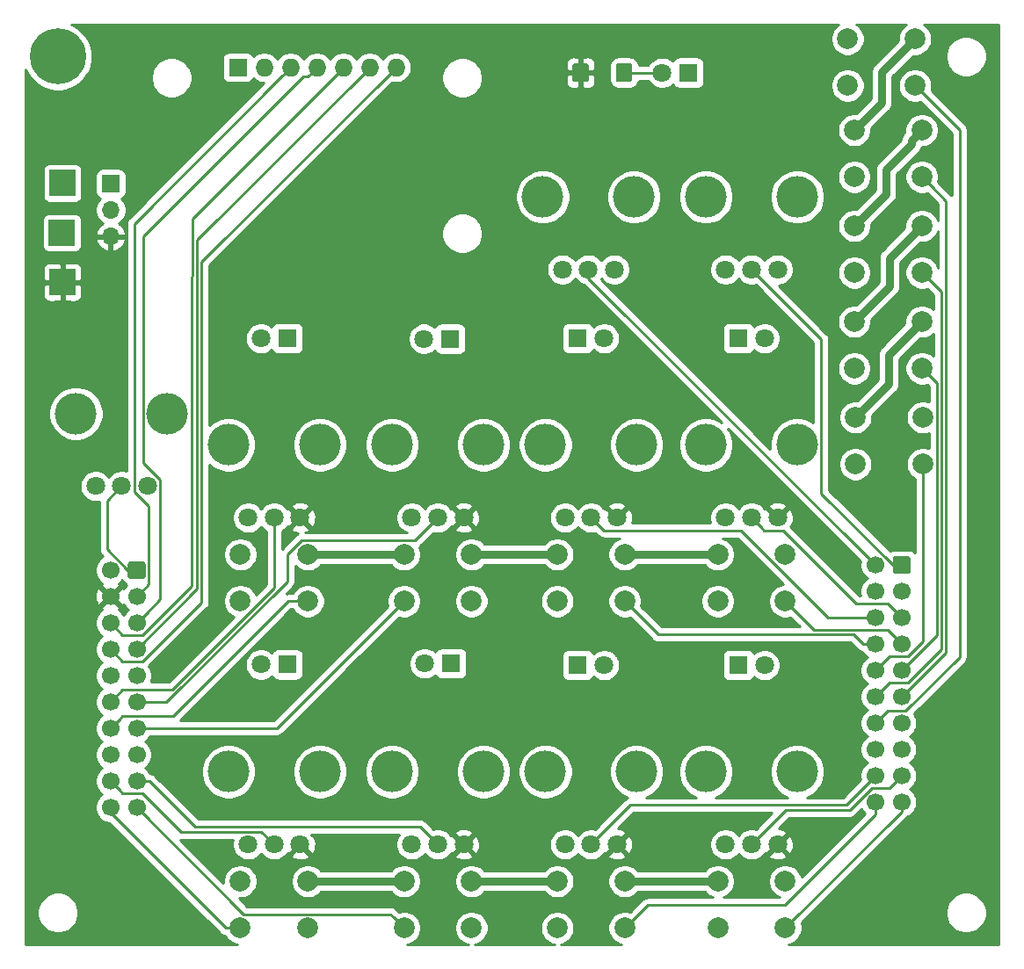
<source format=gbr>
%TF.GenerationSoftware,KiCad,Pcbnew,5.1.5+dfsg1-2build2*%
%TF.CreationDate,2020-08-29T23:55:17+02:00*%
%TF.ProjectId,sequencer-pcb,73657175-656e-4636-9572-2d7063622e6b,rev?*%
%TF.SameCoordinates,Original*%
%TF.FileFunction,Copper,L1,Top*%
%TF.FilePolarity,Positive*%
%FSLAX46Y46*%
G04 Gerber Fmt 4.6, Leading zero omitted, Abs format (unit mm)*
G04 Created by KiCad (PCBNEW 5.1.5+dfsg1-2build2) date 2020-08-29 23:55:17*
%MOMM*%
%LPD*%
G04 APERTURE LIST*
%TA.AperFunction,ComponentPad*%
%ADD10R,2.500000X2.500000*%
%TD*%
%TA.AperFunction,ComponentPad*%
%ADD11O,1.700000X1.700000*%
%TD*%
%TA.AperFunction,ComponentPad*%
%ADD12R,1.700000X1.700000*%
%TD*%
%TA.AperFunction,ComponentPad*%
%ADD13C,1.800000*%
%TD*%
%TA.AperFunction,WasherPad*%
%ADD14C,4.000000*%
%TD*%
%TA.AperFunction,ComponentPad*%
%ADD15C,1.700000*%
%TD*%
%TA.AperFunction,ComponentPad*%
%ADD16C,0.100000*%
%TD*%
%TA.AperFunction,ComponentPad*%
%ADD17O,1.727200X1.727200*%
%TD*%
%TA.AperFunction,ComponentPad*%
%ADD18R,1.727200X1.727200*%
%TD*%
%TA.AperFunction,ComponentPad*%
%ADD19C,2.000000*%
%TD*%
%TA.AperFunction,SMDPad,CuDef*%
%ADD20C,0.100000*%
%TD*%
%TA.AperFunction,ComponentPad*%
%ADD21C,5.400000*%
%TD*%
%TA.AperFunction,ComponentPad*%
%ADD22R,1.800000X1.800000*%
%TD*%
%TA.AperFunction,Conductor*%
%ADD23C,0.250000*%
%TD*%
%TA.AperFunction,Conductor*%
%ADD24C,0.800000*%
%TD*%
%TA.AperFunction,Conductor*%
%ADD25C,0.254000*%
%TD*%
G04 APERTURE END LIST*
D10*
%TO.P,+5V,1*%
%TO.N,+5V*%
X100950000Y-75250000D03*
%TD*%
%TO.P,GND,1*%
%TO.N,GND*%
X100900000Y-70475000D03*
%TD*%
%TO.P,+3V3,1*%
%TO.N,+3V3*%
X100950000Y-65700000D03*
%TD*%
D11*
%TO.P,PWR,3*%
%TO.N,+5V*%
X105600000Y-70830000D03*
%TO.P,PWR,2*%
%TO.N,GND*%
X105600000Y-68290000D03*
D12*
%TO.P,PWR,1*%
%TO.N,+3V3*%
X105600000Y-65750000D03*
%TD*%
D13*
%TO.P,RV1,3*%
%TO.N,GND*%
X118838000Y-97930000D03*
%TO.P,RV1,2*%
%TO.N,R1*%
X121338000Y-97930000D03*
%TO.P,RV1,1*%
%TO.N,+5V*%
X123838000Y-97930000D03*
D14*
%TO.P,RV1,*%
%TO.N,*%
X116938000Y-90930000D03*
X125738000Y-90930000D03*
%TD*%
D15*
%TO.P,J2,20*%
%TO.N,B5*%
X105560000Y-125860000D03*
%TO.P,J2,18*%
%TO.N,R5*%
X105560000Y-123320000D03*
%TO.P,J2,16*%
%TO.N,L5*%
X105560000Y-120780000D03*
%TO.P,J2,14*%
%TO.N,B1*%
X105560000Y-118240000D03*
%TO.P,J2,12*%
%TO.N,R1*%
X105560000Y-115700000D03*
%TO.P,J2,10*%
%TO.N,L1*%
X105560000Y-113160000D03*
%TO.P,J2,8*%
%TO.N,CS*%
X105560000Y-110620000D03*
%TO.P,J2,6*%
%TO.N,RES*%
X105560000Y-108080000D03*
%TO.P,J2,4*%
%TO.N,+5V*%
X105560000Y-105540000D03*
%TO.P,J2,2*%
%TO.N,GND*%
X105560000Y-103000000D03*
%TO.P,J2,19*%
%TO.N,B6*%
X108100000Y-125860000D03*
%TO.P,J2,17*%
%TO.N,R6*%
X108100000Y-123320000D03*
%TO.P,J2,15*%
%TO.N,L6*%
X108100000Y-120780000D03*
%TO.P,J2,13*%
%TO.N,B2*%
X108100000Y-118240000D03*
%TO.P,J2,11*%
%TO.N,R2*%
X108100000Y-115700000D03*
%TO.P,J2,9*%
%TO.N,L2*%
X108100000Y-113160000D03*
%TO.P,J2,7*%
%TO.N,DC*%
X108100000Y-110620000D03*
%TO.P,J2,5*%
%TO.N,MOSI*%
X108100000Y-108080000D03*
%TO.P,J2,3*%
%TO.N,CLK*%
X108100000Y-105540000D03*
%TA.AperFunction,ComponentPad*%
D16*
%TO.P,J2,1*%
%TO.N,SP3*%
G36*
X108724504Y-102151204D02*
G01*
X108748773Y-102154804D01*
X108772571Y-102160765D01*
X108795671Y-102169030D01*
X108817849Y-102179520D01*
X108838893Y-102192133D01*
X108858598Y-102206747D01*
X108876777Y-102223223D01*
X108893253Y-102241402D01*
X108907867Y-102261107D01*
X108920480Y-102282151D01*
X108930970Y-102304329D01*
X108939235Y-102327429D01*
X108945196Y-102351227D01*
X108948796Y-102375496D01*
X108950000Y-102400000D01*
X108950000Y-103600000D01*
X108948796Y-103624504D01*
X108945196Y-103648773D01*
X108939235Y-103672571D01*
X108930970Y-103695671D01*
X108920480Y-103717849D01*
X108907867Y-103738893D01*
X108893253Y-103758598D01*
X108876777Y-103776777D01*
X108858598Y-103793253D01*
X108838893Y-103807867D01*
X108817849Y-103820480D01*
X108795671Y-103830970D01*
X108772571Y-103839235D01*
X108748773Y-103845196D01*
X108724504Y-103848796D01*
X108700000Y-103850000D01*
X107500000Y-103850000D01*
X107475496Y-103848796D01*
X107451227Y-103845196D01*
X107427429Y-103839235D01*
X107404329Y-103830970D01*
X107382151Y-103820480D01*
X107361107Y-103807867D01*
X107341402Y-103793253D01*
X107323223Y-103776777D01*
X107306747Y-103758598D01*
X107292133Y-103738893D01*
X107279520Y-103717849D01*
X107269030Y-103695671D01*
X107260765Y-103672571D01*
X107254804Y-103648773D01*
X107251204Y-103624504D01*
X107250000Y-103600000D01*
X107250000Y-102400000D01*
X107251204Y-102375496D01*
X107254804Y-102351227D01*
X107260765Y-102327429D01*
X107269030Y-102304329D01*
X107279520Y-102282151D01*
X107292133Y-102261107D01*
X107306747Y-102241402D01*
X107323223Y-102223223D01*
X107341402Y-102206747D01*
X107361107Y-102192133D01*
X107382151Y-102179520D01*
X107404329Y-102169030D01*
X107427429Y-102160765D01*
X107451227Y-102154804D01*
X107475496Y-102151204D01*
X107500000Y-102150000D01*
X108700000Y-102150000D01*
X108724504Y-102151204D01*
G37*
%TD.AperFunction*%
%TD*%
%TA.AperFunction,ComponentPad*%
%TO.P,J1,1*%
%TO.N,SP2*%
G36*
X182420504Y-101653204D02*
G01*
X182444773Y-101656804D01*
X182468571Y-101662765D01*
X182491671Y-101671030D01*
X182513849Y-101681520D01*
X182534893Y-101694133D01*
X182554598Y-101708747D01*
X182572777Y-101725223D01*
X182589253Y-101743402D01*
X182603867Y-101763107D01*
X182616480Y-101784151D01*
X182626970Y-101806329D01*
X182635235Y-101829429D01*
X182641196Y-101853227D01*
X182644796Y-101877496D01*
X182646000Y-101902000D01*
X182646000Y-103102000D01*
X182644796Y-103126504D01*
X182641196Y-103150773D01*
X182635235Y-103174571D01*
X182626970Y-103197671D01*
X182616480Y-103219849D01*
X182603867Y-103240893D01*
X182589253Y-103260598D01*
X182572777Y-103278777D01*
X182554598Y-103295253D01*
X182534893Y-103309867D01*
X182513849Y-103322480D01*
X182491671Y-103332970D01*
X182468571Y-103341235D01*
X182444773Y-103347196D01*
X182420504Y-103350796D01*
X182396000Y-103352000D01*
X181196000Y-103352000D01*
X181171496Y-103350796D01*
X181147227Y-103347196D01*
X181123429Y-103341235D01*
X181100329Y-103332970D01*
X181078151Y-103322480D01*
X181057107Y-103309867D01*
X181037402Y-103295253D01*
X181019223Y-103278777D01*
X181002747Y-103260598D01*
X180988133Y-103240893D01*
X180975520Y-103219849D01*
X180965030Y-103197671D01*
X180956765Y-103174571D01*
X180950804Y-103150773D01*
X180947204Y-103126504D01*
X180946000Y-103102000D01*
X180946000Y-101902000D01*
X180947204Y-101877496D01*
X180950804Y-101853227D01*
X180956765Y-101829429D01*
X180965030Y-101806329D01*
X180975520Y-101784151D01*
X180988133Y-101763107D01*
X181002747Y-101743402D01*
X181019223Y-101725223D01*
X181037402Y-101708747D01*
X181057107Y-101694133D01*
X181078151Y-101681520D01*
X181100329Y-101671030D01*
X181123429Y-101662765D01*
X181147227Y-101656804D01*
X181171496Y-101653204D01*
X181196000Y-101652000D01*
X182396000Y-101652000D01*
X182420504Y-101653204D01*
G37*
%TD.AperFunction*%
D15*
%TO.P,J1,3*%
%TO.N,L4*%
X181796000Y-105042000D03*
%TO.P,J1,5*%
%TO.N,R4*%
X181796000Y-107582000D03*
%TO.P,J1,7*%
%TO.N,B4*%
X181796000Y-110122000D03*
%TO.P,J1,9*%
%TO.N,SSW4*%
X181796000Y-112662000D03*
%TO.P,J1,11*%
%TO.N,SSW5*%
X181796000Y-115202000D03*
%TO.P,J1,13*%
%TO.N,+3V3*%
X181796000Y-117742000D03*
%TO.P,J1,15*%
%TO.N,L8*%
X181796000Y-120282000D03*
%TO.P,J1,17*%
%TO.N,R8*%
X181796000Y-122822000D03*
%TO.P,J1,19*%
%TO.N,B8*%
X181796000Y-125362000D03*
%TO.P,J1,2*%
%TO.N,SP1*%
X179256000Y-102502000D03*
%TO.P,J1,4*%
%TO.N,L3*%
X179256000Y-105042000D03*
%TO.P,J1,6*%
%TO.N,R3*%
X179256000Y-107582000D03*
%TO.P,J1,8*%
%TO.N,B3*%
X179256000Y-110122000D03*
%TO.P,J1,10*%
%TO.N,SSW1*%
X179256000Y-112662000D03*
%TO.P,J1,12*%
%TO.N,SSW3*%
X179256000Y-115202000D03*
%TO.P,J1,14*%
%TO.N,SSW2*%
X179256000Y-117742000D03*
%TO.P,J1,16*%
%TO.N,L7*%
X179256000Y-120282000D03*
%TO.P,J1,18*%
%TO.N,R7*%
X179256000Y-122822000D03*
%TO.P,J1,20*%
%TO.N,B7*%
X179256000Y-125362000D03*
%TD*%
D17*
%TO.P,OLED Display,7*%
%TO.N,CS*%
X133090000Y-54550000D03*
%TO.P,OLED Display,5*%
%TO.N,RES*%
X128010000Y-54550000D03*
%TO.P,OLED Display,6*%
%TO.N,DC*%
X130550000Y-54550000D03*
D18*
%TO.P,OLED Display,1*%
%TO.N,GND*%
X117850000Y-54550000D03*
D17*
%TO.P,OLED Display,4*%
%TO.N,MOSI*%
X125470000Y-54550000D03*
%TO.P,OLED Display,2*%
%TO.N,+3V3*%
X120390000Y-54550000D03*
%TO.P,OLED Display,3*%
%TO.N,CLK*%
X122930000Y-54550000D03*
%TD*%
D13*
%TO.P,SP3,3*%
%TO.N,GND*%
X104150000Y-94900000D03*
%TO.P,SP3,2*%
%TO.N,SP3*%
X106650000Y-94900000D03*
%TO.P,SP3,1*%
%TO.N,+3V3*%
X109150000Y-94900000D03*
D14*
%TO.P,SP3,*%
%TO.N,*%
X102250000Y-87900000D03*
X111050000Y-87900000D03*
%TD*%
%TO.P,SP2,*%
%TO.N,*%
X171723000Y-67026000D03*
X162923000Y-67026000D03*
D13*
%TO.P,SP2,1*%
%TO.N,+3V3*%
X169823000Y-74026000D03*
%TO.P,SP2,2*%
%TO.N,SP2*%
X167323000Y-74026000D03*
%TO.P,SP2,3*%
%TO.N,GND*%
X164823000Y-74026000D03*
%TD*%
%TO.P,SP1,3*%
%TO.N,GND*%
X149110000Y-74026000D03*
%TO.P,SP1,2*%
%TO.N,SP1*%
X151610000Y-74026000D03*
%TO.P,SP1,1*%
%TO.N,+3V3*%
X154110000Y-74026000D03*
D14*
%TO.P,SP1,*%
%TO.N,*%
X147210000Y-67026000D03*
X156010000Y-67026000D03*
%TD*%
%TO.P,RV8,*%
%TO.N,*%
X171723000Y-122426000D03*
X162923000Y-122426000D03*
D13*
%TO.P,RV8,1*%
%TO.N,+5V*%
X169823000Y-129426000D03*
%TO.P,RV8,2*%
%TO.N,R8*%
X167323000Y-129426000D03*
%TO.P,RV8,3*%
%TO.N,GND*%
X164823000Y-129426000D03*
%TD*%
%TO.P,RV7,3*%
%TO.N,GND*%
X149364000Y-129426000D03*
%TO.P,RV7,2*%
%TO.N,R7*%
X151864000Y-129426000D03*
%TO.P,RV7,1*%
%TO.N,+5V*%
X154364000Y-129426000D03*
D14*
%TO.P,RV7,*%
%TO.N,*%
X147464000Y-122426000D03*
X156264000Y-122426000D03*
%TD*%
D13*
%TO.P,RV6,3*%
%TO.N,GND*%
X134597000Y-129426000D03*
%TO.P,RV6,2*%
%TO.N,R6*%
X137097000Y-129426000D03*
%TO.P,RV6,1*%
%TO.N,+5V*%
X139597000Y-129426000D03*
D14*
%TO.P,RV6,*%
%TO.N,*%
X132697000Y-122426000D03*
X141497000Y-122426000D03*
%TD*%
D13*
%TO.P,RV5,3*%
%TO.N,GND*%
X118838000Y-129426000D03*
%TO.P,RV5,2*%
%TO.N,R5*%
X121338000Y-129426000D03*
%TO.P,RV5,1*%
%TO.N,+5V*%
X123838000Y-129426000D03*
D14*
%TO.P,RV5,*%
%TO.N,*%
X116938000Y-122426000D03*
X125738000Y-122426000D03*
%TD*%
%TO.P,RV4,*%
%TO.N,*%
X171723000Y-90930000D03*
X162923000Y-90930000D03*
D13*
%TO.P,RV4,1*%
%TO.N,+5V*%
X169823000Y-97930000D03*
%TO.P,RV4,2*%
%TO.N,R4*%
X167323000Y-97930000D03*
%TO.P,RV4,3*%
%TO.N,GND*%
X164823000Y-97930000D03*
%TD*%
%TO.P,RV3,3*%
%TO.N,GND*%
X149364000Y-97930000D03*
%TO.P,RV3,2*%
%TO.N,R3*%
X151864000Y-97930000D03*
%TO.P,RV3,1*%
%TO.N,+5V*%
X154364000Y-97930000D03*
D14*
%TO.P,RV3,*%
%TO.N,*%
X147464000Y-90930000D03*
X156264000Y-90930000D03*
%TD*%
D13*
%TO.P,RV2,3*%
%TO.N,GND*%
X134597000Y-97930000D03*
%TO.P,RV2,2*%
%TO.N,R2*%
X137097000Y-97930000D03*
%TO.P,RV2,1*%
%TO.N,+5V*%
X139597000Y-97930000D03*
D14*
%TO.P,RV2,*%
%TO.N,*%
X132697000Y-90930000D03*
X141497000Y-90930000D03*
%TD*%
D19*
%TO.P,SSW5,2*%
%TO.N,+3V3*%
X183073000Y-51800000D03*
%TO.P,SSW5,1*%
%TO.N,SSW2*%
X183073000Y-56300000D03*
%TO.P,SSW5,2*%
%TO.N,+3V3*%
X176573000Y-51800000D03*
%TO.P,SSW5,1*%
%TO.N,SSW2*%
X176573000Y-56300000D03*
%TD*%
%TO.P,SSW1,1*%
%TO.N,+3V3*%
X183828000Y-88278000D03*
%TO.P,SSW1,2*%
%TO.N,SSW1*%
X183828000Y-92778000D03*
%TO.P,SSW1,1*%
%TO.N,+3V3*%
X177328000Y-88278000D03*
%TO.P,SSW1,2*%
%TO.N,SSW1*%
X177328000Y-92778000D03*
%TD*%
%TO.P,SSW3,1*%
%TO.N,+3V3*%
X183724000Y-69820666D03*
%TO.P,SSW3,2*%
%TO.N,SSW3*%
X183724000Y-74320666D03*
%TO.P,SSW3,1*%
%TO.N,+3V3*%
X177224000Y-69820666D03*
%TO.P,SSW3,2*%
%TO.N,SSW3*%
X177224000Y-74320666D03*
%TD*%
%TO.P,SSW2,1*%
%TO.N,+3V3*%
X183724000Y-79049332D03*
%TO.P,SSW2,2*%
%TO.N,SSW4*%
X183724000Y-83549332D03*
%TO.P,SSW2,1*%
%TO.N,+3V3*%
X177224000Y-79049332D03*
%TO.P,SSW2,2*%
%TO.N,SSW4*%
X177224000Y-83549332D03*
%TD*%
%TO.P,SSW4,1*%
%TO.N,+3V3*%
X183724000Y-60592000D03*
%TO.P,SSW4,2*%
%TO.N,SSW5*%
X183724000Y-65092000D03*
%TO.P,SSW4,1*%
%TO.N,+3V3*%
X177224000Y-60592000D03*
%TO.P,SSW4,2*%
%TO.N,SSW5*%
X177224000Y-65092000D03*
%TD*%
%TO.P,SW8,2*%
%TO.N,B8*%
X164073000Y-137482000D03*
%TO.P,SW8,1*%
%TO.N,+3V3*%
X164073000Y-132982000D03*
%TO.P,SW8,2*%
%TO.N,B8*%
X170573000Y-137482000D03*
%TO.P,SW8,1*%
%TO.N,+3V3*%
X170573000Y-132982000D03*
%TD*%
%TO.P,SW7,1*%
%TO.N,+3V3*%
X155114000Y-132982000D03*
%TO.P,SW7,2*%
%TO.N,B7*%
X155114000Y-137482000D03*
%TO.P,SW7,1*%
%TO.N,+3V3*%
X148614000Y-132982000D03*
%TO.P,SW7,2*%
%TO.N,B7*%
X148614000Y-137482000D03*
%TD*%
%TO.P,SW6,1*%
%TO.N,+3V3*%
X140347000Y-132982000D03*
%TO.P,SW6,2*%
%TO.N,B6*%
X140347000Y-137482000D03*
%TO.P,SW6,1*%
%TO.N,+3V3*%
X133847000Y-132982000D03*
%TO.P,SW6,2*%
%TO.N,B6*%
X133847000Y-137482000D03*
%TD*%
%TO.P,SW5,1*%
%TO.N,+3V3*%
X124588000Y-132982000D03*
%TO.P,SW5,2*%
%TO.N,B5*%
X124588000Y-137482000D03*
%TO.P,SW5,1*%
%TO.N,+3V3*%
X118088000Y-132982000D03*
%TO.P,SW5,2*%
%TO.N,B5*%
X118088000Y-137482000D03*
%TD*%
%TO.P,SW4,2*%
%TO.N,B4*%
X164073000Y-105986000D03*
%TO.P,SW4,1*%
%TO.N,+3V3*%
X164073000Y-101486000D03*
%TO.P,SW4,2*%
%TO.N,B4*%
X170573000Y-105986000D03*
%TO.P,SW4,1*%
%TO.N,+3V3*%
X170573000Y-101486000D03*
%TD*%
%TO.P,SW3,1*%
%TO.N,+3V3*%
X155114000Y-101486000D03*
%TO.P,SW3,2*%
%TO.N,B3*%
X155114000Y-105986000D03*
%TO.P,SW3,1*%
%TO.N,+3V3*%
X148614000Y-101486000D03*
%TO.P,SW3,2*%
%TO.N,B3*%
X148614000Y-105986000D03*
%TD*%
%TO.P,SW2,1*%
%TO.N,+3V3*%
X140347000Y-101486000D03*
%TO.P,SW2,2*%
%TO.N,B2*%
X140347000Y-105986000D03*
%TO.P,SW2,1*%
%TO.N,+3V3*%
X133847000Y-101486000D03*
%TO.P,SW2,2*%
%TO.N,B2*%
X133847000Y-105986000D03*
%TD*%
%TO.P,SW1,1*%
%TO.N,+3V3*%
X124588000Y-101486000D03*
%TO.P,SW1,2*%
%TO.N,B1*%
X124588000Y-105986000D03*
%TO.P,SW1,1*%
%TO.N,+3V3*%
X118088000Y-101486000D03*
%TO.P,SW1,2*%
%TO.N,B1*%
X118088000Y-105986000D03*
%TD*%
%TA.AperFunction,SMDPad,CuDef*%
D20*
%TO.P,R9,2*%
%TO.N,+5V*%
G36*
X151424505Y-54151204D02*
G01*
X151448773Y-54154804D01*
X151472572Y-54160765D01*
X151495671Y-54169030D01*
X151517850Y-54179520D01*
X151538893Y-54192132D01*
X151558599Y-54206747D01*
X151576777Y-54223223D01*
X151593253Y-54241401D01*
X151607868Y-54261107D01*
X151620480Y-54282150D01*
X151630970Y-54304329D01*
X151639235Y-54327428D01*
X151645196Y-54351227D01*
X151648796Y-54375495D01*
X151650000Y-54399999D01*
X151650000Y-55700001D01*
X151648796Y-55724505D01*
X151645196Y-55748773D01*
X151639235Y-55772572D01*
X151630970Y-55795671D01*
X151620480Y-55817850D01*
X151607868Y-55838893D01*
X151593253Y-55858599D01*
X151576777Y-55876777D01*
X151558599Y-55893253D01*
X151538893Y-55907868D01*
X151517850Y-55920480D01*
X151495671Y-55930970D01*
X151472572Y-55939235D01*
X151448773Y-55945196D01*
X151424505Y-55948796D01*
X151400001Y-55950000D01*
X150324999Y-55950000D01*
X150300495Y-55948796D01*
X150276227Y-55945196D01*
X150252428Y-55939235D01*
X150229329Y-55930970D01*
X150207150Y-55920480D01*
X150186107Y-55907868D01*
X150166401Y-55893253D01*
X150148223Y-55876777D01*
X150131747Y-55858599D01*
X150117132Y-55838893D01*
X150104520Y-55817850D01*
X150094030Y-55795671D01*
X150085765Y-55772572D01*
X150079804Y-55748773D01*
X150076204Y-55724505D01*
X150075000Y-55700001D01*
X150075000Y-54399999D01*
X150076204Y-54375495D01*
X150079804Y-54351227D01*
X150085765Y-54327428D01*
X150094030Y-54304329D01*
X150104520Y-54282150D01*
X150117132Y-54261107D01*
X150131747Y-54241401D01*
X150148223Y-54223223D01*
X150166401Y-54206747D01*
X150186107Y-54192132D01*
X150207150Y-54179520D01*
X150229329Y-54169030D01*
X150252428Y-54160765D01*
X150276227Y-54154804D01*
X150300495Y-54151204D01*
X150324999Y-54150000D01*
X151400001Y-54150000D01*
X151424505Y-54151204D01*
G37*
%TD.AperFunction*%
%TA.AperFunction,SMDPad,CuDef*%
%TO.P,R9,1*%
%TO.N,Net-(D9-Pad2)*%
G36*
X155599505Y-54151204D02*
G01*
X155623773Y-54154804D01*
X155647572Y-54160765D01*
X155670671Y-54169030D01*
X155692850Y-54179520D01*
X155713893Y-54192132D01*
X155733599Y-54206747D01*
X155751777Y-54223223D01*
X155768253Y-54241401D01*
X155782868Y-54261107D01*
X155795480Y-54282150D01*
X155805970Y-54304329D01*
X155814235Y-54327428D01*
X155820196Y-54351227D01*
X155823796Y-54375495D01*
X155825000Y-54399999D01*
X155825000Y-55700001D01*
X155823796Y-55724505D01*
X155820196Y-55748773D01*
X155814235Y-55772572D01*
X155805970Y-55795671D01*
X155795480Y-55817850D01*
X155782868Y-55838893D01*
X155768253Y-55858599D01*
X155751777Y-55876777D01*
X155733599Y-55893253D01*
X155713893Y-55907868D01*
X155692850Y-55920480D01*
X155670671Y-55930970D01*
X155647572Y-55939235D01*
X155623773Y-55945196D01*
X155599505Y-55948796D01*
X155575001Y-55950000D01*
X154499999Y-55950000D01*
X154475495Y-55948796D01*
X154451227Y-55945196D01*
X154427428Y-55939235D01*
X154404329Y-55930970D01*
X154382150Y-55920480D01*
X154361107Y-55907868D01*
X154341401Y-55893253D01*
X154323223Y-55876777D01*
X154306747Y-55858599D01*
X154292132Y-55838893D01*
X154279520Y-55817850D01*
X154269030Y-55795671D01*
X154260765Y-55772572D01*
X154254804Y-55748773D01*
X154251204Y-55724505D01*
X154250000Y-55700001D01*
X154250000Y-54399999D01*
X154251204Y-54375495D01*
X154254804Y-54351227D01*
X154260765Y-54327428D01*
X154269030Y-54304329D01*
X154279520Y-54282150D01*
X154292132Y-54261107D01*
X154306747Y-54241401D01*
X154323223Y-54223223D01*
X154341401Y-54206747D01*
X154361107Y-54192132D01*
X154382150Y-54179520D01*
X154404329Y-54169030D01*
X154427428Y-54160765D01*
X154451227Y-54154804D01*
X154475495Y-54151204D01*
X154499999Y-54150000D01*
X155575001Y-54150000D01*
X155599505Y-54151204D01*
G37*
%TD.AperFunction*%
%TD*%
D21*
%TO.P,GND,1*%
%TO.N,GND*%
X100500000Y-53500000D03*
%TD*%
D13*
%TO.P,D9,2*%
%TO.N,Net-(D9-Pad2)*%
X158710000Y-55050000D03*
D22*
%TO.P,D9,1*%
%TO.N,GND*%
X161250000Y-55050000D03*
%TD*%
D13*
%TO.P,D8,2*%
%TO.N,Net-(D8-Pad2)*%
X168588000Y-112154000D03*
D22*
%TO.P,D8,1*%
%TO.N,GND*%
X166048000Y-112154000D03*
%TD*%
%TO.P,D7,1*%
%TO.N,GND*%
X150589000Y-112154000D03*
D13*
%TO.P,D7,2*%
%TO.N,Net-(D7-Pad2)*%
X153129000Y-112154000D03*
%TD*%
D22*
%TO.P,D6,1*%
%TO.N,GND*%
X138372000Y-112000000D03*
D13*
%TO.P,D6,2*%
%TO.N,Net-(D6-Pad2)*%
X135832000Y-112000000D03*
%TD*%
D22*
%TO.P,D5,1*%
%TO.N,GND*%
X122613000Y-112100000D03*
D13*
%TO.P,D5,2*%
%TO.N,Net-(D5-Pad2)*%
X120073000Y-112100000D03*
%TD*%
%TO.P,D4,2*%
%TO.N,Net-(D4-Pad2)*%
X168588000Y-80658000D03*
D22*
%TO.P,D4,1*%
%TO.N,GND*%
X166048000Y-80658000D03*
%TD*%
%TO.P,D3,1*%
%TO.N,GND*%
X150589000Y-80658000D03*
D13*
%TO.P,D3,2*%
%TO.N,Net-(D3-Pad2)*%
X153129000Y-80658000D03*
%TD*%
D22*
%TO.P,D2,1*%
%TO.N,GND*%
X138300000Y-80700000D03*
D13*
%TO.P,D2,2*%
%TO.N,Net-(D2-Pad2)*%
X135760000Y-80700000D03*
%TD*%
D22*
%TO.P,D1,1*%
%TO.N,GND*%
X122613000Y-80658000D03*
D13*
%TO.P,D1,2*%
%TO.N,Net-(D1-Pad2)*%
X120073000Y-80658000D03*
%TD*%
D23*
%TO.N,Net-(D9-Pad2)*%
X158710000Y-55050000D02*
X155037500Y-55050000D01*
%TO.N,R8*%
X167323000Y-129426000D02*
X170649000Y-126100000D01*
X180946001Y-123671999D02*
X181796000Y-122822000D01*
X180620999Y-123997001D02*
X180946001Y-123671999D01*
X178881997Y-123997001D02*
X180620999Y-123997001D01*
X176778998Y-126100000D02*
X178881997Y-123997001D01*
X170649000Y-126100000D02*
X176778998Y-126100000D01*
%TO.N,R6*%
X109302081Y-123320000D02*
X108100000Y-123320000D01*
X113733070Y-127750989D02*
X109302081Y-123320000D01*
X135421989Y-127750989D02*
X113733070Y-127750989D01*
X137097000Y-129426000D02*
X135421989Y-127750989D01*
%TO.N,R4*%
X168222999Y-98829999D02*
X167323000Y-97930000D01*
X168548001Y-99155001D02*
X168222999Y-98829999D01*
X170355001Y-99155001D02*
X168548001Y-99155001D01*
X177417001Y-106217001D02*
X170355001Y-99155001D01*
X180431001Y-106217001D02*
X177417001Y-106217001D01*
X181796000Y-107582000D02*
X180431001Y-106217001D01*
%TO.N,R2*%
X123951999Y-100160999D02*
X122600000Y-101512998D01*
X134866001Y-100160999D02*
X123951999Y-100160999D01*
X137097000Y-97930000D02*
X134866001Y-100160999D01*
X109302081Y-115700000D02*
X108100000Y-115700000D01*
X110971412Y-115700000D02*
X109302081Y-115700000D01*
X122600000Y-104071412D02*
X110971412Y-115700000D01*
X122600000Y-101512998D02*
X122600000Y-104071412D01*
%TO.N,R7*%
X178406001Y-123671999D02*
X179256000Y-122822000D01*
X176428010Y-125649990D02*
X178406001Y-123671999D01*
X155640010Y-125649990D02*
X176428010Y-125649990D01*
X151864000Y-129426000D02*
X155640010Y-125649990D01*
%TO.N,R5*%
X108664001Y-124495001D02*
X106735001Y-124495001D01*
X112369999Y-128200999D02*
X108664001Y-124495001D01*
X106409999Y-124169999D02*
X105560000Y-123320000D01*
X106735001Y-124495001D02*
X106409999Y-124169999D01*
X120112999Y-128200999D02*
X112369999Y-128200999D01*
X121338000Y-129426000D02*
X120112999Y-128200999D01*
%TO.N,R3*%
X178053919Y-107582000D02*
X179256000Y-107582000D01*
X174707998Y-107582000D02*
X178053919Y-107582000D01*
X166280999Y-99155001D02*
X174707998Y-107582000D01*
X153089001Y-99155001D02*
X166280999Y-99155001D01*
X151864000Y-97930000D02*
X153089001Y-99155001D01*
%TO.N,R1*%
X121338000Y-99202792D02*
X121338000Y-97930000D01*
X121338000Y-104697002D02*
X121338000Y-99202792D01*
X111510003Y-114524999D02*
X121338000Y-104697002D01*
X106735001Y-114524999D02*
X111510003Y-114524999D01*
X105560000Y-115700000D02*
X106735001Y-114524999D01*
%TO.N,B8*%
X181796000Y-126259000D02*
X181796000Y-125362000D01*
X170573000Y-137482000D02*
X181796000Y-126259000D01*
%TO.N,B6*%
X132847001Y-136482001D02*
X133847000Y-137482000D01*
X132521999Y-136156999D02*
X132847001Y-136482001D01*
X118396999Y-136156999D02*
X132521999Y-136156999D01*
X108100000Y-125860000D02*
X118396999Y-136156999D01*
%TO.N,B4*%
X171572999Y-106985999D02*
X170573000Y-105986000D01*
X173344001Y-108757001D02*
X171572999Y-106985999D01*
X180431001Y-108757001D02*
X173344001Y-108757001D01*
X181796000Y-110122000D02*
X180431001Y-108757001D01*
%TO.N,B2*%
X121593000Y-118240000D02*
X133847000Y-105986000D01*
X108100000Y-118240000D02*
X121593000Y-118240000D01*
%TO.N,B7*%
X156113999Y-136482001D02*
X156117999Y-136482001D01*
X155114000Y-137482000D02*
X156113999Y-136482001D01*
X156117999Y-136482001D02*
X157300000Y-135300000D01*
X179256000Y-126564081D02*
X179256000Y-125362000D01*
X170520081Y-135300000D02*
X179256000Y-126564081D01*
X157300000Y-135300000D02*
X170520081Y-135300000D01*
%TO.N,B5*%
X105560000Y-126368213D02*
X105560000Y-125860000D01*
X116673787Y-137482000D02*
X105560000Y-126368213D01*
X118088000Y-137482000D02*
X116673787Y-137482000D01*
%TO.N,B3*%
X156113999Y-106985999D02*
X155114000Y-105986000D01*
X158335011Y-109207011D02*
X156113999Y-106985999D01*
X177138930Y-109207011D02*
X158335011Y-109207011D01*
X178053919Y-110122000D02*
X177138930Y-109207011D01*
X179256000Y-110122000D02*
X178053919Y-110122000D01*
%TO.N,B1*%
X106735001Y-117064999D02*
X106409999Y-117390001D01*
X111606413Y-117064999D02*
X106735001Y-117064999D01*
X106409999Y-117390001D02*
X105560000Y-118240000D01*
X122685412Y-105986000D02*
X111606413Y-117064999D01*
X124588000Y-105986000D02*
X122685412Y-105986000D01*
%TO.N,CLK*%
X122066401Y-55413599D02*
X122930000Y-54550000D01*
X107875001Y-69604999D02*
X122066401Y-55413599D01*
X107875001Y-95438003D02*
X107875001Y-69604999D01*
X109275010Y-96838012D02*
X107875001Y-95438003D01*
X109275010Y-104364990D02*
X109275010Y-96838012D01*
X108100000Y-105540000D02*
X109275010Y-104364990D01*
D24*
%TO.N,+3V3*%
X183073000Y-51800000D02*
X179850000Y-55023000D01*
X179850000Y-57966000D02*
X177224000Y-60592000D01*
X179850000Y-55023000D02*
X179850000Y-57966000D01*
X182724001Y-61591999D02*
X182724001Y-61975999D01*
X183724000Y-60592000D02*
X182724001Y-61591999D01*
X182724001Y-61975999D02*
X180300000Y-64400000D01*
X180300000Y-66744666D02*
X177224000Y-69820666D01*
X180300000Y-64400000D02*
X180300000Y-66744666D01*
X183724000Y-69820666D02*
X180600000Y-72944666D01*
X180600000Y-75673332D02*
X177224000Y-79049332D01*
X180600000Y-72944666D02*
X180600000Y-75673332D01*
X183724000Y-79049332D02*
X180523332Y-82250000D01*
X180523332Y-85082668D02*
X177328000Y-88278000D01*
X180523332Y-82250000D02*
X180523332Y-85082668D01*
X124588000Y-101486000D02*
X133847000Y-101486000D01*
X140347000Y-101486000D02*
X148614000Y-101486000D01*
X155114000Y-101486000D02*
X164073000Y-101486000D01*
X124588000Y-132982000D02*
X133847000Y-132982000D01*
X140347000Y-132982000D02*
X148614000Y-132982000D01*
X155114000Y-132982000D02*
X164073000Y-132982000D01*
D23*
%TO.N,MOSI*%
X108949999Y-107230001D02*
X108100000Y-108080000D01*
X110375001Y-105804999D02*
X108949999Y-107230001D01*
X110375001Y-94311999D02*
X110375001Y-105804999D01*
X108724999Y-92661997D02*
X110375001Y-94311999D01*
X108724999Y-70795999D02*
X108724999Y-92661997D01*
X124107399Y-55413599D02*
X108724999Y-70795999D01*
X124606401Y-55413599D02*
X124107399Y-55413599D01*
X125470000Y-54550000D02*
X124606401Y-55413599D01*
%TO.N,DC*%
X130550000Y-54550000D02*
X113900010Y-71199990D01*
X113900010Y-104819990D02*
X108100000Y-110620000D01*
X113900010Y-71199990D02*
X113900010Y-104819990D01*
%TO.N,RES*%
X113375001Y-104544001D02*
X113375001Y-74725001D01*
X108664001Y-109255001D02*
X113375001Y-104544001D01*
X106735001Y-109255001D02*
X108664001Y-109255001D01*
X105560000Y-108080000D02*
X106735001Y-109255001D01*
X113375001Y-74725001D02*
X113450000Y-74650002D01*
X113450000Y-69110000D02*
X128010000Y-54550000D01*
X113450000Y-74650002D02*
X113450000Y-69110000D01*
%TO.N,CS*%
X108664001Y-111795001D02*
X114350020Y-106108982D01*
X106735001Y-111795001D02*
X108664001Y-111795001D01*
X105560000Y-110620000D02*
X106735001Y-111795001D01*
X114350020Y-73289980D02*
X133500000Y-54140000D01*
X114350020Y-106108982D02*
X114350020Y-73289980D01*
%TO.N,SP3*%
X107250000Y-103000000D02*
X105250000Y-101000000D01*
X108100000Y-103000000D02*
X107250000Y-103000000D01*
X105250000Y-96300000D02*
X106650000Y-94900000D01*
X105250000Y-101000000D02*
X105250000Y-96300000D01*
%TO.N,SP1*%
X151610000Y-74856000D02*
X151610000Y-74026000D01*
X179256000Y-102502000D02*
X151610000Y-74856000D01*
%TO.N,SP2*%
X174048001Y-80751001D02*
X174048001Y-95604001D01*
X180946000Y-102502000D02*
X181796000Y-102502000D01*
X174048001Y-95604001D02*
X180946000Y-102502000D01*
X167323000Y-74026000D02*
X174048001Y-80751001D01*
%TO.N,SSW1*%
X183828000Y-94192213D02*
X183828000Y-92778000D01*
X183828000Y-109829002D02*
X183828000Y-94192213D01*
X182360001Y-111297001D02*
X183828000Y-109829002D01*
X180620999Y-111297001D02*
X182360001Y-111297001D01*
X179256000Y-112662000D02*
X180620999Y-111297001D01*
%TO.N,SSW5*%
X186053020Y-67421020D02*
X184723999Y-66091999D01*
X184723999Y-66091999D02*
X183724000Y-65092000D01*
X186053020Y-110944980D02*
X186053020Y-67421020D01*
X181796000Y-115202000D02*
X186053020Y-110944980D01*
%TO.N,SSW3*%
X184723999Y-75320665D02*
X183724000Y-74320666D01*
X185603010Y-76199676D02*
X184723999Y-75320665D01*
X185603010Y-110593992D02*
X185603010Y-76199676D01*
X180620999Y-113837001D02*
X182360001Y-113837001D01*
X182360001Y-113837001D02*
X185603010Y-110593992D01*
X179256000Y-115202000D02*
X180620999Y-113837001D01*
%TO.N,SSW4*%
X184723999Y-84549331D02*
X183724000Y-83549332D01*
X185153001Y-84978333D02*
X184723999Y-84549331D01*
X185153001Y-109304999D02*
X185153001Y-84978333D01*
X181796000Y-112662000D02*
X185153001Y-109304999D01*
%TO.N,SSW2*%
X180105999Y-116892001D02*
X179256000Y-117742000D01*
X180431001Y-116566999D02*
X180105999Y-116892001D01*
X182170003Y-116566999D02*
X180431001Y-116566999D01*
X187350000Y-111387002D02*
X182170003Y-116566999D01*
X187350000Y-60577000D02*
X187350000Y-111387002D01*
X183073000Y-56300000D02*
X187350000Y-60577000D01*
%TD*%
D25*
%TO.N,+5V*%
G36*
X175530748Y-50530013D02*
G01*
X175303013Y-50757748D01*
X175124082Y-51025537D01*
X175000832Y-51323088D01*
X174938000Y-51638967D01*
X174938000Y-51961033D01*
X175000832Y-52276912D01*
X175124082Y-52574463D01*
X175303013Y-52842252D01*
X175530748Y-53069987D01*
X175798537Y-53248918D01*
X176096088Y-53372168D01*
X176411967Y-53435000D01*
X176734033Y-53435000D01*
X177049912Y-53372168D01*
X177347463Y-53248918D01*
X177615252Y-53069987D01*
X177842987Y-52842252D01*
X178021918Y-52574463D01*
X178145168Y-52276912D01*
X178208000Y-51961033D01*
X178208000Y-51638967D01*
X178145168Y-51323088D01*
X178021918Y-51025537D01*
X177842987Y-50757748D01*
X177615252Y-50530013D01*
X177435640Y-50410000D01*
X182210360Y-50410000D01*
X182030748Y-50530013D01*
X181803013Y-50757748D01*
X181624082Y-51025537D01*
X181500832Y-51323088D01*
X181438000Y-51638967D01*
X181438000Y-51961033D01*
X181439702Y-51969588D01*
X179154097Y-54255193D01*
X179114604Y-54287604D01*
X178985266Y-54445203D01*
X178889159Y-54625008D01*
X178829976Y-54820106D01*
X178815000Y-54972163D01*
X178815000Y-54972172D01*
X178809994Y-55023000D01*
X178815000Y-55073828D01*
X178815001Y-57537288D01*
X177393588Y-58958702D01*
X177385033Y-58957000D01*
X177062967Y-58957000D01*
X176747088Y-59019832D01*
X176449537Y-59143082D01*
X176181748Y-59322013D01*
X175954013Y-59549748D01*
X175775082Y-59817537D01*
X175651832Y-60115088D01*
X175589000Y-60430967D01*
X175589000Y-60753033D01*
X175651832Y-61068912D01*
X175775082Y-61366463D01*
X175954013Y-61634252D01*
X176181748Y-61861987D01*
X176449537Y-62040918D01*
X176747088Y-62164168D01*
X177062967Y-62227000D01*
X177385033Y-62227000D01*
X177700912Y-62164168D01*
X177998463Y-62040918D01*
X178266252Y-61861987D01*
X178493987Y-61634252D01*
X178672918Y-61366463D01*
X178796168Y-61068912D01*
X178859000Y-60753033D01*
X178859000Y-60430967D01*
X178857298Y-60422412D01*
X180545908Y-58733803D01*
X180585396Y-58701396D01*
X180617803Y-58661908D01*
X180714734Y-58543798D01*
X180810840Y-58363994D01*
X180810841Y-58363993D01*
X180870024Y-58168895D01*
X180885000Y-58016838D01*
X180885000Y-58016835D01*
X180890007Y-57966000D01*
X180885000Y-57915165D01*
X180885000Y-55451710D01*
X182903412Y-53433298D01*
X182911967Y-53435000D01*
X183234033Y-53435000D01*
X183549912Y-53372168D01*
X183713288Y-53304495D01*
X186015000Y-53304495D01*
X186015000Y-53695505D01*
X186091282Y-54079003D01*
X186240915Y-54440250D01*
X186458149Y-54765364D01*
X186734636Y-55041851D01*
X187059750Y-55259085D01*
X187420997Y-55408718D01*
X187804495Y-55485000D01*
X188195505Y-55485000D01*
X188579003Y-55408718D01*
X188940250Y-55259085D01*
X189265364Y-55041851D01*
X189541851Y-54765364D01*
X189759085Y-54440250D01*
X189908718Y-54079003D01*
X189985000Y-53695505D01*
X189985000Y-53304495D01*
X189908718Y-52920997D01*
X189759085Y-52559750D01*
X189541851Y-52234636D01*
X189265364Y-51958149D01*
X188940250Y-51740915D01*
X188579003Y-51591282D01*
X188195505Y-51515000D01*
X187804495Y-51515000D01*
X187420997Y-51591282D01*
X187059750Y-51740915D01*
X186734636Y-51958149D01*
X186458149Y-52234636D01*
X186240915Y-52559750D01*
X186091282Y-52920997D01*
X186015000Y-53304495D01*
X183713288Y-53304495D01*
X183847463Y-53248918D01*
X184115252Y-53069987D01*
X184342987Y-52842252D01*
X184521918Y-52574463D01*
X184645168Y-52276912D01*
X184708000Y-51961033D01*
X184708000Y-51638967D01*
X184645168Y-51323088D01*
X184521918Y-51025537D01*
X184342987Y-50757748D01*
X184115252Y-50530013D01*
X183935640Y-50410000D01*
X191090001Y-50410000D01*
X191090000Y-139090000D01*
X170869772Y-139090000D01*
X171049912Y-139054168D01*
X171347463Y-138930918D01*
X171615252Y-138751987D01*
X171842987Y-138524252D01*
X172021918Y-138256463D01*
X172145168Y-137958912D01*
X172208000Y-137643033D01*
X172208000Y-137320967D01*
X172145168Y-137005088D01*
X172139177Y-136990624D01*
X173325306Y-135804495D01*
X186015000Y-135804495D01*
X186015000Y-136195505D01*
X186091282Y-136579003D01*
X186240915Y-136940250D01*
X186458149Y-137265364D01*
X186734636Y-137541851D01*
X187059750Y-137759085D01*
X187420997Y-137908718D01*
X187804495Y-137985000D01*
X188195505Y-137985000D01*
X188579003Y-137908718D01*
X188940250Y-137759085D01*
X189265364Y-137541851D01*
X189541851Y-137265364D01*
X189759085Y-136940250D01*
X189908718Y-136579003D01*
X189985000Y-136195505D01*
X189985000Y-135804495D01*
X189908718Y-135420997D01*
X189759085Y-135059750D01*
X189541851Y-134734636D01*
X189265364Y-134458149D01*
X188940250Y-134240915D01*
X188579003Y-134091282D01*
X188195505Y-134015000D01*
X187804495Y-134015000D01*
X187420997Y-134091282D01*
X187059750Y-134240915D01*
X186734636Y-134458149D01*
X186458149Y-134734636D01*
X186240915Y-135059750D01*
X186091282Y-135420997D01*
X186015000Y-135804495D01*
X173325306Y-135804495D01*
X182307004Y-126822798D01*
X182336001Y-126799001D01*
X182402301Y-126718214D01*
X182499411Y-126677990D01*
X182742632Y-126515475D01*
X182949475Y-126308632D01*
X183111990Y-126065411D01*
X183223932Y-125795158D01*
X183281000Y-125508260D01*
X183281000Y-125215740D01*
X183223932Y-124928842D01*
X183111990Y-124658589D01*
X182949475Y-124415368D01*
X182742632Y-124208525D01*
X182568240Y-124092000D01*
X182742632Y-123975475D01*
X182949475Y-123768632D01*
X183111990Y-123525411D01*
X183223932Y-123255158D01*
X183281000Y-122968260D01*
X183281000Y-122675740D01*
X183223932Y-122388842D01*
X183111990Y-122118589D01*
X182949475Y-121875368D01*
X182742632Y-121668525D01*
X182568240Y-121552000D01*
X182742632Y-121435475D01*
X182949475Y-121228632D01*
X183111990Y-120985411D01*
X183223932Y-120715158D01*
X183281000Y-120428260D01*
X183281000Y-120135740D01*
X183223932Y-119848842D01*
X183111990Y-119578589D01*
X182949475Y-119335368D01*
X182742632Y-119128525D01*
X182568240Y-119012000D01*
X182742632Y-118895475D01*
X182949475Y-118688632D01*
X183111990Y-118445411D01*
X183223932Y-118175158D01*
X183281000Y-117888260D01*
X183281000Y-117595740D01*
X183223932Y-117308842D01*
X183111990Y-117038589D01*
X182976295Y-116835508D01*
X187861003Y-111950801D01*
X187890001Y-111927003D01*
X187916332Y-111894919D01*
X187984974Y-111811279D01*
X188055546Y-111679249D01*
X188065627Y-111646015D01*
X188099003Y-111535988D01*
X188110000Y-111424335D01*
X188110000Y-111424325D01*
X188113676Y-111387003D01*
X188110000Y-111349680D01*
X188110000Y-60614322D01*
X188113676Y-60576999D01*
X188110000Y-60539676D01*
X188110000Y-60539667D01*
X188099003Y-60428014D01*
X188055546Y-60284753D01*
X187984974Y-60152724D01*
X187954087Y-60115088D01*
X187913799Y-60065996D01*
X187913795Y-60065992D01*
X187890001Y-60036999D01*
X187861009Y-60013206D01*
X184639177Y-56791376D01*
X184645168Y-56776912D01*
X184708000Y-56461033D01*
X184708000Y-56138967D01*
X184645168Y-55823088D01*
X184521918Y-55525537D01*
X184342987Y-55257748D01*
X184115252Y-55030013D01*
X183847463Y-54851082D01*
X183549912Y-54727832D01*
X183234033Y-54665000D01*
X182911967Y-54665000D01*
X182596088Y-54727832D01*
X182298537Y-54851082D01*
X182030748Y-55030013D01*
X181803013Y-55257748D01*
X181624082Y-55525537D01*
X181500832Y-55823088D01*
X181438000Y-56138967D01*
X181438000Y-56461033D01*
X181500832Y-56776912D01*
X181624082Y-57074463D01*
X181803013Y-57342252D01*
X182030748Y-57569987D01*
X182298537Y-57748918D01*
X182596088Y-57872168D01*
X182911967Y-57935000D01*
X183234033Y-57935000D01*
X183549912Y-57872168D01*
X183564376Y-57866177D01*
X186590000Y-60891803D01*
X186590000Y-66878540D01*
X186564023Y-66857221D01*
X185290177Y-65583376D01*
X185296168Y-65568912D01*
X185359000Y-65253033D01*
X185359000Y-64930967D01*
X185296168Y-64615088D01*
X185172918Y-64317537D01*
X184993987Y-64049748D01*
X184766252Y-63822013D01*
X184498463Y-63643082D01*
X184200912Y-63519832D01*
X183885033Y-63457000D01*
X183562967Y-63457000D01*
X183247088Y-63519832D01*
X182949537Y-63643082D01*
X182681748Y-63822013D01*
X182454013Y-64049748D01*
X182275082Y-64317537D01*
X182151832Y-64615088D01*
X182089000Y-64930967D01*
X182089000Y-65253033D01*
X182151832Y-65568912D01*
X182275082Y-65866463D01*
X182454013Y-66134252D01*
X182681748Y-66361987D01*
X182949537Y-66540918D01*
X183247088Y-66664168D01*
X183562967Y-66727000D01*
X183885033Y-66727000D01*
X184200912Y-66664168D01*
X184215376Y-66658177D01*
X185293021Y-67735823D01*
X185293021Y-69336156D01*
X185172918Y-69046203D01*
X184993987Y-68778414D01*
X184766252Y-68550679D01*
X184498463Y-68371748D01*
X184200912Y-68248498D01*
X183885033Y-68185666D01*
X183562967Y-68185666D01*
X183247088Y-68248498D01*
X182949537Y-68371748D01*
X182681748Y-68550679D01*
X182454013Y-68778414D01*
X182275082Y-69046203D01*
X182151832Y-69343754D01*
X182089000Y-69659633D01*
X182089000Y-69981699D01*
X182090702Y-69990254D01*
X179904097Y-72176859D01*
X179864604Y-72209270D01*
X179735266Y-72366869D01*
X179639159Y-72546674D01*
X179579976Y-72741772D01*
X179565000Y-72893829D01*
X179565000Y-72893838D01*
X179559994Y-72944666D01*
X179565000Y-72995494D01*
X179565001Y-75244620D01*
X177393588Y-77416034D01*
X177385033Y-77414332D01*
X177062967Y-77414332D01*
X176747088Y-77477164D01*
X176449537Y-77600414D01*
X176181748Y-77779345D01*
X175954013Y-78007080D01*
X175775082Y-78274869D01*
X175651832Y-78572420D01*
X175589000Y-78888299D01*
X175589000Y-79210365D01*
X175651832Y-79526244D01*
X175775082Y-79823795D01*
X175954013Y-80091584D01*
X176181748Y-80319319D01*
X176449537Y-80498250D01*
X176747088Y-80621500D01*
X177062967Y-80684332D01*
X177385033Y-80684332D01*
X177700912Y-80621500D01*
X177998463Y-80498250D01*
X178266252Y-80319319D01*
X178493987Y-80091584D01*
X178672918Y-79823795D01*
X178796168Y-79526244D01*
X178859000Y-79210365D01*
X178859000Y-78888299D01*
X178857298Y-78879744D01*
X181295908Y-76441135D01*
X181335396Y-76408728D01*
X181384692Y-76348661D01*
X181464734Y-76251130D01*
X181516104Y-76155023D01*
X181560841Y-76071325D01*
X181620024Y-75876227D01*
X181635000Y-75724170D01*
X181635000Y-75724168D01*
X181640007Y-75673332D01*
X181635000Y-75622497D01*
X181635000Y-73373376D01*
X183554412Y-71453964D01*
X183562967Y-71455666D01*
X183885033Y-71455666D01*
X184200912Y-71392834D01*
X184498463Y-71269584D01*
X184766252Y-71090653D01*
X184993987Y-70862918D01*
X185172918Y-70595129D01*
X185293021Y-70305176D01*
X185293021Y-73836156D01*
X185172918Y-73546203D01*
X184993987Y-73278414D01*
X184766252Y-73050679D01*
X184498463Y-72871748D01*
X184200912Y-72748498D01*
X183885033Y-72685666D01*
X183562967Y-72685666D01*
X183247088Y-72748498D01*
X182949537Y-72871748D01*
X182681748Y-73050679D01*
X182454013Y-73278414D01*
X182275082Y-73546203D01*
X182151832Y-73843754D01*
X182089000Y-74159633D01*
X182089000Y-74481699D01*
X182151832Y-74797578D01*
X182275082Y-75095129D01*
X182454013Y-75362918D01*
X182681748Y-75590653D01*
X182949537Y-75769584D01*
X183247088Y-75892834D01*
X183562967Y-75955666D01*
X183885033Y-75955666D01*
X184200912Y-75892834D01*
X184215376Y-75886843D01*
X184843011Y-76514479D01*
X184843011Y-77856104D01*
X184766252Y-77779345D01*
X184498463Y-77600414D01*
X184200912Y-77477164D01*
X183885033Y-77414332D01*
X183562967Y-77414332D01*
X183247088Y-77477164D01*
X182949537Y-77600414D01*
X182681748Y-77779345D01*
X182454013Y-78007080D01*
X182275082Y-78274869D01*
X182151832Y-78572420D01*
X182089000Y-78888299D01*
X182089000Y-79210365D01*
X182090702Y-79218920D01*
X179827429Y-81482193D01*
X179787936Y-81514604D01*
X179658598Y-81672203D01*
X179562491Y-81852008D01*
X179503308Y-82047106D01*
X179488332Y-82199163D01*
X179488332Y-82199172D01*
X179483326Y-82250000D01*
X179488332Y-82300828D01*
X179488333Y-84653956D01*
X177497588Y-86644702D01*
X177489033Y-86643000D01*
X177166967Y-86643000D01*
X176851088Y-86705832D01*
X176553537Y-86829082D01*
X176285748Y-87008013D01*
X176058013Y-87235748D01*
X175879082Y-87503537D01*
X175755832Y-87801088D01*
X175693000Y-88116967D01*
X175693000Y-88439033D01*
X175755832Y-88754912D01*
X175879082Y-89052463D01*
X176058013Y-89320252D01*
X176285748Y-89547987D01*
X176553537Y-89726918D01*
X176851088Y-89850168D01*
X177166967Y-89913000D01*
X177489033Y-89913000D01*
X177804912Y-89850168D01*
X178102463Y-89726918D01*
X178370252Y-89547987D01*
X178597987Y-89320252D01*
X178776918Y-89052463D01*
X178900168Y-88754912D01*
X178963000Y-88439033D01*
X178963000Y-88116967D01*
X178961298Y-88108412D01*
X181219240Y-85850471D01*
X181258728Y-85818064D01*
X181321145Y-85742009D01*
X181388066Y-85660466D01*
X181484172Y-85480662D01*
X181484173Y-85480661D01*
X181543356Y-85285563D01*
X181558332Y-85133506D01*
X181558332Y-85133503D01*
X181563339Y-85082668D01*
X181558332Y-85031833D01*
X181558332Y-82678710D01*
X183554412Y-80682630D01*
X183562967Y-80684332D01*
X183885033Y-80684332D01*
X184200912Y-80621500D01*
X184498463Y-80498250D01*
X184766252Y-80319319D01*
X184843011Y-80242560D01*
X184843011Y-82356104D01*
X184766252Y-82279345D01*
X184498463Y-82100414D01*
X184200912Y-81977164D01*
X183885033Y-81914332D01*
X183562967Y-81914332D01*
X183247088Y-81977164D01*
X182949537Y-82100414D01*
X182681748Y-82279345D01*
X182454013Y-82507080D01*
X182275082Y-82774869D01*
X182151832Y-83072420D01*
X182089000Y-83388299D01*
X182089000Y-83710365D01*
X182151832Y-84026244D01*
X182275082Y-84323795D01*
X182454013Y-84591584D01*
X182681748Y-84819319D01*
X182949537Y-84998250D01*
X183247088Y-85121500D01*
X183562967Y-85184332D01*
X183885033Y-85184332D01*
X184200912Y-85121500D01*
X184215376Y-85115509D01*
X184393002Y-85293135D01*
X184393002Y-86742320D01*
X184304912Y-86705832D01*
X183989033Y-86643000D01*
X183666967Y-86643000D01*
X183351088Y-86705832D01*
X183053537Y-86829082D01*
X182785748Y-87008013D01*
X182558013Y-87235748D01*
X182379082Y-87503537D01*
X182255832Y-87801088D01*
X182193000Y-88116967D01*
X182193000Y-88439033D01*
X182255832Y-88754912D01*
X182379082Y-89052463D01*
X182558013Y-89320252D01*
X182785748Y-89547987D01*
X183053537Y-89726918D01*
X183351088Y-89850168D01*
X183666967Y-89913000D01*
X183989033Y-89913000D01*
X184304912Y-89850168D01*
X184393002Y-89813680D01*
X184393002Y-91242320D01*
X184304912Y-91205832D01*
X183989033Y-91143000D01*
X183666967Y-91143000D01*
X183351088Y-91205832D01*
X183053537Y-91329082D01*
X182785748Y-91508013D01*
X182558013Y-91735748D01*
X182379082Y-92003537D01*
X182255832Y-92301088D01*
X182193000Y-92616967D01*
X182193000Y-92939033D01*
X182255832Y-93254912D01*
X182379082Y-93552463D01*
X182558013Y-93820252D01*
X182785748Y-94047987D01*
X183053537Y-94226918D01*
X183068001Y-94232909D01*
X183068001Y-101327699D01*
X183023962Y-101274038D01*
X182889386Y-101163595D01*
X182735850Y-101081528D01*
X182569254Y-101030992D01*
X182396000Y-101013928D01*
X181196000Y-101013928D01*
X181022746Y-101030992D01*
X180856150Y-101081528D01*
X180702614Y-101163595D01*
X180691510Y-101172708D01*
X174808001Y-95289200D01*
X174808001Y-92616967D01*
X175693000Y-92616967D01*
X175693000Y-92939033D01*
X175755832Y-93254912D01*
X175879082Y-93552463D01*
X176058013Y-93820252D01*
X176285748Y-94047987D01*
X176553537Y-94226918D01*
X176851088Y-94350168D01*
X177166967Y-94413000D01*
X177489033Y-94413000D01*
X177804912Y-94350168D01*
X178102463Y-94226918D01*
X178370252Y-94047987D01*
X178597987Y-93820252D01*
X178776918Y-93552463D01*
X178900168Y-93254912D01*
X178963000Y-92939033D01*
X178963000Y-92616967D01*
X178900168Y-92301088D01*
X178776918Y-92003537D01*
X178597987Y-91735748D01*
X178370252Y-91508013D01*
X178102463Y-91329082D01*
X177804912Y-91205832D01*
X177489033Y-91143000D01*
X177166967Y-91143000D01*
X176851088Y-91205832D01*
X176553537Y-91329082D01*
X176285748Y-91508013D01*
X176058013Y-91735748D01*
X175879082Y-92003537D01*
X175755832Y-92301088D01*
X175693000Y-92616967D01*
X174808001Y-92616967D01*
X174808001Y-83388299D01*
X175589000Y-83388299D01*
X175589000Y-83710365D01*
X175651832Y-84026244D01*
X175775082Y-84323795D01*
X175954013Y-84591584D01*
X176181748Y-84819319D01*
X176449537Y-84998250D01*
X176747088Y-85121500D01*
X177062967Y-85184332D01*
X177385033Y-85184332D01*
X177700912Y-85121500D01*
X177998463Y-84998250D01*
X178266252Y-84819319D01*
X178493987Y-84591584D01*
X178672918Y-84323795D01*
X178796168Y-84026244D01*
X178859000Y-83710365D01*
X178859000Y-83388299D01*
X178796168Y-83072420D01*
X178672918Y-82774869D01*
X178493987Y-82507080D01*
X178266252Y-82279345D01*
X177998463Y-82100414D01*
X177700912Y-81977164D01*
X177385033Y-81914332D01*
X177062967Y-81914332D01*
X176747088Y-81977164D01*
X176449537Y-82100414D01*
X176181748Y-82279345D01*
X175954013Y-82507080D01*
X175775082Y-82774869D01*
X175651832Y-83072420D01*
X175589000Y-83388299D01*
X174808001Y-83388299D01*
X174808001Y-80788334D01*
X174811678Y-80751001D01*
X174797004Y-80602015D01*
X174753547Y-80458754D01*
X174682975Y-80326725D01*
X174611800Y-80239998D01*
X174588002Y-80211000D01*
X174559005Y-80187203D01*
X169932801Y-75561000D01*
X169974184Y-75561000D01*
X170270743Y-75502011D01*
X170550095Y-75386299D01*
X170801505Y-75218312D01*
X171015312Y-75004505D01*
X171183299Y-74753095D01*
X171299011Y-74473743D01*
X171358000Y-74177184D01*
X171358000Y-74159633D01*
X175589000Y-74159633D01*
X175589000Y-74481699D01*
X175651832Y-74797578D01*
X175775082Y-75095129D01*
X175954013Y-75362918D01*
X176181748Y-75590653D01*
X176449537Y-75769584D01*
X176747088Y-75892834D01*
X177062967Y-75955666D01*
X177385033Y-75955666D01*
X177700912Y-75892834D01*
X177998463Y-75769584D01*
X178266252Y-75590653D01*
X178493987Y-75362918D01*
X178672918Y-75095129D01*
X178796168Y-74797578D01*
X178859000Y-74481699D01*
X178859000Y-74159633D01*
X178796168Y-73843754D01*
X178672918Y-73546203D01*
X178493987Y-73278414D01*
X178266252Y-73050679D01*
X177998463Y-72871748D01*
X177700912Y-72748498D01*
X177385033Y-72685666D01*
X177062967Y-72685666D01*
X176747088Y-72748498D01*
X176449537Y-72871748D01*
X176181748Y-73050679D01*
X175954013Y-73278414D01*
X175775082Y-73546203D01*
X175651832Y-73843754D01*
X175589000Y-74159633D01*
X171358000Y-74159633D01*
X171358000Y-73874816D01*
X171299011Y-73578257D01*
X171183299Y-73298905D01*
X171015312Y-73047495D01*
X170801505Y-72833688D01*
X170550095Y-72665701D01*
X170270743Y-72549989D01*
X169974184Y-72491000D01*
X169671816Y-72491000D01*
X169375257Y-72549989D01*
X169095905Y-72665701D01*
X168844495Y-72833688D01*
X168630688Y-73047495D01*
X168573000Y-73133831D01*
X168515312Y-73047495D01*
X168301505Y-72833688D01*
X168050095Y-72665701D01*
X167770743Y-72549989D01*
X167474184Y-72491000D01*
X167171816Y-72491000D01*
X166875257Y-72549989D01*
X166595905Y-72665701D01*
X166344495Y-72833688D01*
X166130688Y-73047495D01*
X166073000Y-73133831D01*
X166015312Y-73047495D01*
X165801505Y-72833688D01*
X165550095Y-72665701D01*
X165270743Y-72549989D01*
X164974184Y-72491000D01*
X164671816Y-72491000D01*
X164375257Y-72549989D01*
X164095905Y-72665701D01*
X163844495Y-72833688D01*
X163630688Y-73047495D01*
X163462701Y-73298905D01*
X163346989Y-73578257D01*
X163288000Y-73874816D01*
X163288000Y-74177184D01*
X163346989Y-74473743D01*
X163462701Y-74753095D01*
X163630688Y-75004505D01*
X163844495Y-75218312D01*
X164095905Y-75386299D01*
X164375257Y-75502011D01*
X164671816Y-75561000D01*
X164974184Y-75561000D01*
X165270743Y-75502011D01*
X165550095Y-75386299D01*
X165801505Y-75218312D01*
X166015312Y-75004505D01*
X166073000Y-74918169D01*
X166130688Y-75004505D01*
X166344495Y-75218312D01*
X166595905Y-75386299D01*
X166875257Y-75502011D01*
X167171816Y-75561000D01*
X167474184Y-75561000D01*
X167731930Y-75509731D01*
X173288001Y-81065803D01*
X173288002Y-88806613D01*
X172971141Y-88594893D01*
X172491601Y-88396261D01*
X171982525Y-88295000D01*
X171463475Y-88295000D01*
X170954399Y-88396261D01*
X170474859Y-88594893D01*
X170043285Y-88883262D01*
X169676262Y-89250285D01*
X169387893Y-89681859D01*
X169189261Y-90161399D01*
X169088000Y-90670475D01*
X169088000Y-91189525D01*
X169105300Y-91276498D01*
X157586802Y-79758000D01*
X164509928Y-79758000D01*
X164509928Y-81558000D01*
X164522188Y-81682482D01*
X164558498Y-81802180D01*
X164617463Y-81912494D01*
X164696815Y-82009185D01*
X164793506Y-82088537D01*
X164903820Y-82147502D01*
X165023518Y-82183812D01*
X165148000Y-82196072D01*
X166948000Y-82196072D01*
X167072482Y-82183812D01*
X167192180Y-82147502D01*
X167302494Y-82088537D01*
X167399185Y-82009185D01*
X167478537Y-81912494D01*
X167537502Y-81802180D01*
X167543056Y-81783873D01*
X167609495Y-81850312D01*
X167860905Y-82018299D01*
X168140257Y-82134011D01*
X168436816Y-82193000D01*
X168739184Y-82193000D01*
X169035743Y-82134011D01*
X169315095Y-82018299D01*
X169566505Y-81850312D01*
X169780312Y-81636505D01*
X169948299Y-81385095D01*
X170064011Y-81105743D01*
X170123000Y-80809184D01*
X170123000Y-80506816D01*
X170064011Y-80210257D01*
X169948299Y-79930905D01*
X169780312Y-79679495D01*
X169566505Y-79465688D01*
X169315095Y-79297701D01*
X169035743Y-79181989D01*
X168739184Y-79123000D01*
X168436816Y-79123000D01*
X168140257Y-79181989D01*
X167860905Y-79297701D01*
X167609495Y-79465688D01*
X167543056Y-79532127D01*
X167537502Y-79513820D01*
X167478537Y-79403506D01*
X167399185Y-79306815D01*
X167302494Y-79227463D01*
X167192180Y-79168498D01*
X167072482Y-79132188D01*
X166948000Y-79119928D01*
X165148000Y-79119928D01*
X165023518Y-79132188D01*
X164903820Y-79168498D01*
X164793506Y-79227463D01*
X164696815Y-79306815D01*
X164617463Y-79403506D01*
X164558498Y-79513820D01*
X164522188Y-79633518D01*
X164509928Y-79758000D01*
X157586802Y-79758000D01*
X152814726Y-74985925D01*
X152860000Y-74918169D01*
X152917688Y-75004505D01*
X153131495Y-75218312D01*
X153382905Y-75386299D01*
X153662257Y-75502011D01*
X153958816Y-75561000D01*
X154261184Y-75561000D01*
X154557743Y-75502011D01*
X154837095Y-75386299D01*
X155088505Y-75218312D01*
X155302312Y-75004505D01*
X155470299Y-74753095D01*
X155586011Y-74473743D01*
X155645000Y-74177184D01*
X155645000Y-73874816D01*
X155586011Y-73578257D01*
X155470299Y-73298905D01*
X155302312Y-73047495D01*
X155088505Y-72833688D01*
X154837095Y-72665701D01*
X154557743Y-72549989D01*
X154261184Y-72491000D01*
X153958816Y-72491000D01*
X153662257Y-72549989D01*
X153382905Y-72665701D01*
X153131495Y-72833688D01*
X152917688Y-73047495D01*
X152860000Y-73133831D01*
X152802312Y-73047495D01*
X152588505Y-72833688D01*
X152337095Y-72665701D01*
X152057743Y-72549989D01*
X151761184Y-72491000D01*
X151458816Y-72491000D01*
X151162257Y-72549989D01*
X150882905Y-72665701D01*
X150631495Y-72833688D01*
X150417688Y-73047495D01*
X150360000Y-73133831D01*
X150302312Y-73047495D01*
X150088505Y-72833688D01*
X149837095Y-72665701D01*
X149557743Y-72549989D01*
X149261184Y-72491000D01*
X148958816Y-72491000D01*
X148662257Y-72549989D01*
X148382905Y-72665701D01*
X148131495Y-72833688D01*
X147917688Y-73047495D01*
X147749701Y-73298905D01*
X147633989Y-73578257D01*
X147575000Y-73874816D01*
X147575000Y-74177184D01*
X147633989Y-74473743D01*
X147749701Y-74753095D01*
X147917688Y-75004505D01*
X148131495Y-75218312D01*
X148382905Y-75386299D01*
X148662257Y-75502011D01*
X148958816Y-75561000D01*
X149261184Y-75561000D01*
X149557743Y-75502011D01*
X149837095Y-75386299D01*
X150088505Y-75218312D01*
X150302312Y-75004505D01*
X150360000Y-74918169D01*
X150417688Y-75004505D01*
X150631495Y-75218312D01*
X150882905Y-75386299D01*
X151162257Y-75502011D01*
X151185916Y-75506717D01*
X164481401Y-88802202D01*
X164171141Y-88594893D01*
X163691601Y-88396261D01*
X163182525Y-88295000D01*
X162663475Y-88295000D01*
X162154399Y-88396261D01*
X161674859Y-88594893D01*
X161243285Y-88883262D01*
X160876262Y-89250285D01*
X160587893Y-89681859D01*
X160389261Y-90161399D01*
X160288000Y-90670475D01*
X160288000Y-91189525D01*
X160389261Y-91698601D01*
X160587893Y-92178141D01*
X160876262Y-92609715D01*
X161243285Y-92976738D01*
X161674859Y-93265107D01*
X162154399Y-93463739D01*
X162663475Y-93565000D01*
X163182525Y-93565000D01*
X163691601Y-93463739D01*
X164171141Y-93265107D01*
X164602715Y-92976738D01*
X164969738Y-92609715D01*
X165258107Y-92178141D01*
X165456739Y-91698601D01*
X165558000Y-91189525D01*
X165558000Y-90670475D01*
X165456739Y-90161399D01*
X165258107Y-89681859D01*
X165050798Y-89371599D01*
X177814790Y-102135592D01*
X177771000Y-102355740D01*
X177771000Y-102648260D01*
X177828068Y-102935158D01*
X177940010Y-103205411D01*
X178102525Y-103448632D01*
X178309368Y-103655475D01*
X178483760Y-103772000D01*
X178309368Y-103888525D01*
X178102525Y-104095368D01*
X177940010Y-104338589D01*
X177828068Y-104608842D01*
X177771000Y-104895740D01*
X177771000Y-105188260D01*
X177824456Y-105457001D01*
X177731803Y-105457001D01*
X171039196Y-98764395D01*
X171141261Y-98730792D01*
X171272158Y-98458225D01*
X171347365Y-98165358D01*
X171363991Y-97863447D01*
X171321397Y-97564093D01*
X171221222Y-97278801D01*
X171141261Y-97129208D01*
X170887080Y-97045525D01*
X170002605Y-97930000D01*
X170016748Y-97944143D01*
X169837143Y-98123748D01*
X169823000Y-98109605D01*
X169808858Y-98123748D01*
X169629253Y-97944143D01*
X169643395Y-97930000D01*
X168758920Y-97045525D01*
X168610738Y-97094310D01*
X168515312Y-96951495D01*
X168429737Y-96865920D01*
X168938525Y-96865920D01*
X169823000Y-97750395D01*
X170707475Y-96865920D01*
X170623792Y-96611739D01*
X170351225Y-96480842D01*
X170058358Y-96405635D01*
X169756447Y-96389009D01*
X169457093Y-96431603D01*
X169171801Y-96531778D01*
X169022208Y-96611739D01*
X168938525Y-96865920D01*
X168429737Y-96865920D01*
X168301505Y-96737688D01*
X168050095Y-96569701D01*
X167770743Y-96453989D01*
X167474184Y-96395000D01*
X167171816Y-96395000D01*
X166875257Y-96453989D01*
X166595905Y-96569701D01*
X166344495Y-96737688D01*
X166130688Y-96951495D01*
X166073000Y-97037831D01*
X166015312Y-96951495D01*
X165801505Y-96737688D01*
X165550095Y-96569701D01*
X165270743Y-96453989D01*
X164974184Y-96395000D01*
X164671816Y-96395000D01*
X164375257Y-96453989D01*
X164095905Y-96569701D01*
X163844495Y-96737688D01*
X163630688Y-96951495D01*
X163462701Y-97202905D01*
X163346989Y-97482257D01*
X163288000Y-97778816D01*
X163288000Y-98081184D01*
X163346989Y-98377743D01*
X163354138Y-98395001D01*
X155829394Y-98395001D01*
X155888365Y-98165358D01*
X155904991Y-97863447D01*
X155862397Y-97564093D01*
X155762222Y-97278801D01*
X155682261Y-97129208D01*
X155428080Y-97045525D01*
X154543605Y-97930000D01*
X154557748Y-97944143D01*
X154378143Y-98123748D01*
X154364000Y-98109605D01*
X154349858Y-98123748D01*
X154170253Y-97944143D01*
X154184395Y-97930000D01*
X153299920Y-97045525D01*
X153151738Y-97094310D01*
X153056312Y-96951495D01*
X152970737Y-96865920D01*
X153479525Y-96865920D01*
X154364000Y-97750395D01*
X155248475Y-96865920D01*
X155164792Y-96611739D01*
X154892225Y-96480842D01*
X154599358Y-96405635D01*
X154297447Y-96389009D01*
X153998093Y-96431603D01*
X153712801Y-96531778D01*
X153563208Y-96611739D01*
X153479525Y-96865920D01*
X152970737Y-96865920D01*
X152842505Y-96737688D01*
X152591095Y-96569701D01*
X152311743Y-96453989D01*
X152015184Y-96395000D01*
X151712816Y-96395000D01*
X151416257Y-96453989D01*
X151136905Y-96569701D01*
X150885495Y-96737688D01*
X150671688Y-96951495D01*
X150614000Y-97037831D01*
X150556312Y-96951495D01*
X150342505Y-96737688D01*
X150091095Y-96569701D01*
X149811743Y-96453989D01*
X149515184Y-96395000D01*
X149212816Y-96395000D01*
X148916257Y-96453989D01*
X148636905Y-96569701D01*
X148385495Y-96737688D01*
X148171688Y-96951495D01*
X148003701Y-97202905D01*
X147887989Y-97482257D01*
X147829000Y-97778816D01*
X147829000Y-98081184D01*
X147887989Y-98377743D01*
X148003701Y-98657095D01*
X148171688Y-98908505D01*
X148385495Y-99122312D01*
X148636905Y-99290299D01*
X148916257Y-99406011D01*
X149212816Y-99465000D01*
X149515184Y-99465000D01*
X149811743Y-99406011D01*
X150091095Y-99290299D01*
X150342505Y-99122312D01*
X150556312Y-98908505D01*
X150614000Y-98822169D01*
X150671688Y-98908505D01*
X150885495Y-99122312D01*
X151136905Y-99290299D01*
X151416257Y-99406011D01*
X151712816Y-99465000D01*
X152015184Y-99465000D01*
X152272930Y-99413731D01*
X152525201Y-99666003D01*
X152549000Y-99695002D01*
X152577998Y-99718800D01*
X152664724Y-99789975D01*
X152754134Y-99837766D01*
X152796754Y-99860547D01*
X152940015Y-99904004D01*
X153051668Y-99915001D01*
X153051677Y-99915001D01*
X153089000Y-99918677D01*
X153126323Y-99915001D01*
X154634266Y-99915001D01*
X154339537Y-100037082D01*
X154071748Y-100216013D01*
X153844013Y-100443748D01*
X153665082Y-100711537D01*
X153541832Y-101009088D01*
X153479000Y-101324967D01*
X153479000Y-101647033D01*
X153541832Y-101962912D01*
X153665082Y-102260463D01*
X153844013Y-102528252D01*
X154071748Y-102755987D01*
X154339537Y-102934918D01*
X154637088Y-103058168D01*
X154952967Y-103121000D01*
X155275033Y-103121000D01*
X155590912Y-103058168D01*
X155888463Y-102934918D01*
X156156252Y-102755987D01*
X156383987Y-102528252D01*
X156388833Y-102521000D01*
X162798167Y-102521000D01*
X162803013Y-102528252D01*
X163030748Y-102755987D01*
X163298537Y-102934918D01*
X163596088Y-103058168D01*
X163911967Y-103121000D01*
X164234033Y-103121000D01*
X164549912Y-103058168D01*
X164847463Y-102934918D01*
X165115252Y-102755987D01*
X165342987Y-102528252D01*
X165521918Y-102260463D01*
X165645168Y-101962912D01*
X165708000Y-101647033D01*
X165708000Y-101324967D01*
X165645168Y-101009088D01*
X165521918Y-100711537D01*
X165342987Y-100443748D01*
X165115252Y-100216013D01*
X164847463Y-100037082D01*
X164552734Y-99915001D01*
X165966198Y-99915001D01*
X170403817Y-104352621D01*
X170096088Y-104413832D01*
X169798537Y-104537082D01*
X169530748Y-104716013D01*
X169303013Y-104943748D01*
X169124082Y-105211537D01*
X169000832Y-105509088D01*
X168938000Y-105824967D01*
X168938000Y-106147033D01*
X169000832Y-106462912D01*
X169124082Y-106760463D01*
X169303013Y-107028252D01*
X169530748Y-107255987D01*
X169798537Y-107434918D01*
X170096088Y-107558168D01*
X170411967Y-107621000D01*
X170734033Y-107621000D01*
X171049912Y-107558168D01*
X171064376Y-107552177D01*
X171959209Y-108447011D01*
X158649813Y-108447011D01*
X156680177Y-106477376D01*
X156686168Y-106462912D01*
X156749000Y-106147033D01*
X156749000Y-105824967D01*
X162438000Y-105824967D01*
X162438000Y-106147033D01*
X162500832Y-106462912D01*
X162624082Y-106760463D01*
X162803013Y-107028252D01*
X163030748Y-107255987D01*
X163298537Y-107434918D01*
X163596088Y-107558168D01*
X163911967Y-107621000D01*
X164234033Y-107621000D01*
X164549912Y-107558168D01*
X164847463Y-107434918D01*
X165115252Y-107255987D01*
X165342987Y-107028252D01*
X165521918Y-106760463D01*
X165645168Y-106462912D01*
X165708000Y-106147033D01*
X165708000Y-105824967D01*
X165645168Y-105509088D01*
X165521918Y-105211537D01*
X165342987Y-104943748D01*
X165115252Y-104716013D01*
X164847463Y-104537082D01*
X164549912Y-104413832D01*
X164234033Y-104351000D01*
X163911967Y-104351000D01*
X163596088Y-104413832D01*
X163298537Y-104537082D01*
X163030748Y-104716013D01*
X162803013Y-104943748D01*
X162624082Y-105211537D01*
X162500832Y-105509088D01*
X162438000Y-105824967D01*
X156749000Y-105824967D01*
X156686168Y-105509088D01*
X156562918Y-105211537D01*
X156383987Y-104943748D01*
X156156252Y-104716013D01*
X155888463Y-104537082D01*
X155590912Y-104413832D01*
X155275033Y-104351000D01*
X154952967Y-104351000D01*
X154637088Y-104413832D01*
X154339537Y-104537082D01*
X154071748Y-104716013D01*
X153844013Y-104943748D01*
X153665082Y-105211537D01*
X153541832Y-105509088D01*
X153479000Y-105824967D01*
X153479000Y-106147033D01*
X153541832Y-106462912D01*
X153665082Y-106760463D01*
X153844013Y-107028252D01*
X154071748Y-107255987D01*
X154339537Y-107434918D01*
X154637088Y-107558168D01*
X154952967Y-107621000D01*
X155275033Y-107621000D01*
X155590912Y-107558168D01*
X155605376Y-107552177D01*
X157771211Y-109718013D01*
X157795010Y-109747012D01*
X157910735Y-109841985D01*
X158042764Y-109912557D01*
X158186025Y-109956014D01*
X158297678Y-109967011D01*
X158297687Y-109967011D01*
X158335010Y-109970687D01*
X158372333Y-109967011D01*
X176824129Y-109967011D01*
X177490120Y-110633003D01*
X177513918Y-110662001D01*
X177629643Y-110756974D01*
X177761672Y-110827546D01*
X177904933Y-110871003D01*
X177975091Y-110877913D01*
X178102525Y-111068632D01*
X178309368Y-111275475D01*
X178483760Y-111392000D01*
X178309368Y-111508525D01*
X178102525Y-111715368D01*
X177940010Y-111958589D01*
X177828068Y-112228842D01*
X177771000Y-112515740D01*
X177771000Y-112808260D01*
X177828068Y-113095158D01*
X177940010Y-113365411D01*
X178102525Y-113608632D01*
X178309368Y-113815475D01*
X178483760Y-113932000D01*
X178309368Y-114048525D01*
X178102525Y-114255368D01*
X177940010Y-114498589D01*
X177828068Y-114768842D01*
X177771000Y-115055740D01*
X177771000Y-115348260D01*
X177828068Y-115635158D01*
X177940010Y-115905411D01*
X178102525Y-116148632D01*
X178309368Y-116355475D01*
X178483760Y-116472000D01*
X178309368Y-116588525D01*
X178102525Y-116795368D01*
X177940010Y-117038589D01*
X177828068Y-117308842D01*
X177771000Y-117595740D01*
X177771000Y-117888260D01*
X177828068Y-118175158D01*
X177940010Y-118445411D01*
X178102525Y-118688632D01*
X178309368Y-118895475D01*
X178483760Y-119012000D01*
X178309368Y-119128525D01*
X178102525Y-119335368D01*
X177940010Y-119578589D01*
X177828068Y-119848842D01*
X177771000Y-120135740D01*
X177771000Y-120428260D01*
X177828068Y-120715158D01*
X177940010Y-120985411D01*
X178102525Y-121228632D01*
X178309368Y-121435475D01*
X178483760Y-121552000D01*
X178309368Y-121668525D01*
X178102525Y-121875368D01*
X177940010Y-122118589D01*
X177828068Y-122388842D01*
X177771000Y-122675740D01*
X177771000Y-122968260D01*
X177814790Y-123188408D01*
X176113209Y-124889990D01*
X172659990Y-124889990D01*
X172971141Y-124761107D01*
X173402715Y-124472738D01*
X173769738Y-124105715D01*
X174058107Y-123674141D01*
X174256739Y-123194601D01*
X174358000Y-122685525D01*
X174358000Y-122166475D01*
X174256739Y-121657399D01*
X174058107Y-121177859D01*
X173769738Y-120746285D01*
X173402715Y-120379262D01*
X172971141Y-120090893D01*
X172491601Y-119892261D01*
X171982525Y-119791000D01*
X171463475Y-119791000D01*
X170954399Y-119892261D01*
X170474859Y-120090893D01*
X170043285Y-120379262D01*
X169676262Y-120746285D01*
X169387893Y-121177859D01*
X169189261Y-121657399D01*
X169088000Y-122166475D01*
X169088000Y-122685525D01*
X169189261Y-123194601D01*
X169387893Y-123674141D01*
X169676262Y-124105715D01*
X170043285Y-124472738D01*
X170474859Y-124761107D01*
X170786010Y-124889990D01*
X163859990Y-124889990D01*
X164171141Y-124761107D01*
X164602715Y-124472738D01*
X164969738Y-124105715D01*
X165258107Y-123674141D01*
X165456739Y-123194601D01*
X165558000Y-122685525D01*
X165558000Y-122166475D01*
X165456739Y-121657399D01*
X165258107Y-121177859D01*
X164969738Y-120746285D01*
X164602715Y-120379262D01*
X164171141Y-120090893D01*
X163691601Y-119892261D01*
X163182525Y-119791000D01*
X162663475Y-119791000D01*
X162154399Y-119892261D01*
X161674859Y-120090893D01*
X161243285Y-120379262D01*
X160876262Y-120746285D01*
X160587893Y-121177859D01*
X160389261Y-121657399D01*
X160288000Y-122166475D01*
X160288000Y-122685525D01*
X160389261Y-123194601D01*
X160587893Y-123674141D01*
X160876262Y-124105715D01*
X161243285Y-124472738D01*
X161674859Y-124761107D01*
X161986010Y-124889990D01*
X157200990Y-124889990D01*
X157512141Y-124761107D01*
X157943715Y-124472738D01*
X158310738Y-124105715D01*
X158599107Y-123674141D01*
X158797739Y-123194601D01*
X158899000Y-122685525D01*
X158899000Y-122166475D01*
X158797739Y-121657399D01*
X158599107Y-121177859D01*
X158310738Y-120746285D01*
X157943715Y-120379262D01*
X157512141Y-120090893D01*
X157032601Y-119892261D01*
X156523525Y-119791000D01*
X156004475Y-119791000D01*
X155495399Y-119892261D01*
X155015859Y-120090893D01*
X154584285Y-120379262D01*
X154217262Y-120746285D01*
X153928893Y-121177859D01*
X153730261Y-121657399D01*
X153629000Y-122166475D01*
X153629000Y-122685525D01*
X153730261Y-123194601D01*
X153928893Y-123674141D01*
X154217262Y-124105715D01*
X154584285Y-124472738D01*
X155015859Y-124761107D01*
X155411671Y-124925058D01*
X155347763Y-124944444D01*
X155215734Y-125015016D01*
X155100009Y-125109989D01*
X155076211Y-125138987D01*
X152272930Y-127942269D01*
X152015184Y-127891000D01*
X151712816Y-127891000D01*
X151416257Y-127949989D01*
X151136905Y-128065701D01*
X150885495Y-128233688D01*
X150671688Y-128447495D01*
X150614000Y-128533831D01*
X150556312Y-128447495D01*
X150342505Y-128233688D01*
X150091095Y-128065701D01*
X149811743Y-127949989D01*
X149515184Y-127891000D01*
X149212816Y-127891000D01*
X148916257Y-127949989D01*
X148636905Y-128065701D01*
X148385495Y-128233688D01*
X148171688Y-128447495D01*
X148003701Y-128698905D01*
X147887989Y-128978257D01*
X147829000Y-129274816D01*
X147829000Y-129577184D01*
X147887989Y-129873743D01*
X148003701Y-130153095D01*
X148171688Y-130404505D01*
X148385495Y-130618312D01*
X148636905Y-130786299D01*
X148916257Y-130902011D01*
X149212816Y-130961000D01*
X149515184Y-130961000D01*
X149811743Y-130902011D01*
X150091095Y-130786299D01*
X150342505Y-130618312D01*
X150556312Y-130404505D01*
X150614000Y-130318169D01*
X150671688Y-130404505D01*
X150885495Y-130618312D01*
X151136905Y-130786299D01*
X151416257Y-130902011D01*
X151712816Y-130961000D01*
X152015184Y-130961000D01*
X152311743Y-130902011D01*
X152591095Y-130786299D01*
X152842505Y-130618312D01*
X152970737Y-130490080D01*
X153479525Y-130490080D01*
X153563208Y-130744261D01*
X153835775Y-130875158D01*
X154128642Y-130950365D01*
X154430553Y-130966991D01*
X154729907Y-130924397D01*
X155015199Y-130824222D01*
X155164792Y-130744261D01*
X155248475Y-130490080D01*
X154364000Y-129605605D01*
X153479525Y-130490080D01*
X152970737Y-130490080D01*
X153056312Y-130404505D01*
X153151738Y-130261690D01*
X153299920Y-130310475D01*
X154184395Y-129426000D01*
X154543605Y-129426000D01*
X155428080Y-130310475D01*
X155682261Y-130226792D01*
X155813158Y-129954225D01*
X155888365Y-129661358D01*
X155904991Y-129359447D01*
X155862397Y-129060093D01*
X155762222Y-128774801D01*
X155682261Y-128625208D01*
X155428080Y-128541525D01*
X154543605Y-129426000D01*
X154184395Y-129426000D01*
X154170253Y-129411858D01*
X154349858Y-129232253D01*
X154364000Y-129246395D01*
X155248475Y-128361920D01*
X155164792Y-128107739D01*
X154892225Y-127976842D01*
X154599358Y-127901635D01*
X154470275Y-127894527D01*
X155954812Y-126409990D01*
X169264208Y-126409990D01*
X167731930Y-127942269D01*
X167474184Y-127891000D01*
X167171816Y-127891000D01*
X166875257Y-127949989D01*
X166595905Y-128065701D01*
X166344495Y-128233688D01*
X166130688Y-128447495D01*
X166073000Y-128533831D01*
X166015312Y-128447495D01*
X165801505Y-128233688D01*
X165550095Y-128065701D01*
X165270743Y-127949989D01*
X164974184Y-127891000D01*
X164671816Y-127891000D01*
X164375257Y-127949989D01*
X164095905Y-128065701D01*
X163844495Y-128233688D01*
X163630688Y-128447495D01*
X163462701Y-128698905D01*
X163346989Y-128978257D01*
X163288000Y-129274816D01*
X163288000Y-129577184D01*
X163346989Y-129873743D01*
X163462701Y-130153095D01*
X163630688Y-130404505D01*
X163844495Y-130618312D01*
X164095905Y-130786299D01*
X164375257Y-130902011D01*
X164671816Y-130961000D01*
X164974184Y-130961000D01*
X165270743Y-130902011D01*
X165550095Y-130786299D01*
X165801505Y-130618312D01*
X166015312Y-130404505D01*
X166073000Y-130318169D01*
X166130688Y-130404505D01*
X166344495Y-130618312D01*
X166595905Y-130786299D01*
X166875257Y-130902011D01*
X167171816Y-130961000D01*
X167474184Y-130961000D01*
X167770743Y-130902011D01*
X168050095Y-130786299D01*
X168301505Y-130618312D01*
X168429737Y-130490080D01*
X168938525Y-130490080D01*
X169022208Y-130744261D01*
X169294775Y-130875158D01*
X169587642Y-130950365D01*
X169889553Y-130966991D01*
X170188907Y-130924397D01*
X170474199Y-130824222D01*
X170623792Y-130744261D01*
X170707475Y-130490080D01*
X169823000Y-129605605D01*
X168938525Y-130490080D01*
X168429737Y-130490080D01*
X168515312Y-130404505D01*
X168610738Y-130261690D01*
X168758920Y-130310475D01*
X169643395Y-129426000D01*
X170002605Y-129426000D01*
X170887080Y-130310475D01*
X171141261Y-130226792D01*
X171272158Y-129954225D01*
X171347365Y-129661358D01*
X171363991Y-129359447D01*
X171321397Y-129060093D01*
X171221222Y-128774801D01*
X171141261Y-128625208D01*
X170887080Y-128541525D01*
X170002605Y-129426000D01*
X169643395Y-129426000D01*
X169629253Y-129411858D01*
X169808858Y-129232253D01*
X169823000Y-129246395D01*
X170707475Y-128361920D01*
X170623792Y-128107739D01*
X170351225Y-127976842D01*
X170058358Y-127901635D01*
X169929275Y-127894527D01*
X170963802Y-126860000D01*
X176741676Y-126860000D01*
X176778998Y-126863676D01*
X176816320Y-126860000D01*
X176816331Y-126860000D01*
X176927984Y-126849003D01*
X177071245Y-126805546D01*
X177203274Y-126734974D01*
X177318999Y-126640001D01*
X177342802Y-126610997D01*
X177924890Y-126028909D01*
X177940010Y-126065411D01*
X178102525Y-126308632D01*
X178269586Y-126475693D01*
X172160933Y-132584346D01*
X172145168Y-132505088D01*
X172021918Y-132207537D01*
X171842987Y-131939748D01*
X171615252Y-131712013D01*
X171347463Y-131533082D01*
X171049912Y-131409832D01*
X170734033Y-131347000D01*
X170411967Y-131347000D01*
X170096088Y-131409832D01*
X169798537Y-131533082D01*
X169530748Y-131712013D01*
X169303013Y-131939748D01*
X169124082Y-132207537D01*
X169000832Y-132505088D01*
X168938000Y-132820967D01*
X168938000Y-133143033D01*
X169000832Y-133458912D01*
X169124082Y-133756463D01*
X169303013Y-134024252D01*
X169530748Y-134251987D01*
X169798537Y-134430918D01*
X170061884Y-134540000D01*
X164584116Y-134540000D01*
X164847463Y-134430918D01*
X165115252Y-134251987D01*
X165342987Y-134024252D01*
X165521918Y-133756463D01*
X165645168Y-133458912D01*
X165708000Y-133143033D01*
X165708000Y-132820967D01*
X165645168Y-132505088D01*
X165521918Y-132207537D01*
X165342987Y-131939748D01*
X165115252Y-131712013D01*
X164847463Y-131533082D01*
X164549912Y-131409832D01*
X164234033Y-131347000D01*
X163911967Y-131347000D01*
X163596088Y-131409832D01*
X163298537Y-131533082D01*
X163030748Y-131712013D01*
X162803013Y-131939748D01*
X162798167Y-131947000D01*
X156388833Y-131947000D01*
X156383987Y-131939748D01*
X156156252Y-131712013D01*
X155888463Y-131533082D01*
X155590912Y-131409832D01*
X155275033Y-131347000D01*
X154952967Y-131347000D01*
X154637088Y-131409832D01*
X154339537Y-131533082D01*
X154071748Y-131712013D01*
X153844013Y-131939748D01*
X153665082Y-132207537D01*
X153541832Y-132505088D01*
X153479000Y-132820967D01*
X153479000Y-133143033D01*
X153541832Y-133458912D01*
X153665082Y-133756463D01*
X153844013Y-134024252D01*
X154071748Y-134251987D01*
X154339537Y-134430918D01*
X154637088Y-134554168D01*
X154952967Y-134617000D01*
X155275033Y-134617000D01*
X155590912Y-134554168D01*
X155888463Y-134430918D01*
X156156252Y-134251987D01*
X156383987Y-134024252D01*
X156388833Y-134017000D01*
X162798167Y-134017000D01*
X162803013Y-134024252D01*
X163030748Y-134251987D01*
X163298537Y-134430918D01*
X163561884Y-134540000D01*
X157337323Y-134540000D01*
X157300000Y-134536324D01*
X157262677Y-134540000D01*
X157262667Y-134540000D01*
X157151014Y-134550997D01*
X157007753Y-134594454D01*
X156875724Y-134665026D01*
X156759999Y-134759999D01*
X156736201Y-134788997D01*
X155625309Y-135899890D01*
X155613195Y-135909832D01*
X155605721Y-135915966D01*
X155590912Y-135909832D01*
X155275033Y-135847000D01*
X154952967Y-135847000D01*
X154637088Y-135909832D01*
X154339537Y-136033082D01*
X154071748Y-136212013D01*
X153844013Y-136439748D01*
X153665082Y-136707537D01*
X153541832Y-137005088D01*
X153479000Y-137320967D01*
X153479000Y-137643033D01*
X153541832Y-137958912D01*
X153665082Y-138256463D01*
X153844013Y-138524252D01*
X154071748Y-138751987D01*
X154339537Y-138930918D01*
X154637088Y-139054168D01*
X154817228Y-139090000D01*
X148910772Y-139090000D01*
X149090912Y-139054168D01*
X149388463Y-138930918D01*
X149656252Y-138751987D01*
X149883987Y-138524252D01*
X150062918Y-138256463D01*
X150186168Y-137958912D01*
X150249000Y-137643033D01*
X150249000Y-137320967D01*
X150186168Y-137005088D01*
X150062918Y-136707537D01*
X149883987Y-136439748D01*
X149656252Y-136212013D01*
X149388463Y-136033082D01*
X149090912Y-135909832D01*
X148775033Y-135847000D01*
X148452967Y-135847000D01*
X148137088Y-135909832D01*
X147839537Y-136033082D01*
X147571748Y-136212013D01*
X147344013Y-136439748D01*
X147165082Y-136707537D01*
X147041832Y-137005088D01*
X146979000Y-137320967D01*
X146979000Y-137643033D01*
X147041832Y-137958912D01*
X147165082Y-138256463D01*
X147344013Y-138524252D01*
X147571748Y-138751987D01*
X147839537Y-138930918D01*
X148137088Y-139054168D01*
X148317228Y-139090000D01*
X140643772Y-139090000D01*
X140823912Y-139054168D01*
X141121463Y-138930918D01*
X141389252Y-138751987D01*
X141616987Y-138524252D01*
X141795918Y-138256463D01*
X141919168Y-137958912D01*
X141982000Y-137643033D01*
X141982000Y-137320967D01*
X141919168Y-137005088D01*
X141795918Y-136707537D01*
X141616987Y-136439748D01*
X141389252Y-136212013D01*
X141121463Y-136033082D01*
X140823912Y-135909832D01*
X140508033Y-135847000D01*
X140185967Y-135847000D01*
X139870088Y-135909832D01*
X139572537Y-136033082D01*
X139304748Y-136212013D01*
X139077013Y-136439748D01*
X138898082Y-136707537D01*
X138774832Y-137005088D01*
X138712000Y-137320967D01*
X138712000Y-137643033D01*
X138774832Y-137958912D01*
X138898082Y-138256463D01*
X139077013Y-138524252D01*
X139304748Y-138751987D01*
X139572537Y-138930918D01*
X139870088Y-139054168D01*
X140050228Y-139090000D01*
X134143772Y-139090000D01*
X134323912Y-139054168D01*
X134621463Y-138930918D01*
X134889252Y-138751987D01*
X135116987Y-138524252D01*
X135295918Y-138256463D01*
X135419168Y-137958912D01*
X135482000Y-137643033D01*
X135482000Y-137320967D01*
X135419168Y-137005088D01*
X135295918Y-136707537D01*
X135116987Y-136439748D01*
X134889252Y-136212013D01*
X134621463Y-136033082D01*
X134323912Y-135909832D01*
X134008033Y-135847000D01*
X133685967Y-135847000D01*
X133370088Y-135909832D01*
X133355624Y-135915823D01*
X133085803Y-135646002D01*
X133062000Y-135616998D01*
X132946275Y-135522025D01*
X132814246Y-135451453D01*
X132670985Y-135407996D01*
X132559332Y-135396999D01*
X132559321Y-135396999D01*
X132521999Y-135393323D01*
X132484677Y-135396999D01*
X118711801Y-135396999D01*
X117931802Y-134617000D01*
X118249033Y-134617000D01*
X118564912Y-134554168D01*
X118862463Y-134430918D01*
X119130252Y-134251987D01*
X119357987Y-134024252D01*
X119536918Y-133756463D01*
X119660168Y-133458912D01*
X119723000Y-133143033D01*
X119723000Y-132820967D01*
X122953000Y-132820967D01*
X122953000Y-133143033D01*
X123015832Y-133458912D01*
X123139082Y-133756463D01*
X123318013Y-134024252D01*
X123545748Y-134251987D01*
X123813537Y-134430918D01*
X124111088Y-134554168D01*
X124426967Y-134617000D01*
X124749033Y-134617000D01*
X125064912Y-134554168D01*
X125362463Y-134430918D01*
X125630252Y-134251987D01*
X125857987Y-134024252D01*
X125862833Y-134017000D01*
X132572167Y-134017000D01*
X132577013Y-134024252D01*
X132804748Y-134251987D01*
X133072537Y-134430918D01*
X133370088Y-134554168D01*
X133685967Y-134617000D01*
X134008033Y-134617000D01*
X134323912Y-134554168D01*
X134621463Y-134430918D01*
X134889252Y-134251987D01*
X135116987Y-134024252D01*
X135295918Y-133756463D01*
X135419168Y-133458912D01*
X135482000Y-133143033D01*
X135482000Y-132820967D01*
X138712000Y-132820967D01*
X138712000Y-133143033D01*
X138774832Y-133458912D01*
X138898082Y-133756463D01*
X139077013Y-134024252D01*
X139304748Y-134251987D01*
X139572537Y-134430918D01*
X139870088Y-134554168D01*
X140185967Y-134617000D01*
X140508033Y-134617000D01*
X140823912Y-134554168D01*
X141121463Y-134430918D01*
X141389252Y-134251987D01*
X141616987Y-134024252D01*
X141621833Y-134017000D01*
X147339167Y-134017000D01*
X147344013Y-134024252D01*
X147571748Y-134251987D01*
X147839537Y-134430918D01*
X148137088Y-134554168D01*
X148452967Y-134617000D01*
X148775033Y-134617000D01*
X149090912Y-134554168D01*
X149388463Y-134430918D01*
X149656252Y-134251987D01*
X149883987Y-134024252D01*
X150062918Y-133756463D01*
X150186168Y-133458912D01*
X150249000Y-133143033D01*
X150249000Y-132820967D01*
X150186168Y-132505088D01*
X150062918Y-132207537D01*
X149883987Y-131939748D01*
X149656252Y-131712013D01*
X149388463Y-131533082D01*
X149090912Y-131409832D01*
X148775033Y-131347000D01*
X148452967Y-131347000D01*
X148137088Y-131409832D01*
X147839537Y-131533082D01*
X147571748Y-131712013D01*
X147344013Y-131939748D01*
X147339167Y-131947000D01*
X141621833Y-131947000D01*
X141616987Y-131939748D01*
X141389252Y-131712013D01*
X141121463Y-131533082D01*
X140823912Y-131409832D01*
X140508033Y-131347000D01*
X140185967Y-131347000D01*
X139870088Y-131409832D01*
X139572537Y-131533082D01*
X139304748Y-131712013D01*
X139077013Y-131939748D01*
X138898082Y-132207537D01*
X138774832Y-132505088D01*
X138712000Y-132820967D01*
X135482000Y-132820967D01*
X135419168Y-132505088D01*
X135295918Y-132207537D01*
X135116987Y-131939748D01*
X134889252Y-131712013D01*
X134621463Y-131533082D01*
X134323912Y-131409832D01*
X134008033Y-131347000D01*
X133685967Y-131347000D01*
X133370088Y-131409832D01*
X133072537Y-131533082D01*
X132804748Y-131712013D01*
X132577013Y-131939748D01*
X132572167Y-131947000D01*
X125862833Y-131947000D01*
X125857987Y-131939748D01*
X125630252Y-131712013D01*
X125362463Y-131533082D01*
X125064912Y-131409832D01*
X124749033Y-131347000D01*
X124426967Y-131347000D01*
X124111088Y-131409832D01*
X123813537Y-131533082D01*
X123545748Y-131712013D01*
X123318013Y-131939748D01*
X123139082Y-132207537D01*
X123015832Y-132505088D01*
X122953000Y-132820967D01*
X119723000Y-132820967D01*
X119660168Y-132505088D01*
X119536918Y-132207537D01*
X119357987Y-131939748D01*
X119130252Y-131712013D01*
X118862463Y-131533082D01*
X118564912Y-131409832D01*
X118249033Y-131347000D01*
X117926967Y-131347000D01*
X117611088Y-131409832D01*
X117313537Y-131533082D01*
X117045748Y-131712013D01*
X116818013Y-131939748D01*
X116639082Y-132207537D01*
X116515832Y-132505088D01*
X116453000Y-132820967D01*
X116453000Y-133138198D01*
X112269588Y-128954786D01*
X112332666Y-128960999D01*
X112332674Y-128960999D01*
X112369999Y-128964675D01*
X112407324Y-128960999D01*
X117369138Y-128960999D01*
X117361989Y-128978257D01*
X117303000Y-129274816D01*
X117303000Y-129577184D01*
X117361989Y-129873743D01*
X117477701Y-130153095D01*
X117645688Y-130404505D01*
X117859495Y-130618312D01*
X118110905Y-130786299D01*
X118390257Y-130902011D01*
X118686816Y-130961000D01*
X118989184Y-130961000D01*
X119285743Y-130902011D01*
X119565095Y-130786299D01*
X119816505Y-130618312D01*
X120030312Y-130404505D01*
X120088000Y-130318169D01*
X120145688Y-130404505D01*
X120359495Y-130618312D01*
X120610905Y-130786299D01*
X120890257Y-130902011D01*
X121186816Y-130961000D01*
X121489184Y-130961000D01*
X121785743Y-130902011D01*
X122065095Y-130786299D01*
X122316505Y-130618312D01*
X122444737Y-130490080D01*
X122953525Y-130490080D01*
X123037208Y-130744261D01*
X123309775Y-130875158D01*
X123602642Y-130950365D01*
X123904553Y-130966991D01*
X124203907Y-130924397D01*
X124489199Y-130824222D01*
X124638792Y-130744261D01*
X124722475Y-130490080D01*
X123838000Y-129605605D01*
X122953525Y-130490080D01*
X122444737Y-130490080D01*
X122530312Y-130404505D01*
X122625738Y-130261690D01*
X122773920Y-130310475D01*
X123658395Y-129426000D01*
X123644253Y-129411858D01*
X123823858Y-129232253D01*
X123838000Y-129246395D01*
X123852143Y-129232253D01*
X124031748Y-129411858D01*
X124017605Y-129426000D01*
X124902080Y-130310475D01*
X125156261Y-130226792D01*
X125287158Y-129954225D01*
X125362365Y-129661358D01*
X125378991Y-129359447D01*
X125336397Y-129060093D01*
X125236222Y-128774801D01*
X125156261Y-128625208D01*
X124902082Y-128541526D01*
X124932619Y-128510989D01*
X133362263Y-128510989D01*
X133236701Y-128698905D01*
X133120989Y-128978257D01*
X133062000Y-129274816D01*
X133062000Y-129577184D01*
X133120989Y-129873743D01*
X133236701Y-130153095D01*
X133404688Y-130404505D01*
X133618495Y-130618312D01*
X133869905Y-130786299D01*
X134149257Y-130902011D01*
X134445816Y-130961000D01*
X134748184Y-130961000D01*
X135044743Y-130902011D01*
X135324095Y-130786299D01*
X135575505Y-130618312D01*
X135789312Y-130404505D01*
X135847000Y-130318169D01*
X135904688Y-130404505D01*
X136118495Y-130618312D01*
X136369905Y-130786299D01*
X136649257Y-130902011D01*
X136945816Y-130961000D01*
X137248184Y-130961000D01*
X137544743Y-130902011D01*
X137824095Y-130786299D01*
X138075505Y-130618312D01*
X138203737Y-130490080D01*
X138712525Y-130490080D01*
X138796208Y-130744261D01*
X139068775Y-130875158D01*
X139361642Y-130950365D01*
X139663553Y-130966991D01*
X139962907Y-130924397D01*
X140248199Y-130824222D01*
X140397792Y-130744261D01*
X140481475Y-130490080D01*
X139597000Y-129605605D01*
X138712525Y-130490080D01*
X138203737Y-130490080D01*
X138289312Y-130404505D01*
X138384738Y-130261690D01*
X138532920Y-130310475D01*
X139417395Y-129426000D01*
X139776605Y-129426000D01*
X140661080Y-130310475D01*
X140915261Y-130226792D01*
X141046158Y-129954225D01*
X141121365Y-129661358D01*
X141137991Y-129359447D01*
X141095397Y-129060093D01*
X140995222Y-128774801D01*
X140915261Y-128625208D01*
X140661080Y-128541525D01*
X139776605Y-129426000D01*
X139417395Y-129426000D01*
X138532920Y-128541525D01*
X138384738Y-128590310D01*
X138289312Y-128447495D01*
X138203737Y-128361920D01*
X138712525Y-128361920D01*
X139597000Y-129246395D01*
X140481475Y-128361920D01*
X140397792Y-128107739D01*
X140125225Y-127976842D01*
X139832358Y-127901635D01*
X139530447Y-127885009D01*
X139231093Y-127927603D01*
X138945801Y-128027778D01*
X138796208Y-128107739D01*
X138712525Y-128361920D01*
X138203737Y-128361920D01*
X138075505Y-128233688D01*
X137824095Y-128065701D01*
X137544743Y-127949989D01*
X137248184Y-127891000D01*
X136945816Y-127891000D01*
X136688070Y-127942269D01*
X135985793Y-127239992D01*
X135961990Y-127210988D01*
X135846265Y-127116015D01*
X135714236Y-127045443D01*
X135570975Y-127001986D01*
X135459322Y-126990989D01*
X135459311Y-126990989D01*
X135421989Y-126987313D01*
X135384667Y-126990989D01*
X114047872Y-126990989D01*
X109865885Y-122809003D01*
X109842082Y-122779999D01*
X109726357Y-122685026D01*
X109594328Y-122614454D01*
X109451067Y-122570997D01*
X109380909Y-122564087D01*
X109253475Y-122373368D01*
X109046632Y-122166525D01*
X109046558Y-122166475D01*
X114303000Y-122166475D01*
X114303000Y-122685525D01*
X114404261Y-123194601D01*
X114602893Y-123674141D01*
X114891262Y-124105715D01*
X115258285Y-124472738D01*
X115689859Y-124761107D01*
X116169399Y-124959739D01*
X116678475Y-125061000D01*
X117197525Y-125061000D01*
X117706601Y-124959739D01*
X118186141Y-124761107D01*
X118617715Y-124472738D01*
X118984738Y-124105715D01*
X119273107Y-123674141D01*
X119471739Y-123194601D01*
X119573000Y-122685525D01*
X119573000Y-122166475D01*
X123103000Y-122166475D01*
X123103000Y-122685525D01*
X123204261Y-123194601D01*
X123402893Y-123674141D01*
X123691262Y-124105715D01*
X124058285Y-124472738D01*
X124489859Y-124761107D01*
X124969399Y-124959739D01*
X125478475Y-125061000D01*
X125997525Y-125061000D01*
X126506601Y-124959739D01*
X126986141Y-124761107D01*
X127417715Y-124472738D01*
X127784738Y-124105715D01*
X128073107Y-123674141D01*
X128271739Y-123194601D01*
X128373000Y-122685525D01*
X128373000Y-122166475D01*
X130062000Y-122166475D01*
X130062000Y-122685525D01*
X130163261Y-123194601D01*
X130361893Y-123674141D01*
X130650262Y-124105715D01*
X131017285Y-124472738D01*
X131448859Y-124761107D01*
X131928399Y-124959739D01*
X132437475Y-125061000D01*
X132956525Y-125061000D01*
X133465601Y-124959739D01*
X133945141Y-124761107D01*
X134376715Y-124472738D01*
X134743738Y-124105715D01*
X135032107Y-123674141D01*
X135230739Y-123194601D01*
X135332000Y-122685525D01*
X135332000Y-122166475D01*
X138862000Y-122166475D01*
X138862000Y-122685525D01*
X138963261Y-123194601D01*
X139161893Y-123674141D01*
X139450262Y-124105715D01*
X139817285Y-124472738D01*
X140248859Y-124761107D01*
X140728399Y-124959739D01*
X141237475Y-125061000D01*
X141756525Y-125061000D01*
X142265601Y-124959739D01*
X142745141Y-124761107D01*
X143176715Y-124472738D01*
X143543738Y-124105715D01*
X143832107Y-123674141D01*
X144030739Y-123194601D01*
X144132000Y-122685525D01*
X144132000Y-122166475D01*
X144829000Y-122166475D01*
X144829000Y-122685525D01*
X144930261Y-123194601D01*
X145128893Y-123674141D01*
X145417262Y-124105715D01*
X145784285Y-124472738D01*
X146215859Y-124761107D01*
X146695399Y-124959739D01*
X147204475Y-125061000D01*
X147723525Y-125061000D01*
X148232601Y-124959739D01*
X148712141Y-124761107D01*
X149143715Y-124472738D01*
X149510738Y-124105715D01*
X149799107Y-123674141D01*
X149997739Y-123194601D01*
X150099000Y-122685525D01*
X150099000Y-122166475D01*
X149997739Y-121657399D01*
X149799107Y-121177859D01*
X149510738Y-120746285D01*
X149143715Y-120379262D01*
X148712141Y-120090893D01*
X148232601Y-119892261D01*
X147723525Y-119791000D01*
X147204475Y-119791000D01*
X146695399Y-119892261D01*
X146215859Y-120090893D01*
X145784285Y-120379262D01*
X145417262Y-120746285D01*
X145128893Y-121177859D01*
X144930261Y-121657399D01*
X144829000Y-122166475D01*
X144132000Y-122166475D01*
X144030739Y-121657399D01*
X143832107Y-121177859D01*
X143543738Y-120746285D01*
X143176715Y-120379262D01*
X142745141Y-120090893D01*
X142265601Y-119892261D01*
X141756525Y-119791000D01*
X141237475Y-119791000D01*
X140728399Y-119892261D01*
X140248859Y-120090893D01*
X139817285Y-120379262D01*
X139450262Y-120746285D01*
X139161893Y-121177859D01*
X138963261Y-121657399D01*
X138862000Y-122166475D01*
X135332000Y-122166475D01*
X135230739Y-121657399D01*
X135032107Y-121177859D01*
X134743738Y-120746285D01*
X134376715Y-120379262D01*
X133945141Y-120090893D01*
X133465601Y-119892261D01*
X132956525Y-119791000D01*
X132437475Y-119791000D01*
X131928399Y-119892261D01*
X131448859Y-120090893D01*
X131017285Y-120379262D01*
X130650262Y-120746285D01*
X130361893Y-121177859D01*
X130163261Y-121657399D01*
X130062000Y-122166475D01*
X128373000Y-122166475D01*
X128271739Y-121657399D01*
X128073107Y-121177859D01*
X127784738Y-120746285D01*
X127417715Y-120379262D01*
X126986141Y-120090893D01*
X126506601Y-119892261D01*
X125997525Y-119791000D01*
X125478475Y-119791000D01*
X124969399Y-119892261D01*
X124489859Y-120090893D01*
X124058285Y-120379262D01*
X123691262Y-120746285D01*
X123402893Y-121177859D01*
X123204261Y-121657399D01*
X123103000Y-122166475D01*
X119573000Y-122166475D01*
X119471739Y-121657399D01*
X119273107Y-121177859D01*
X118984738Y-120746285D01*
X118617715Y-120379262D01*
X118186141Y-120090893D01*
X117706601Y-119892261D01*
X117197525Y-119791000D01*
X116678475Y-119791000D01*
X116169399Y-119892261D01*
X115689859Y-120090893D01*
X115258285Y-120379262D01*
X114891262Y-120746285D01*
X114602893Y-121177859D01*
X114404261Y-121657399D01*
X114303000Y-122166475D01*
X109046558Y-122166475D01*
X108872240Y-122050000D01*
X109046632Y-121933475D01*
X109253475Y-121726632D01*
X109415990Y-121483411D01*
X109527932Y-121213158D01*
X109585000Y-120926260D01*
X109585000Y-120633740D01*
X109527932Y-120346842D01*
X109415990Y-120076589D01*
X109253475Y-119833368D01*
X109046632Y-119626525D01*
X108872240Y-119510000D01*
X109046632Y-119393475D01*
X109253475Y-119186632D01*
X109378178Y-119000000D01*
X121555678Y-119000000D01*
X121593000Y-119003676D01*
X121630322Y-119000000D01*
X121630333Y-119000000D01*
X121741986Y-118989003D01*
X121885247Y-118945546D01*
X122017276Y-118874974D01*
X122133001Y-118780001D01*
X122156804Y-118750997D01*
X129058985Y-111848816D01*
X134297000Y-111848816D01*
X134297000Y-112151184D01*
X134355989Y-112447743D01*
X134471701Y-112727095D01*
X134639688Y-112978505D01*
X134853495Y-113192312D01*
X135104905Y-113360299D01*
X135384257Y-113476011D01*
X135680816Y-113535000D01*
X135983184Y-113535000D01*
X136279743Y-113476011D01*
X136559095Y-113360299D01*
X136810505Y-113192312D01*
X136876944Y-113125873D01*
X136882498Y-113144180D01*
X136941463Y-113254494D01*
X137020815Y-113351185D01*
X137117506Y-113430537D01*
X137227820Y-113489502D01*
X137347518Y-113525812D01*
X137472000Y-113538072D01*
X139272000Y-113538072D01*
X139396482Y-113525812D01*
X139516180Y-113489502D01*
X139626494Y-113430537D01*
X139723185Y-113351185D01*
X139802537Y-113254494D01*
X139861502Y-113144180D01*
X139897812Y-113024482D01*
X139910072Y-112900000D01*
X139910072Y-111254000D01*
X149050928Y-111254000D01*
X149050928Y-113054000D01*
X149063188Y-113178482D01*
X149099498Y-113298180D01*
X149158463Y-113408494D01*
X149237815Y-113505185D01*
X149334506Y-113584537D01*
X149444820Y-113643502D01*
X149564518Y-113679812D01*
X149689000Y-113692072D01*
X151489000Y-113692072D01*
X151613482Y-113679812D01*
X151733180Y-113643502D01*
X151843494Y-113584537D01*
X151940185Y-113505185D01*
X152019537Y-113408494D01*
X152078502Y-113298180D01*
X152084056Y-113279873D01*
X152150495Y-113346312D01*
X152401905Y-113514299D01*
X152681257Y-113630011D01*
X152977816Y-113689000D01*
X153280184Y-113689000D01*
X153576743Y-113630011D01*
X153856095Y-113514299D01*
X154107505Y-113346312D01*
X154321312Y-113132505D01*
X154489299Y-112881095D01*
X154605011Y-112601743D01*
X154664000Y-112305184D01*
X154664000Y-112002816D01*
X154605011Y-111706257D01*
X154489299Y-111426905D01*
X154373768Y-111254000D01*
X164509928Y-111254000D01*
X164509928Y-113054000D01*
X164522188Y-113178482D01*
X164558498Y-113298180D01*
X164617463Y-113408494D01*
X164696815Y-113505185D01*
X164793506Y-113584537D01*
X164903820Y-113643502D01*
X165023518Y-113679812D01*
X165148000Y-113692072D01*
X166948000Y-113692072D01*
X167072482Y-113679812D01*
X167192180Y-113643502D01*
X167302494Y-113584537D01*
X167399185Y-113505185D01*
X167478537Y-113408494D01*
X167537502Y-113298180D01*
X167543056Y-113279873D01*
X167609495Y-113346312D01*
X167860905Y-113514299D01*
X168140257Y-113630011D01*
X168436816Y-113689000D01*
X168739184Y-113689000D01*
X169035743Y-113630011D01*
X169315095Y-113514299D01*
X169566505Y-113346312D01*
X169780312Y-113132505D01*
X169948299Y-112881095D01*
X170064011Y-112601743D01*
X170123000Y-112305184D01*
X170123000Y-112002816D01*
X170064011Y-111706257D01*
X169948299Y-111426905D01*
X169780312Y-111175495D01*
X169566505Y-110961688D01*
X169315095Y-110793701D01*
X169035743Y-110677989D01*
X168739184Y-110619000D01*
X168436816Y-110619000D01*
X168140257Y-110677989D01*
X167860905Y-110793701D01*
X167609495Y-110961688D01*
X167543056Y-111028127D01*
X167537502Y-111009820D01*
X167478537Y-110899506D01*
X167399185Y-110802815D01*
X167302494Y-110723463D01*
X167192180Y-110664498D01*
X167072482Y-110628188D01*
X166948000Y-110615928D01*
X165148000Y-110615928D01*
X165023518Y-110628188D01*
X164903820Y-110664498D01*
X164793506Y-110723463D01*
X164696815Y-110802815D01*
X164617463Y-110899506D01*
X164558498Y-111009820D01*
X164522188Y-111129518D01*
X164509928Y-111254000D01*
X154373768Y-111254000D01*
X154321312Y-111175495D01*
X154107505Y-110961688D01*
X153856095Y-110793701D01*
X153576743Y-110677989D01*
X153280184Y-110619000D01*
X152977816Y-110619000D01*
X152681257Y-110677989D01*
X152401905Y-110793701D01*
X152150495Y-110961688D01*
X152084056Y-111028127D01*
X152078502Y-111009820D01*
X152019537Y-110899506D01*
X151940185Y-110802815D01*
X151843494Y-110723463D01*
X151733180Y-110664498D01*
X151613482Y-110628188D01*
X151489000Y-110615928D01*
X149689000Y-110615928D01*
X149564518Y-110628188D01*
X149444820Y-110664498D01*
X149334506Y-110723463D01*
X149237815Y-110802815D01*
X149158463Y-110899506D01*
X149099498Y-111009820D01*
X149063188Y-111129518D01*
X149050928Y-111254000D01*
X139910072Y-111254000D01*
X139910072Y-111100000D01*
X139897812Y-110975518D01*
X139861502Y-110855820D01*
X139802537Y-110745506D01*
X139723185Y-110648815D01*
X139626494Y-110569463D01*
X139516180Y-110510498D01*
X139396482Y-110474188D01*
X139272000Y-110461928D01*
X137472000Y-110461928D01*
X137347518Y-110474188D01*
X137227820Y-110510498D01*
X137117506Y-110569463D01*
X137020815Y-110648815D01*
X136941463Y-110745506D01*
X136882498Y-110855820D01*
X136876944Y-110874127D01*
X136810505Y-110807688D01*
X136559095Y-110639701D01*
X136279743Y-110523989D01*
X135983184Y-110465000D01*
X135680816Y-110465000D01*
X135384257Y-110523989D01*
X135104905Y-110639701D01*
X134853495Y-110807688D01*
X134639688Y-111021495D01*
X134471701Y-111272905D01*
X134355989Y-111552257D01*
X134297000Y-111848816D01*
X129058985Y-111848816D01*
X133355625Y-107552177D01*
X133370088Y-107558168D01*
X133685967Y-107621000D01*
X134008033Y-107621000D01*
X134323912Y-107558168D01*
X134621463Y-107434918D01*
X134889252Y-107255987D01*
X135116987Y-107028252D01*
X135295918Y-106760463D01*
X135419168Y-106462912D01*
X135482000Y-106147033D01*
X135482000Y-105824967D01*
X138712000Y-105824967D01*
X138712000Y-106147033D01*
X138774832Y-106462912D01*
X138898082Y-106760463D01*
X139077013Y-107028252D01*
X139304748Y-107255987D01*
X139572537Y-107434918D01*
X139870088Y-107558168D01*
X140185967Y-107621000D01*
X140508033Y-107621000D01*
X140823912Y-107558168D01*
X141121463Y-107434918D01*
X141389252Y-107255987D01*
X141616987Y-107028252D01*
X141795918Y-106760463D01*
X141919168Y-106462912D01*
X141982000Y-106147033D01*
X141982000Y-105824967D01*
X146979000Y-105824967D01*
X146979000Y-106147033D01*
X147041832Y-106462912D01*
X147165082Y-106760463D01*
X147344013Y-107028252D01*
X147571748Y-107255987D01*
X147839537Y-107434918D01*
X148137088Y-107558168D01*
X148452967Y-107621000D01*
X148775033Y-107621000D01*
X149090912Y-107558168D01*
X149388463Y-107434918D01*
X149656252Y-107255987D01*
X149883987Y-107028252D01*
X150062918Y-106760463D01*
X150186168Y-106462912D01*
X150249000Y-106147033D01*
X150249000Y-105824967D01*
X150186168Y-105509088D01*
X150062918Y-105211537D01*
X149883987Y-104943748D01*
X149656252Y-104716013D01*
X149388463Y-104537082D01*
X149090912Y-104413832D01*
X148775033Y-104351000D01*
X148452967Y-104351000D01*
X148137088Y-104413832D01*
X147839537Y-104537082D01*
X147571748Y-104716013D01*
X147344013Y-104943748D01*
X147165082Y-105211537D01*
X147041832Y-105509088D01*
X146979000Y-105824967D01*
X141982000Y-105824967D01*
X141919168Y-105509088D01*
X141795918Y-105211537D01*
X141616987Y-104943748D01*
X141389252Y-104716013D01*
X141121463Y-104537082D01*
X140823912Y-104413832D01*
X140508033Y-104351000D01*
X140185967Y-104351000D01*
X139870088Y-104413832D01*
X139572537Y-104537082D01*
X139304748Y-104716013D01*
X139077013Y-104943748D01*
X138898082Y-105211537D01*
X138774832Y-105509088D01*
X138712000Y-105824967D01*
X135482000Y-105824967D01*
X135419168Y-105509088D01*
X135295918Y-105211537D01*
X135116987Y-104943748D01*
X134889252Y-104716013D01*
X134621463Y-104537082D01*
X134323912Y-104413832D01*
X134008033Y-104351000D01*
X133685967Y-104351000D01*
X133370088Y-104413832D01*
X133072537Y-104537082D01*
X132804748Y-104716013D01*
X132577013Y-104943748D01*
X132398082Y-105211537D01*
X132274832Y-105509088D01*
X132212000Y-105824967D01*
X132212000Y-106147033D01*
X132274832Y-106462912D01*
X132280823Y-106477375D01*
X121278199Y-117480000D01*
X112266213Y-117480000D01*
X117797397Y-111948816D01*
X118538000Y-111948816D01*
X118538000Y-112251184D01*
X118596989Y-112547743D01*
X118712701Y-112827095D01*
X118880688Y-113078505D01*
X119094495Y-113292312D01*
X119345905Y-113460299D01*
X119625257Y-113576011D01*
X119921816Y-113635000D01*
X120224184Y-113635000D01*
X120520743Y-113576011D01*
X120800095Y-113460299D01*
X121051505Y-113292312D01*
X121117944Y-113225873D01*
X121123498Y-113244180D01*
X121182463Y-113354494D01*
X121261815Y-113451185D01*
X121358506Y-113530537D01*
X121468820Y-113589502D01*
X121588518Y-113625812D01*
X121713000Y-113638072D01*
X123513000Y-113638072D01*
X123637482Y-113625812D01*
X123757180Y-113589502D01*
X123867494Y-113530537D01*
X123964185Y-113451185D01*
X124043537Y-113354494D01*
X124102502Y-113244180D01*
X124138812Y-113124482D01*
X124151072Y-113000000D01*
X124151072Y-111200000D01*
X124138812Y-111075518D01*
X124102502Y-110955820D01*
X124043537Y-110845506D01*
X123964185Y-110748815D01*
X123867494Y-110669463D01*
X123757180Y-110610498D01*
X123637482Y-110574188D01*
X123513000Y-110561928D01*
X121713000Y-110561928D01*
X121588518Y-110574188D01*
X121468820Y-110610498D01*
X121358506Y-110669463D01*
X121261815Y-110748815D01*
X121182463Y-110845506D01*
X121123498Y-110955820D01*
X121117944Y-110974127D01*
X121051505Y-110907688D01*
X120800095Y-110739701D01*
X120520743Y-110623989D01*
X120224184Y-110565000D01*
X119921816Y-110565000D01*
X119625257Y-110623989D01*
X119345905Y-110739701D01*
X119094495Y-110907688D01*
X118880688Y-111121495D01*
X118712701Y-111372905D01*
X118596989Y-111652257D01*
X118538000Y-111948816D01*
X117797397Y-111948816D01*
X123000214Y-106746000D01*
X123133091Y-106746000D01*
X123139082Y-106760463D01*
X123318013Y-107028252D01*
X123545748Y-107255987D01*
X123813537Y-107434918D01*
X124111088Y-107558168D01*
X124426967Y-107621000D01*
X124749033Y-107621000D01*
X125064912Y-107558168D01*
X125362463Y-107434918D01*
X125630252Y-107255987D01*
X125857987Y-107028252D01*
X126036918Y-106760463D01*
X126160168Y-106462912D01*
X126223000Y-106147033D01*
X126223000Y-105824967D01*
X126160168Y-105509088D01*
X126036918Y-105211537D01*
X125857987Y-104943748D01*
X125630252Y-104716013D01*
X125362463Y-104537082D01*
X125064912Y-104413832D01*
X124749033Y-104351000D01*
X124426967Y-104351000D01*
X124111088Y-104413832D01*
X123813537Y-104537082D01*
X123545748Y-104716013D01*
X123318013Y-104943748D01*
X123139082Y-105211537D01*
X123133091Y-105226000D01*
X122722737Y-105226000D01*
X122685412Y-105222324D01*
X122648087Y-105226000D01*
X122648079Y-105226000D01*
X122536426Y-105236997D01*
X122497369Y-105248844D01*
X123111003Y-104635211D01*
X123140001Y-104611413D01*
X123234974Y-104495688D01*
X123305546Y-104363659D01*
X123349003Y-104220398D01*
X123360000Y-104108745D01*
X123360000Y-104108735D01*
X123363676Y-104071412D01*
X123360000Y-104034089D01*
X123360000Y-102570239D01*
X123545748Y-102755987D01*
X123813537Y-102934918D01*
X124111088Y-103058168D01*
X124426967Y-103121000D01*
X124749033Y-103121000D01*
X125064912Y-103058168D01*
X125362463Y-102934918D01*
X125630252Y-102755987D01*
X125857987Y-102528252D01*
X125862833Y-102521000D01*
X132572167Y-102521000D01*
X132577013Y-102528252D01*
X132804748Y-102755987D01*
X133072537Y-102934918D01*
X133370088Y-103058168D01*
X133685967Y-103121000D01*
X134008033Y-103121000D01*
X134323912Y-103058168D01*
X134621463Y-102934918D01*
X134889252Y-102755987D01*
X135116987Y-102528252D01*
X135295918Y-102260463D01*
X135419168Y-101962912D01*
X135482000Y-101647033D01*
X135482000Y-101324967D01*
X138712000Y-101324967D01*
X138712000Y-101647033D01*
X138774832Y-101962912D01*
X138898082Y-102260463D01*
X139077013Y-102528252D01*
X139304748Y-102755987D01*
X139572537Y-102934918D01*
X139870088Y-103058168D01*
X140185967Y-103121000D01*
X140508033Y-103121000D01*
X140823912Y-103058168D01*
X141121463Y-102934918D01*
X141389252Y-102755987D01*
X141616987Y-102528252D01*
X141621833Y-102521000D01*
X147339167Y-102521000D01*
X147344013Y-102528252D01*
X147571748Y-102755987D01*
X147839537Y-102934918D01*
X148137088Y-103058168D01*
X148452967Y-103121000D01*
X148775033Y-103121000D01*
X149090912Y-103058168D01*
X149388463Y-102934918D01*
X149656252Y-102755987D01*
X149883987Y-102528252D01*
X150062918Y-102260463D01*
X150186168Y-101962912D01*
X150249000Y-101647033D01*
X150249000Y-101324967D01*
X150186168Y-101009088D01*
X150062918Y-100711537D01*
X149883987Y-100443748D01*
X149656252Y-100216013D01*
X149388463Y-100037082D01*
X149090912Y-99913832D01*
X148775033Y-99851000D01*
X148452967Y-99851000D01*
X148137088Y-99913832D01*
X147839537Y-100037082D01*
X147571748Y-100216013D01*
X147344013Y-100443748D01*
X147339167Y-100451000D01*
X141621833Y-100451000D01*
X141616987Y-100443748D01*
X141389252Y-100216013D01*
X141121463Y-100037082D01*
X140823912Y-99913832D01*
X140508033Y-99851000D01*
X140185967Y-99851000D01*
X139870088Y-99913832D01*
X139572537Y-100037082D01*
X139304748Y-100216013D01*
X139077013Y-100443748D01*
X138898082Y-100711537D01*
X138774832Y-101009088D01*
X138712000Y-101324967D01*
X135482000Y-101324967D01*
X135419168Y-101009088D01*
X135320589Y-100771097D01*
X135406002Y-100701000D01*
X135429805Y-100671996D01*
X136688070Y-99413731D01*
X136945816Y-99465000D01*
X137248184Y-99465000D01*
X137544743Y-99406011D01*
X137824095Y-99290299D01*
X138075505Y-99122312D01*
X138203737Y-98994080D01*
X138712525Y-98994080D01*
X138796208Y-99248261D01*
X139068775Y-99379158D01*
X139361642Y-99454365D01*
X139663553Y-99470991D01*
X139962907Y-99428397D01*
X140248199Y-99328222D01*
X140397792Y-99248261D01*
X140481475Y-98994080D01*
X139597000Y-98109605D01*
X138712525Y-98994080D01*
X138203737Y-98994080D01*
X138289312Y-98908505D01*
X138384738Y-98765690D01*
X138532920Y-98814475D01*
X139417395Y-97930000D01*
X139776605Y-97930000D01*
X140661080Y-98814475D01*
X140915261Y-98730792D01*
X141046158Y-98458225D01*
X141121365Y-98165358D01*
X141137991Y-97863447D01*
X141095397Y-97564093D01*
X140995222Y-97278801D01*
X140915261Y-97129208D01*
X140661080Y-97045525D01*
X139776605Y-97930000D01*
X139417395Y-97930000D01*
X138532920Y-97045525D01*
X138384738Y-97094310D01*
X138289312Y-96951495D01*
X138203737Y-96865920D01*
X138712525Y-96865920D01*
X139597000Y-97750395D01*
X140481475Y-96865920D01*
X140397792Y-96611739D01*
X140125225Y-96480842D01*
X139832358Y-96405635D01*
X139530447Y-96389009D01*
X139231093Y-96431603D01*
X138945801Y-96531778D01*
X138796208Y-96611739D01*
X138712525Y-96865920D01*
X138203737Y-96865920D01*
X138075505Y-96737688D01*
X137824095Y-96569701D01*
X137544743Y-96453989D01*
X137248184Y-96395000D01*
X136945816Y-96395000D01*
X136649257Y-96453989D01*
X136369905Y-96569701D01*
X136118495Y-96737688D01*
X135904688Y-96951495D01*
X135847000Y-97037831D01*
X135789312Y-96951495D01*
X135575505Y-96737688D01*
X135324095Y-96569701D01*
X135044743Y-96453989D01*
X134748184Y-96395000D01*
X134445816Y-96395000D01*
X134149257Y-96453989D01*
X133869905Y-96569701D01*
X133618495Y-96737688D01*
X133404688Y-96951495D01*
X133236701Y-97202905D01*
X133120989Y-97482257D01*
X133062000Y-97778816D01*
X133062000Y-98081184D01*
X133120989Y-98377743D01*
X133236701Y-98657095D01*
X133404688Y-98908505D01*
X133618495Y-99122312D01*
X133869905Y-99290299D01*
X134137157Y-99400999D01*
X124281935Y-99400999D01*
X124489199Y-99328222D01*
X124638792Y-99248261D01*
X124722475Y-98994080D01*
X123838000Y-98109605D01*
X122953525Y-98994080D01*
X123037208Y-99248261D01*
X123309775Y-99379158D01*
X123602642Y-99454365D01*
X123656263Y-99457318D01*
X123527723Y-99526025D01*
X123411998Y-99620998D01*
X123388200Y-99649996D01*
X122098000Y-100940197D01*
X122098000Y-99268313D01*
X122316505Y-99122312D01*
X122530312Y-98908505D01*
X122625738Y-98765690D01*
X122773920Y-98814475D01*
X123658395Y-97930000D01*
X124017605Y-97930000D01*
X124902080Y-98814475D01*
X125156261Y-98730792D01*
X125287158Y-98458225D01*
X125362365Y-98165358D01*
X125378991Y-97863447D01*
X125336397Y-97564093D01*
X125236222Y-97278801D01*
X125156261Y-97129208D01*
X124902080Y-97045525D01*
X124017605Y-97930000D01*
X123658395Y-97930000D01*
X122773920Y-97045525D01*
X122625738Y-97094310D01*
X122530312Y-96951495D01*
X122444737Y-96865920D01*
X122953525Y-96865920D01*
X123838000Y-97750395D01*
X124722475Y-96865920D01*
X124638792Y-96611739D01*
X124366225Y-96480842D01*
X124073358Y-96405635D01*
X123771447Y-96389009D01*
X123472093Y-96431603D01*
X123186801Y-96531778D01*
X123037208Y-96611739D01*
X122953525Y-96865920D01*
X122444737Y-96865920D01*
X122316505Y-96737688D01*
X122065095Y-96569701D01*
X121785743Y-96453989D01*
X121489184Y-96395000D01*
X121186816Y-96395000D01*
X120890257Y-96453989D01*
X120610905Y-96569701D01*
X120359495Y-96737688D01*
X120145688Y-96951495D01*
X120088000Y-97037831D01*
X120030312Y-96951495D01*
X119816505Y-96737688D01*
X119565095Y-96569701D01*
X119285743Y-96453989D01*
X118989184Y-96395000D01*
X118686816Y-96395000D01*
X118390257Y-96453989D01*
X118110905Y-96569701D01*
X117859495Y-96737688D01*
X117645688Y-96951495D01*
X117477701Y-97202905D01*
X117361989Y-97482257D01*
X117303000Y-97778816D01*
X117303000Y-98081184D01*
X117361989Y-98377743D01*
X117477701Y-98657095D01*
X117645688Y-98908505D01*
X117859495Y-99122312D01*
X118110905Y-99290299D01*
X118390257Y-99406011D01*
X118686816Y-99465000D01*
X118989184Y-99465000D01*
X119285743Y-99406011D01*
X119565095Y-99290299D01*
X119816505Y-99122312D01*
X120030312Y-98908505D01*
X120088000Y-98822169D01*
X120145688Y-98908505D01*
X120359495Y-99122312D01*
X120578001Y-99268313D01*
X120578000Y-104382200D01*
X119598937Y-105361263D01*
X119536918Y-105211537D01*
X119357987Y-104943748D01*
X119130252Y-104716013D01*
X118862463Y-104537082D01*
X118564912Y-104413832D01*
X118249033Y-104351000D01*
X117926967Y-104351000D01*
X117611088Y-104413832D01*
X117313537Y-104537082D01*
X117045748Y-104716013D01*
X116818013Y-104943748D01*
X116639082Y-105211537D01*
X116515832Y-105509088D01*
X116453000Y-105824967D01*
X116453000Y-106147033D01*
X116515832Y-106462912D01*
X116639082Y-106760463D01*
X116818013Y-107028252D01*
X117045748Y-107255987D01*
X117313537Y-107434918D01*
X117463263Y-107496937D01*
X111195202Y-113764999D01*
X109456753Y-113764999D01*
X109527932Y-113593158D01*
X109585000Y-113306260D01*
X109585000Y-113013740D01*
X109527932Y-112726842D01*
X109415990Y-112456589D01*
X109280295Y-112253508D01*
X114861024Y-106672780D01*
X114890021Y-106648983D01*
X114984994Y-106533258D01*
X115055566Y-106401229D01*
X115099023Y-106257968D01*
X115110020Y-106146315D01*
X115110020Y-106146306D01*
X115113696Y-106108983D01*
X115110020Y-106071660D01*
X115110020Y-101324967D01*
X116453000Y-101324967D01*
X116453000Y-101647033D01*
X116515832Y-101962912D01*
X116639082Y-102260463D01*
X116818013Y-102528252D01*
X117045748Y-102755987D01*
X117313537Y-102934918D01*
X117611088Y-103058168D01*
X117926967Y-103121000D01*
X118249033Y-103121000D01*
X118564912Y-103058168D01*
X118862463Y-102934918D01*
X119130252Y-102755987D01*
X119357987Y-102528252D01*
X119536918Y-102260463D01*
X119660168Y-101962912D01*
X119723000Y-101647033D01*
X119723000Y-101324967D01*
X119660168Y-101009088D01*
X119536918Y-100711537D01*
X119357987Y-100443748D01*
X119130252Y-100216013D01*
X118862463Y-100037082D01*
X118564912Y-99913832D01*
X118249033Y-99851000D01*
X117926967Y-99851000D01*
X117611088Y-99913832D01*
X117313537Y-100037082D01*
X117045748Y-100216013D01*
X116818013Y-100443748D01*
X116639082Y-100711537D01*
X116515832Y-101009088D01*
X116453000Y-101324967D01*
X115110020Y-101324967D01*
X115110020Y-92828473D01*
X115258285Y-92976738D01*
X115689859Y-93265107D01*
X116169399Y-93463739D01*
X116678475Y-93565000D01*
X117197525Y-93565000D01*
X117706601Y-93463739D01*
X118186141Y-93265107D01*
X118617715Y-92976738D01*
X118984738Y-92609715D01*
X119273107Y-92178141D01*
X119471739Y-91698601D01*
X119573000Y-91189525D01*
X119573000Y-90670475D01*
X123103000Y-90670475D01*
X123103000Y-91189525D01*
X123204261Y-91698601D01*
X123402893Y-92178141D01*
X123691262Y-92609715D01*
X124058285Y-92976738D01*
X124489859Y-93265107D01*
X124969399Y-93463739D01*
X125478475Y-93565000D01*
X125997525Y-93565000D01*
X126506601Y-93463739D01*
X126986141Y-93265107D01*
X127417715Y-92976738D01*
X127784738Y-92609715D01*
X128073107Y-92178141D01*
X128271739Y-91698601D01*
X128373000Y-91189525D01*
X128373000Y-90670475D01*
X130062000Y-90670475D01*
X130062000Y-91189525D01*
X130163261Y-91698601D01*
X130361893Y-92178141D01*
X130650262Y-92609715D01*
X131017285Y-92976738D01*
X131448859Y-93265107D01*
X131928399Y-93463739D01*
X132437475Y-93565000D01*
X132956525Y-93565000D01*
X133465601Y-93463739D01*
X133945141Y-93265107D01*
X134376715Y-92976738D01*
X134743738Y-92609715D01*
X135032107Y-92178141D01*
X135230739Y-91698601D01*
X135332000Y-91189525D01*
X135332000Y-90670475D01*
X138862000Y-90670475D01*
X138862000Y-91189525D01*
X138963261Y-91698601D01*
X139161893Y-92178141D01*
X139450262Y-92609715D01*
X139817285Y-92976738D01*
X140248859Y-93265107D01*
X140728399Y-93463739D01*
X141237475Y-93565000D01*
X141756525Y-93565000D01*
X142265601Y-93463739D01*
X142745141Y-93265107D01*
X143176715Y-92976738D01*
X143543738Y-92609715D01*
X143832107Y-92178141D01*
X144030739Y-91698601D01*
X144132000Y-91189525D01*
X144132000Y-90670475D01*
X144829000Y-90670475D01*
X144829000Y-91189525D01*
X144930261Y-91698601D01*
X145128893Y-92178141D01*
X145417262Y-92609715D01*
X145784285Y-92976738D01*
X146215859Y-93265107D01*
X146695399Y-93463739D01*
X147204475Y-93565000D01*
X147723525Y-93565000D01*
X148232601Y-93463739D01*
X148712141Y-93265107D01*
X149143715Y-92976738D01*
X149510738Y-92609715D01*
X149799107Y-92178141D01*
X149997739Y-91698601D01*
X150099000Y-91189525D01*
X150099000Y-90670475D01*
X153629000Y-90670475D01*
X153629000Y-91189525D01*
X153730261Y-91698601D01*
X153928893Y-92178141D01*
X154217262Y-92609715D01*
X154584285Y-92976738D01*
X155015859Y-93265107D01*
X155495399Y-93463739D01*
X156004475Y-93565000D01*
X156523525Y-93565000D01*
X157032601Y-93463739D01*
X157512141Y-93265107D01*
X157943715Y-92976738D01*
X158310738Y-92609715D01*
X158599107Y-92178141D01*
X158797739Y-91698601D01*
X158899000Y-91189525D01*
X158899000Y-90670475D01*
X158797739Y-90161399D01*
X158599107Y-89681859D01*
X158310738Y-89250285D01*
X157943715Y-88883262D01*
X157512141Y-88594893D01*
X157032601Y-88396261D01*
X156523525Y-88295000D01*
X156004475Y-88295000D01*
X155495399Y-88396261D01*
X155015859Y-88594893D01*
X154584285Y-88883262D01*
X154217262Y-89250285D01*
X153928893Y-89681859D01*
X153730261Y-90161399D01*
X153629000Y-90670475D01*
X150099000Y-90670475D01*
X149997739Y-90161399D01*
X149799107Y-89681859D01*
X149510738Y-89250285D01*
X149143715Y-88883262D01*
X148712141Y-88594893D01*
X148232601Y-88396261D01*
X147723525Y-88295000D01*
X147204475Y-88295000D01*
X146695399Y-88396261D01*
X146215859Y-88594893D01*
X145784285Y-88883262D01*
X145417262Y-89250285D01*
X145128893Y-89681859D01*
X144930261Y-90161399D01*
X144829000Y-90670475D01*
X144132000Y-90670475D01*
X144030739Y-90161399D01*
X143832107Y-89681859D01*
X143543738Y-89250285D01*
X143176715Y-88883262D01*
X142745141Y-88594893D01*
X142265601Y-88396261D01*
X141756525Y-88295000D01*
X141237475Y-88295000D01*
X140728399Y-88396261D01*
X140248859Y-88594893D01*
X139817285Y-88883262D01*
X139450262Y-89250285D01*
X139161893Y-89681859D01*
X138963261Y-90161399D01*
X138862000Y-90670475D01*
X135332000Y-90670475D01*
X135230739Y-90161399D01*
X135032107Y-89681859D01*
X134743738Y-89250285D01*
X134376715Y-88883262D01*
X133945141Y-88594893D01*
X133465601Y-88396261D01*
X132956525Y-88295000D01*
X132437475Y-88295000D01*
X131928399Y-88396261D01*
X131448859Y-88594893D01*
X131017285Y-88883262D01*
X130650262Y-89250285D01*
X130361893Y-89681859D01*
X130163261Y-90161399D01*
X130062000Y-90670475D01*
X128373000Y-90670475D01*
X128271739Y-90161399D01*
X128073107Y-89681859D01*
X127784738Y-89250285D01*
X127417715Y-88883262D01*
X126986141Y-88594893D01*
X126506601Y-88396261D01*
X125997525Y-88295000D01*
X125478475Y-88295000D01*
X124969399Y-88396261D01*
X124489859Y-88594893D01*
X124058285Y-88883262D01*
X123691262Y-89250285D01*
X123402893Y-89681859D01*
X123204261Y-90161399D01*
X123103000Y-90670475D01*
X119573000Y-90670475D01*
X119471739Y-90161399D01*
X119273107Y-89681859D01*
X118984738Y-89250285D01*
X118617715Y-88883262D01*
X118186141Y-88594893D01*
X117706601Y-88396261D01*
X117197525Y-88295000D01*
X116678475Y-88295000D01*
X116169399Y-88396261D01*
X115689859Y-88594893D01*
X115258285Y-88883262D01*
X115110020Y-89031527D01*
X115110020Y-80506816D01*
X118538000Y-80506816D01*
X118538000Y-80809184D01*
X118596989Y-81105743D01*
X118712701Y-81385095D01*
X118880688Y-81636505D01*
X119094495Y-81850312D01*
X119345905Y-82018299D01*
X119625257Y-82134011D01*
X119921816Y-82193000D01*
X120224184Y-82193000D01*
X120520743Y-82134011D01*
X120800095Y-82018299D01*
X121051505Y-81850312D01*
X121117944Y-81783873D01*
X121123498Y-81802180D01*
X121182463Y-81912494D01*
X121261815Y-82009185D01*
X121358506Y-82088537D01*
X121468820Y-82147502D01*
X121588518Y-82183812D01*
X121713000Y-82196072D01*
X123513000Y-82196072D01*
X123637482Y-82183812D01*
X123757180Y-82147502D01*
X123867494Y-82088537D01*
X123964185Y-82009185D01*
X124043537Y-81912494D01*
X124102502Y-81802180D01*
X124138812Y-81682482D01*
X124151072Y-81558000D01*
X124151072Y-80548816D01*
X134225000Y-80548816D01*
X134225000Y-80851184D01*
X134283989Y-81147743D01*
X134399701Y-81427095D01*
X134567688Y-81678505D01*
X134781495Y-81892312D01*
X135032905Y-82060299D01*
X135312257Y-82176011D01*
X135608816Y-82235000D01*
X135911184Y-82235000D01*
X136207743Y-82176011D01*
X136487095Y-82060299D01*
X136738505Y-81892312D01*
X136804944Y-81825873D01*
X136810498Y-81844180D01*
X136869463Y-81954494D01*
X136948815Y-82051185D01*
X137045506Y-82130537D01*
X137155820Y-82189502D01*
X137275518Y-82225812D01*
X137400000Y-82238072D01*
X139200000Y-82238072D01*
X139324482Y-82225812D01*
X139444180Y-82189502D01*
X139554494Y-82130537D01*
X139651185Y-82051185D01*
X139730537Y-81954494D01*
X139789502Y-81844180D01*
X139825812Y-81724482D01*
X139838072Y-81600000D01*
X139838072Y-79800000D01*
X139833936Y-79758000D01*
X149050928Y-79758000D01*
X149050928Y-81558000D01*
X149063188Y-81682482D01*
X149099498Y-81802180D01*
X149158463Y-81912494D01*
X149237815Y-82009185D01*
X149334506Y-82088537D01*
X149444820Y-82147502D01*
X149564518Y-82183812D01*
X149689000Y-82196072D01*
X151489000Y-82196072D01*
X151613482Y-82183812D01*
X151733180Y-82147502D01*
X151843494Y-82088537D01*
X151940185Y-82009185D01*
X152019537Y-81912494D01*
X152078502Y-81802180D01*
X152084056Y-81783873D01*
X152150495Y-81850312D01*
X152401905Y-82018299D01*
X152681257Y-82134011D01*
X152977816Y-82193000D01*
X153280184Y-82193000D01*
X153576743Y-82134011D01*
X153856095Y-82018299D01*
X154107505Y-81850312D01*
X154321312Y-81636505D01*
X154489299Y-81385095D01*
X154605011Y-81105743D01*
X154664000Y-80809184D01*
X154664000Y-80506816D01*
X154605011Y-80210257D01*
X154489299Y-79930905D01*
X154321312Y-79679495D01*
X154107505Y-79465688D01*
X153856095Y-79297701D01*
X153576743Y-79181989D01*
X153280184Y-79123000D01*
X152977816Y-79123000D01*
X152681257Y-79181989D01*
X152401905Y-79297701D01*
X152150495Y-79465688D01*
X152084056Y-79532127D01*
X152078502Y-79513820D01*
X152019537Y-79403506D01*
X151940185Y-79306815D01*
X151843494Y-79227463D01*
X151733180Y-79168498D01*
X151613482Y-79132188D01*
X151489000Y-79119928D01*
X149689000Y-79119928D01*
X149564518Y-79132188D01*
X149444820Y-79168498D01*
X149334506Y-79227463D01*
X149237815Y-79306815D01*
X149158463Y-79403506D01*
X149099498Y-79513820D01*
X149063188Y-79633518D01*
X149050928Y-79758000D01*
X139833936Y-79758000D01*
X139825812Y-79675518D01*
X139789502Y-79555820D01*
X139730537Y-79445506D01*
X139651185Y-79348815D01*
X139554494Y-79269463D01*
X139444180Y-79210498D01*
X139324482Y-79174188D01*
X139200000Y-79161928D01*
X137400000Y-79161928D01*
X137275518Y-79174188D01*
X137155820Y-79210498D01*
X137045506Y-79269463D01*
X136948815Y-79348815D01*
X136869463Y-79445506D01*
X136810498Y-79555820D01*
X136804944Y-79574127D01*
X136738505Y-79507688D01*
X136487095Y-79339701D01*
X136207743Y-79223989D01*
X135911184Y-79165000D01*
X135608816Y-79165000D01*
X135312257Y-79223989D01*
X135032905Y-79339701D01*
X134781495Y-79507688D01*
X134567688Y-79721495D01*
X134399701Y-79972905D01*
X134283989Y-80252257D01*
X134225000Y-80548816D01*
X124151072Y-80548816D01*
X124151072Y-79758000D01*
X124138812Y-79633518D01*
X124102502Y-79513820D01*
X124043537Y-79403506D01*
X123964185Y-79306815D01*
X123867494Y-79227463D01*
X123757180Y-79168498D01*
X123637482Y-79132188D01*
X123513000Y-79119928D01*
X121713000Y-79119928D01*
X121588518Y-79132188D01*
X121468820Y-79168498D01*
X121358506Y-79227463D01*
X121261815Y-79306815D01*
X121182463Y-79403506D01*
X121123498Y-79513820D01*
X121117944Y-79532127D01*
X121051505Y-79465688D01*
X120800095Y-79297701D01*
X120520743Y-79181989D01*
X120224184Y-79123000D01*
X119921816Y-79123000D01*
X119625257Y-79181989D01*
X119345905Y-79297701D01*
X119094495Y-79465688D01*
X118880688Y-79679495D01*
X118712701Y-79930905D01*
X118596989Y-80210257D01*
X118538000Y-80506816D01*
X115110020Y-80506816D01*
X115110020Y-73604781D01*
X118360306Y-70354495D01*
X137465000Y-70354495D01*
X137465000Y-70745505D01*
X137541282Y-71129003D01*
X137690915Y-71490250D01*
X137908149Y-71815364D01*
X138184636Y-72091851D01*
X138509750Y-72309085D01*
X138870997Y-72458718D01*
X139254495Y-72535000D01*
X139645505Y-72535000D01*
X140029003Y-72458718D01*
X140390250Y-72309085D01*
X140715364Y-72091851D01*
X140991851Y-71815364D01*
X141209085Y-71490250D01*
X141358718Y-71129003D01*
X141435000Y-70745505D01*
X141435000Y-70354495D01*
X141358718Y-69970997D01*
X141209085Y-69609750D01*
X140991851Y-69284636D01*
X140715364Y-69008149D01*
X140390250Y-68790915D01*
X140029003Y-68641282D01*
X139645505Y-68565000D01*
X139254495Y-68565000D01*
X138870997Y-68641282D01*
X138509750Y-68790915D01*
X138184636Y-69008149D01*
X137908149Y-69284636D01*
X137690915Y-69609750D01*
X137541282Y-69970997D01*
X137465000Y-70354495D01*
X118360306Y-70354495D01*
X121948326Y-66766475D01*
X144575000Y-66766475D01*
X144575000Y-67285525D01*
X144676261Y-67794601D01*
X144874893Y-68274141D01*
X145163262Y-68705715D01*
X145530285Y-69072738D01*
X145961859Y-69361107D01*
X146441399Y-69559739D01*
X146950475Y-69661000D01*
X147469525Y-69661000D01*
X147978601Y-69559739D01*
X148458141Y-69361107D01*
X148889715Y-69072738D01*
X149256738Y-68705715D01*
X149545107Y-68274141D01*
X149743739Y-67794601D01*
X149845000Y-67285525D01*
X149845000Y-66766475D01*
X153375000Y-66766475D01*
X153375000Y-67285525D01*
X153476261Y-67794601D01*
X153674893Y-68274141D01*
X153963262Y-68705715D01*
X154330285Y-69072738D01*
X154761859Y-69361107D01*
X155241399Y-69559739D01*
X155750475Y-69661000D01*
X156269525Y-69661000D01*
X156778601Y-69559739D01*
X157258141Y-69361107D01*
X157689715Y-69072738D01*
X158056738Y-68705715D01*
X158345107Y-68274141D01*
X158543739Y-67794601D01*
X158645000Y-67285525D01*
X158645000Y-66766475D01*
X160288000Y-66766475D01*
X160288000Y-67285525D01*
X160389261Y-67794601D01*
X160587893Y-68274141D01*
X160876262Y-68705715D01*
X161243285Y-69072738D01*
X161674859Y-69361107D01*
X162154399Y-69559739D01*
X162663475Y-69661000D01*
X163182525Y-69661000D01*
X163691601Y-69559739D01*
X164171141Y-69361107D01*
X164602715Y-69072738D01*
X164969738Y-68705715D01*
X165258107Y-68274141D01*
X165456739Y-67794601D01*
X165558000Y-67285525D01*
X165558000Y-66766475D01*
X169088000Y-66766475D01*
X169088000Y-67285525D01*
X169189261Y-67794601D01*
X169387893Y-68274141D01*
X169676262Y-68705715D01*
X170043285Y-69072738D01*
X170474859Y-69361107D01*
X170954399Y-69559739D01*
X171463475Y-69661000D01*
X171982525Y-69661000D01*
X171989397Y-69659633D01*
X175589000Y-69659633D01*
X175589000Y-69981699D01*
X175651832Y-70297578D01*
X175775082Y-70595129D01*
X175954013Y-70862918D01*
X176181748Y-71090653D01*
X176449537Y-71269584D01*
X176747088Y-71392834D01*
X177062967Y-71455666D01*
X177385033Y-71455666D01*
X177700912Y-71392834D01*
X177998463Y-71269584D01*
X178266252Y-71090653D01*
X178493987Y-70862918D01*
X178672918Y-70595129D01*
X178796168Y-70297578D01*
X178859000Y-69981699D01*
X178859000Y-69659633D01*
X178857298Y-69651078D01*
X180995908Y-67512469D01*
X181035396Y-67480062D01*
X181067803Y-67440574D01*
X181164734Y-67322464D01*
X181216395Y-67225812D01*
X181260841Y-67142659D01*
X181320024Y-66947561D01*
X181335000Y-66795504D01*
X181335000Y-66795502D01*
X181340007Y-66744666D01*
X181335000Y-66693831D01*
X181335000Y-64828710D01*
X183419909Y-62743802D01*
X183459397Y-62711395D01*
X183524551Y-62632005D01*
X183588735Y-62553797D01*
X183684841Y-62373993D01*
X183698977Y-62327395D01*
X183729432Y-62227000D01*
X183885033Y-62227000D01*
X184200912Y-62164168D01*
X184498463Y-62040918D01*
X184766252Y-61861987D01*
X184993987Y-61634252D01*
X185172918Y-61366463D01*
X185296168Y-61068912D01*
X185359000Y-60753033D01*
X185359000Y-60430967D01*
X185296168Y-60115088D01*
X185172918Y-59817537D01*
X184993987Y-59549748D01*
X184766252Y-59322013D01*
X184498463Y-59143082D01*
X184200912Y-59019832D01*
X183885033Y-58957000D01*
X183562967Y-58957000D01*
X183247088Y-59019832D01*
X182949537Y-59143082D01*
X182681748Y-59322013D01*
X182454013Y-59549748D01*
X182275082Y-59817537D01*
X182151832Y-60115088D01*
X182089000Y-60430967D01*
X182089000Y-60753033D01*
X182090702Y-60761588D01*
X182028098Y-60824192D01*
X181988605Y-60856603D01*
X181859267Y-61014202D01*
X181763160Y-61194007D01*
X181703977Y-61389105D01*
X181689001Y-61541162D01*
X181689001Y-61541171D01*
X181688333Y-61547956D01*
X179604097Y-63632193D01*
X179564604Y-63664604D01*
X179435266Y-63822203D01*
X179339159Y-64002008D01*
X179279976Y-64197106D01*
X179265000Y-64349163D01*
X179265000Y-64349172D01*
X179259994Y-64400000D01*
X179265000Y-64450828D01*
X179265001Y-66315954D01*
X177393588Y-68187368D01*
X177385033Y-68185666D01*
X177062967Y-68185666D01*
X176747088Y-68248498D01*
X176449537Y-68371748D01*
X176181748Y-68550679D01*
X175954013Y-68778414D01*
X175775082Y-69046203D01*
X175651832Y-69343754D01*
X175589000Y-69659633D01*
X171989397Y-69659633D01*
X172491601Y-69559739D01*
X172971141Y-69361107D01*
X173402715Y-69072738D01*
X173769738Y-68705715D01*
X174058107Y-68274141D01*
X174256739Y-67794601D01*
X174358000Y-67285525D01*
X174358000Y-66766475D01*
X174256739Y-66257399D01*
X174058107Y-65777859D01*
X173769738Y-65346285D01*
X173402715Y-64979262D01*
X173330437Y-64930967D01*
X175589000Y-64930967D01*
X175589000Y-65253033D01*
X175651832Y-65568912D01*
X175775082Y-65866463D01*
X175954013Y-66134252D01*
X176181748Y-66361987D01*
X176449537Y-66540918D01*
X176747088Y-66664168D01*
X177062967Y-66727000D01*
X177385033Y-66727000D01*
X177700912Y-66664168D01*
X177998463Y-66540918D01*
X178266252Y-66361987D01*
X178493987Y-66134252D01*
X178672918Y-65866463D01*
X178796168Y-65568912D01*
X178859000Y-65253033D01*
X178859000Y-64930967D01*
X178796168Y-64615088D01*
X178672918Y-64317537D01*
X178493987Y-64049748D01*
X178266252Y-63822013D01*
X177998463Y-63643082D01*
X177700912Y-63519832D01*
X177385033Y-63457000D01*
X177062967Y-63457000D01*
X176747088Y-63519832D01*
X176449537Y-63643082D01*
X176181748Y-63822013D01*
X175954013Y-64049748D01*
X175775082Y-64317537D01*
X175651832Y-64615088D01*
X175589000Y-64930967D01*
X173330437Y-64930967D01*
X172971141Y-64690893D01*
X172491601Y-64492261D01*
X171982525Y-64391000D01*
X171463475Y-64391000D01*
X170954399Y-64492261D01*
X170474859Y-64690893D01*
X170043285Y-64979262D01*
X169676262Y-65346285D01*
X169387893Y-65777859D01*
X169189261Y-66257399D01*
X169088000Y-66766475D01*
X165558000Y-66766475D01*
X165456739Y-66257399D01*
X165258107Y-65777859D01*
X164969738Y-65346285D01*
X164602715Y-64979262D01*
X164171141Y-64690893D01*
X163691601Y-64492261D01*
X163182525Y-64391000D01*
X162663475Y-64391000D01*
X162154399Y-64492261D01*
X161674859Y-64690893D01*
X161243285Y-64979262D01*
X160876262Y-65346285D01*
X160587893Y-65777859D01*
X160389261Y-66257399D01*
X160288000Y-66766475D01*
X158645000Y-66766475D01*
X158543739Y-66257399D01*
X158345107Y-65777859D01*
X158056738Y-65346285D01*
X157689715Y-64979262D01*
X157258141Y-64690893D01*
X156778601Y-64492261D01*
X156269525Y-64391000D01*
X155750475Y-64391000D01*
X155241399Y-64492261D01*
X154761859Y-64690893D01*
X154330285Y-64979262D01*
X153963262Y-65346285D01*
X153674893Y-65777859D01*
X153476261Y-66257399D01*
X153375000Y-66766475D01*
X149845000Y-66766475D01*
X149743739Y-66257399D01*
X149545107Y-65777859D01*
X149256738Y-65346285D01*
X148889715Y-64979262D01*
X148458141Y-64690893D01*
X147978601Y-64492261D01*
X147469525Y-64391000D01*
X146950475Y-64391000D01*
X146441399Y-64492261D01*
X145961859Y-64690893D01*
X145530285Y-64979262D01*
X145163262Y-65346285D01*
X144874893Y-65777859D01*
X144676261Y-66257399D01*
X144575000Y-66766475D01*
X121948326Y-66766475D01*
X132712027Y-56002776D01*
X132942401Y-56048600D01*
X133237599Y-56048600D01*
X133527125Y-55991010D01*
X133799853Y-55878042D01*
X134045302Y-55714039D01*
X134254039Y-55505302D01*
X134354804Y-55354495D01*
X137465000Y-55354495D01*
X137465000Y-55745505D01*
X137541282Y-56129003D01*
X137690915Y-56490250D01*
X137908149Y-56815364D01*
X138184636Y-57091851D01*
X138509750Y-57309085D01*
X138870997Y-57458718D01*
X139254495Y-57535000D01*
X139645505Y-57535000D01*
X140029003Y-57458718D01*
X140390250Y-57309085D01*
X140715364Y-57091851D01*
X140991851Y-56815364D01*
X141209085Y-56490250D01*
X141358718Y-56129003D01*
X141394323Y-55950000D01*
X149436928Y-55950000D01*
X149449188Y-56074482D01*
X149485498Y-56194180D01*
X149544463Y-56304494D01*
X149623815Y-56401185D01*
X149720506Y-56480537D01*
X149830820Y-56539502D01*
X149950518Y-56575812D01*
X150075000Y-56588072D01*
X150576750Y-56585000D01*
X150735500Y-56426250D01*
X150735500Y-55177000D01*
X150989500Y-55177000D01*
X150989500Y-56426250D01*
X151148250Y-56585000D01*
X151650000Y-56588072D01*
X151774482Y-56575812D01*
X151894180Y-56539502D01*
X152004494Y-56480537D01*
X152101185Y-56401185D01*
X152180537Y-56304494D01*
X152239502Y-56194180D01*
X152275812Y-56074482D01*
X152288072Y-55950000D01*
X152285000Y-55335750D01*
X152126250Y-55177000D01*
X150989500Y-55177000D01*
X150735500Y-55177000D01*
X149598750Y-55177000D01*
X149440000Y-55335750D01*
X149436928Y-55950000D01*
X141394323Y-55950000D01*
X141435000Y-55745505D01*
X141435000Y-55354495D01*
X141358718Y-54970997D01*
X141209085Y-54609750D01*
X140991851Y-54284636D01*
X140857215Y-54150000D01*
X149436928Y-54150000D01*
X149440000Y-54764250D01*
X149598750Y-54923000D01*
X150735500Y-54923000D01*
X150735500Y-53673750D01*
X150989500Y-53673750D01*
X150989500Y-54923000D01*
X152126250Y-54923000D01*
X152285000Y-54764250D01*
X152286821Y-54399999D01*
X153611928Y-54399999D01*
X153611928Y-55700001D01*
X153628992Y-55873255D01*
X153679528Y-56039851D01*
X153761595Y-56193387D01*
X153872038Y-56327962D01*
X154006613Y-56438405D01*
X154160149Y-56520472D01*
X154326745Y-56571008D01*
X154499999Y-56588072D01*
X155575001Y-56588072D01*
X155748255Y-56571008D01*
X155914851Y-56520472D01*
X156068387Y-56438405D01*
X156202962Y-56327962D01*
X156313405Y-56193387D01*
X156395472Y-56039851D01*
X156446008Y-55873255D01*
X156452238Y-55810000D01*
X157371687Y-55810000D01*
X157517688Y-56028505D01*
X157731495Y-56242312D01*
X157982905Y-56410299D01*
X158262257Y-56526011D01*
X158558816Y-56585000D01*
X158861184Y-56585000D01*
X159157743Y-56526011D01*
X159437095Y-56410299D01*
X159688505Y-56242312D01*
X159754944Y-56175873D01*
X159760498Y-56194180D01*
X159819463Y-56304494D01*
X159898815Y-56401185D01*
X159995506Y-56480537D01*
X160105820Y-56539502D01*
X160225518Y-56575812D01*
X160350000Y-56588072D01*
X162150000Y-56588072D01*
X162274482Y-56575812D01*
X162394180Y-56539502D01*
X162504494Y-56480537D01*
X162601185Y-56401185D01*
X162680537Y-56304494D01*
X162739502Y-56194180D01*
X162756250Y-56138967D01*
X174938000Y-56138967D01*
X174938000Y-56461033D01*
X175000832Y-56776912D01*
X175124082Y-57074463D01*
X175303013Y-57342252D01*
X175530748Y-57569987D01*
X175798537Y-57748918D01*
X176096088Y-57872168D01*
X176411967Y-57935000D01*
X176734033Y-57935000D01*
X177049912Y-57872168D01*
X177347463Y-57748918D01*
X177615252Y-57569987D01*
X177842987Y-57342252D01*
X178021918Y-57074463D01*
X178145168Y-56776912D01*
X178208000Y-56461033D01*
X178208000Y-56138967D01*
X178145168Y-55823088D01*
X178021918Y-55525537D01*
X177842987Y-55257748D01*
X177615252Y-55030013D01*
X177347463Y-54851082D01*
X177049912Y-54727832D01*
X176734033Y-54665000D01*
X176411967Y-54665000D01*
X176096088Y-54727832D01*
X175798537Y-54851082D01*
X175530748Y-55030013D01*
X175303013Y-55257748D01*
X175124082Y-55525537D01*
X175000832Y-55823088D01*
X174938000Y-56138967D01*
X162756250Y-56138967D01*
X162775812Y-56074482D01*
X162788072Y-55950000D01*
X162788072Y-54150000D01*
X162775812Y-54025518D01*
X162739502Y-53905820D01*
X162680537Y-53795506D01*
X162601185Y-53698815D01*
X162504494Y-53619463D01*
X162394180Y-53560498D01*
X162274482Y-53524188D01*
X162150000Y-53511928D01*
X160350000Y-53511928D01*
X160225518Y-53524188D01*
X160105820Y-53560498D01*
X159995506Y-53619463D01*
X159898815Y-53698815D01*
X159819463Y-53795506D01*
X159760498Y-53905820D01*
X159754944Y-53924127D01*
X159688505Y-53857688D01*
X159437095Y-53689701D01*
X159157743Y-53573989D01*
X158861184Y-53515000D01*
X158558816Y-53515000D01*
X158262257Y-53573989D01*
X157982905Y-53689701D01*
X157731495Y-53857688D01*
X157517688Y-54071495D01*
X157371687Y-54290000D01*
X156452238Y-54290000D01*
X156446008Y-54226745D01*
X156395472Y-54060149D01*
X156313405Y-53906613D01*
X156202962Y-53772038D01*
X156068387Y-53661595D01*
X155914851Y-53579528D01*
X155748255Y-53528992D01*
X155575001Y-53511928D01*
X154499999Y-53511928D01*
X154326745Y-53528992D01*
X154160149Y-53579528D01*
X154006613Y-53661595D01*
X153872038Y-53772038D01*
X153761595Y-53906613D01*
X153679528Y-54060149D01*
X153628992Y-54226745D01*
X153611928Y-54399999D01*
X152286821Y-54399999D01*
X152288072Y-54150000D01*
X152275812Y-54025518D01*
X152239502Y-53905820D01*
X152180537Y-53795506D01*
X152101185Y-53698815D01*
X152004494Y-53619463D01*
X151894180Y-53560498D01*
X151774482Y-53524188D01*
X151650000Y-53511928D01*
X151148250Y-53515000D01*
X150989500Y-53673750D01*
X150735500Y-53673750D01*
X150576750Y-53515000D01*
X150075000Y-53511928D01*
X149950518Y-53524188D01*
X149830820Y-53560498D01*
X149720506Y-53619463D01*
X149623815Y-53698815D01*
X149544463Y-53795506D01*
X149485498Y-53905820D01*
X149449188Y-54025518D01*
X149436928Y-54150000D01*
X140857215Y-54150000D01*
X140715364Y-54008149D01*
X140390250Y-53790915D01*
X140029003Y-53641282D01*
X139645505Y-53565000D01*
X139254495Y-53565000D01*
X138870997Y-53641282D01*
X138509750Y-53790915D01*
X138184636Y-54008149D01*
X137908149Y-54284636D01*
X137690915Y-54609750D01*
X137541282Y-54970997D01*
X137465000Y-55354495D01*
X134354804Y-55354495D01*
X134418042Y-55259853D01*
X134531010Y-54987125D01*
X134588600Y-54697599D01*
X134588600Y-54402401D01*
X134531010Y-54112875D01*
X134418042Y-53840147D01*
X134254039Y-53594698D01*
X134045302Y-53385961D01*
X133799853Y-53221958D01*
X133527125Y-53108990D01*
X133237599Y-53051400D01*
X132942401Y-53051400D01*
X132652875Y-53108990D01*
X132380147Y-53221958D01*
X132134698Y-53385961D01*
X131925961Y-53594698D01*
X131820000Y-53753281D01*
X131714039Y-53594698D01*
X131505302Y-53385961D01*
X131259853Y-53221958D01*
X130987125Y-53108990D01*
X130697599Y-53051400D01*
X130402401Y-53051400D01*
X130112875Y-53108990D01*
X129840147Y-53221958D01*
X129594698Y-53385961D01*
X129385961Y-53594698D01*
X129280000Y-53753281D01*
X129174039Y-53594698D01*
X128965302Y-53385961D01*
X128719853Y-53221958D01*
X128447125Y-53108990D01*
X128157599Y-53051400D01*
X127862401Y-53051400D01*
X127572875Y-53108990D01*
X127300147Y-53221958D01*
X127054698Y-53385961D01*
X126845961Y-53594698D01*
X126740000Y-53753281D01*
X126634039Y-53594698D01*
X126425302Y-53385961D01*
X126179853Y-53221958D01*
X125907125Y-53108990D01*
X125617599Y-53051400D01*
X125322401Y-53051400D01*
X125032875Y-53108990D01*
X124760147Y-53221958D01*
X124514698Y-53385961D01*
X124305961Y-53594698D01*
X124200000Y-53753281D01*
X124094039Y-53594698D01*
X123885302Y-53385961D01*
X123639853Y-53221958D01*
X123367125Y-53108990D01*
X123077599Y-53051400D01*
X122782401Y-53051400D01*
X122492875Y-53108990D01*
X122220147Y-53221958D01*
X121974698Y-53385961D01*
X121765961Y-53594698D01*
X121660000Y-53753281D01*
X121554039Y-53594698D01*
X121345302Y-53385961D01*
X121099853Y-53221958D01*
X120827125Y-53108990D01*
X120537599Y-53051400D01*
X120242401Y-53051400D01*
X119952875Y-53108990D01*
X119680147Y-53221958D01*
X119434698Y-53385961D01*
X119320636Y-53500023D01*
X119303102Y-53442220D01*
X119244137Y-53331906D01*
X119164785Y-53235215D01*
X119068094Y-53155863D01*
X118957780Y-53096898D01*
X118838082Y-53060588D01*
X118713600Y-53048328D01*
X116986400Y-53048328D01*
X116861918Y-53060588D01*
X116742220Y-53096898D01*
X116631906Y-53155863D01*
X116535215Y-53235215D01*
X116455863Y-53331906D01*
X116396898Y-53442220D01*
X116360588Y-53561918D01*
X116348328Y-53686400D01*
X116348328Y-55413600D01*
X116360588Y-55538082D01*
X116396898Y-55657780D01*
X116455863Y-55768094D01*
X116535215Y-55864785D01*
X116631906Y-55944137D01*
X116742220Y-56003102D01*
X116861918Y-56039412D01*
X116986400Y-56051672D01*
X118713600Y-56051672D01*
X118838082Y-56039412D01*
X118957780Y-56003102D01*
X119068094Y-55944137D01*
X119164785Y-55864785D01*
X119244137Y-55768094D01*
X119303102Y-55657780D01*
X119320636Y-55599977D01*
X119434698Y-55714039D01*
X119680147Y-55878042D01*
X119952875Y-55991010D01*
X120242401Y-56048600D01*
X120356598Y-56048600D01*
X107363999Y-69041200D01*
X107335001Y-69064998D01*
X107311203Y-69093996D01*
X107311202Y-69093997D01*
X107240027Y-69180723D01*
X107169455Y-69312753D01*
X107154788Y-69361107D01*
X107129803Y-69443475D01*
X107125999Y-69456014D01*
X107111325Y-69604999D01*
X107115002Y-69642332D01*
X107115001Y-93431138D01*
X107097743Y-93423989D01*
X106801184Y-93365000D01*
X106498816Y-93365000D01*
X106202257Y-93423989D01*
X105922905Y-93539701D01*
X105671495Y-93707688D01*
X105457688Y-93921495D01*
X105400000Y-94007831D01*
X105342312Y-93921495D01*
X105128505Y-93707688D01*
X104877095Y-93539701D01*
X104597743Y-93423989D01*
X104301184Y-93365000D01*
X103998816Y-93365000D01*
X103702257Y-93423989D01*
X103422905Y-93539701D01*
X103171495Y-93707688D01*
X102957688Y-93921495D01*
X102789701Y-94172905D01*
X102673989Y-94452257D01*
X102615000Y-94748816D01*
X102615000Y-95051184D01*
X102673989Y-95347743D01*
X102789701Y-95627095D01*
X102957688Y-95878505D01*
X103171495Y-96092312D01*
X103422905Y-96260299D01*
X103702257Y-96376011D01*
X103998816Y-96435000D01*
X104301184Y-96435000D01*
X104490001Y-96397442D01*
X104490000Y-100962677D01*
X104486324Y-101000000D01*
X104490000Y-101037322D01*
X104490000Y-101037332D01*
X104500997Y-101148985D01*
X104522767Y-101220751D01*
X104544454Y-101292246D01*
X104615026Y-101424276D01*
X104654871Y-101472826D01*
X104709999Y-101540001D01*
X104739003Y-101563804D01*
X104858442Y-101683243D01*
X104856589Y-101684010D01*
X104613368Y-101846525D01*
X104406525Y-102053368D01*
X104244010Y-102296589D01*
X104132068Y-102566842D01*
X104075000Y-102853740D01*
X104075000Y-103146260D01*
X104132068Y-103433158D01*
X104244010Y-103703411D01*
X104406525Y-103946632D01*
X104613368Y-104153475D01*
X104786729Y-104269311D01*
X104711208Y-104511603D01*
X105560000Y-105360395D01*
X106408792Y-104511603D01*
X106333271Y-104269311D01*
X106506632Y-104153475D01*
X106693715Y-103966392D01*
X106761595Y-104093386D01*
X106872038Y-104227962D01*
X107006614Y-104338405D01*
X107133608Y-104406285D01*
X106946525Y-104593368D01*
X106830689Y-104766729D01*
X106588397Y-104691208D01*
X105739605Y-105540000D01*
X106588397Y-106388792D01*
X106830689Y-106313271D01*
X106946525Y-106486632D01*
X107153368Y-106693475D01*
X107327760Y-106810000D01*
X107153368Y-106926525D01*
X106946525Y-107133368D01*
X106830000Y-107307760D01*
X106713475Y-107133368D01*
X106506632Y-106926525D01*
X106333271Y-106810689D01*
X106408792Y-106568397D01*
X105560000Y-105719605D01*
X104711208Y-106568397D01*
X104786729Y-106810689D01*
X104613368Y-106926525D01*
X104406525Y-107133368D01*
X104244010Y-107376589D01*
X104132068Y-107646842D01*
X104075000Y-107933740D01*
X104075000Y-108226260D01*
X104132068Y-108513158D01*
X104244010Y-108783411D01*
X104406525Y-109026632D01*
X104613368Y-109233475D01*
X104787760Y-109350000D01*
X104613368Y-109466525D01*
X104406525Y-109673368D01*
X104244010Y-109916589D01*
X104132068Y-110186842D01*
X104075000Y-110473740D01*
X104075000Y-110766260D01*
X104132068Y-111053158D01*
X104244010Y-111323411D01*
X104406525Y-111566632D01*
X104613368Y-111773475D01*
X104787760Y-111890000D01*
X104613368Y-112006525D01*
X104406525Y-112213368D01*
X104244010Y-112456589D01*
X104132068Y-112726842D01*
X104075000Y-113013740D01*
X104075000Y-113306260D01*
X104132068Y-113593158D01*
X104244010Y-113863411D01*
X104406525Y-114106632D01*
X104613368Y-114313475D01*
X104787760Y-114430000D01*
X104613368Y-114546525D01*
X104406525Y-114753368D01*
X104244010Y-114996589D01*
X104132068Y-115266842D01*
X104075000Y-115553740D01*
X104075000Y-115846260D01*
X104132068Y-116133158D01*
X104244010Y-116403411D01*
X104406525Y-116646632D01*
X104613368Y-116853475D01*
X104787760Y-116970000D01*
X104613368Y-117086525D01*
X104406525Y-117293368D01*
X104244010Y-117536589D01*
X104132068Y-117806842D01*
X104075000Y-118093740D01*
X104075000Y-118386260D01*
X104132068Y-118673158D01*
X104244010Y-118943411D01*
X104406525Y-119186632D01*
X104613368Y-119393475D01*
X104787760Y-119510000D01*
X104613368Y-119626525D01*
X104406525Y-119833368D01*
X104244010Y-120076589D01*
X104132068Y-120346842D01*
X104075000Y-120633740D01*
X104075000Y-120926260D01*
X104132068Y-121213158D01*
X104244010Y-121483411D01*
X104406525Y-121726632D01*
X104613368Y-121933475D01*
X104787760Y-122050000D01*
X104613368Y-122166525D01*
X104406525Y-122373368D01*
X104244010Y-122616589D01*
X104132068Y-122886842D01*
X104075000Y-123173740D01*
X104075000Y-123466260D01*
X104132068Y-123753158D01*
X104244010Y-124023411D01*
X104406525Y-124266632D01*
X104613368Y-124473475D01*
X104787760Y-124590000D01*
X104613368Y-124706525D01*
X104406525Y-124913368D01*
X104244010Y-125156589D01*
X104132068Y-125426842D01*
X104075000Y-125713740D01*
X104075000Y-126006260D01*
X104132068Y-126293158D01*
X104244010Y-126563411D01*
X104406525Y-126806632D01*
X104613368Y-127013475D01*
X104856589Y-127175990D01*
X105126842Y-127287932D01*
X105413740Y-127345000D01*
X105461986Y-127345000D01*
X116109988Y-137993003D01*
X116133786Y-138022001D01*
X116249511Y-138116974D01*
X116381540Y-138187546D01*
X116524801Y-138231003D01*
X116632948Y-138241655D01*
X116639082Y-138256463D01*
X116818013Y-138524252D01*
X117045748Y-138751987D01*
X117313537Y-138930918D01*
X117611088Y-139054168D01*
X117791228Y-139090000D01*
X97410000Y-139090000D01*
X97410000Y-135804495D01*
X98515000Y-135804495D01*
X98515000Y-136195505D01*
X98591282Y-136579003D01*
X98740915Y-136940250D01*
X98958149Y-137265364D01*
X99234636Y-137541851D01*
X99559750Y-137759085D01*
X99920997Y-137908718D01*
X100304495Y-137985000D01*
X100695505Y-137985000D01*
X101079003Y-137908718D01*
X101440250Y-137759085D01*
X101765364Y-137541851D01*
X102041851Y-137265364D01*
X102259085Y-136940250D01*
X102408718Y-136579003D01*
X102485000Y-136195505D01*
X102485000Y-135804495D01*
X102408718Y-135420997D01*
X102259085Y-135059750D01*
X102041851Y-134734636D01*
X101765364Y-134458149D01*
X101440250Y-134240915D01*
X101079003Y-134091282D01*
X100695505Y-134015000D01*
X100304495Y-134015000D01*
X99920997Y-134091282D01*
X99559750Y-134240915D01*
X99234636Y-134458149D01*
X98958149Y-134734636D01*
X98740915Y-135059750D01*
X98591282Y-135420997D01*
X98515000Y-135804495D01*
X97410000Y-135804495D01*
X97410000Y-105608531D01*
X104069389Y-105608531D01*
X104111401Y-105898019D01*
X104209081Y-106173747D01*
X104282528Y-106311157D01*
X104531603Y-106388792D01*
X105380395Y-105540000D01*
X104531603Y-104691208D01*
X104282528Y-104768843D01*
X104156629Y-105032883D01*
X104084661Y-105316411D01*
X104069389Y-105608531D01*
X97410000Y-105608531D01*
X97410000Y-87640475D01*
X99615000Y-87640475D01*
X99615000Y-88159525D01*
X99716261Y-88668601D01*
X99914893Y-89148141D01*
X100203262Y-89579715D01*
X100570285Y-89946738D01*
X101001859Y-90235107D01*
X101481399Y-90433739D01*
X101990475Y-90535000D01*
X102509525Y-90535000D01*
X103018601Y-90433739D01*
X103498141Y-90235107D01*
X103929715Y-89946738D01*
X104296738Y-89579715D01*
X104585107Y-89148141D01*
X104783739Y-88668601D01*
X104885000Y-88159525D01*
X104885000Y-87640475D01*
X104783739Y-87131399D01*
X104585107Y-86651859D01*
X104296738Y-86220285D01*
X103929715Y-85853262D01*
X103498141Y-85564893D01*
X103018601Y-85366261D01*
X102509525Y-85265000D01*
X101990475Y-85265000D01*
X101481399Y-85366261D01*
X101001859Y-85564893D01*
X100570285Y-85853262D01*
X100203262Y-86220285D01*
X99914893Y-86651859D01*
X99716261Y-87131399D01*
X99615000Y-87640475D01*
X97410000Y-87640475D01*
X97410000Y-76500000D01*
X99061928Y-76500000D01*
X99074188Y-76624482D01*
X99110498Y-76744180D01*
X99169463Y-76854494D01*
X99248815Y-76951185D01*
X99345506Y-77030537D01*
X99455820Y-77089502D01*
X99575518Y-77125812D01*
X99700000Y-77138072D01*
X100664250Y-77135000D01*
X100823000Y-76976250D01*
X100823000Y-75377000D01*
X101077000Y-75377000D01*
X101077000Y-76976250D01*
X101235750Y-77135000D01*
X102200000Y-77138072D01*
X102324482Y-77125812D01*
X102444180Y-77089502D01*
X102554494Y-77030537D01*
X102651185Y-76951185D01*
X102730537Y-76854494D01*
X102789502Y-76744180D01*
X102825812Y-76624482D01*
X102838072Y-76500000D01*
X102835000Y-75535750D01*
X102676250Y-75377000D01*
X101077000Y-75377000D01*
X100823000Y-75377000D01*
X99223750Y-75377000D01*
X99065000Y-75535750D01*
X99061928Y-76500000D01*
X97410000Y-76500000D01*
X97410000Y-74000000D01*
X99061928Y-74000000D01*
X99065000Y-74964250D01*
X99223750Y-75123000D01*
X100823000Y-75123000D01*
X100823000Y-73523750D01*
X101077000Y-73523750D01*
X101077000Y-75123000D01*
X102676250Y-75123000D01*
X102835000Y-74964250D01*
X102838072Y-74000000D01*
X102825812Y-73875518D01*
X102789502Y-73755820D01*
X102730537Y-73645506D01*
X102651185Y-73548815D01*
X102554494Y-73469463D01*
X102444180Y-73410498D01*
X102324482Y-73374188D01*
X102200000Y-73361928D01*
X101235750Y-73365000D01*
X101077000Y-73523750D01*
X100823000Y-73523750D01*
X100664250Y-73365000D01*
X99700000Y-73361928D01*
X99575518Y-73374188D01*
X99455820Y-73410498D01*
X99345506Y-73469463D01*
X99248815Y-73548815D01*
X99169463Y-73645506D01*
X99110498Y-73755820D01*
X99074188Y-73875518D01*
X99061928Y-74000000D01*
X97410000Y-74000000D01*
X97410000Y-69225000D01*
X99011928Y-69225000D01*
X99011928Y-71725000D01*
X99024188Y-71849482D01*
X99060498Y-71969180D01*
X99119463Y-72079494D01*
X99198815Y-72176185D01*
X99295506Y-72255537D01*
X99405820Y-72314502D01*
X99525518Y-72350812D01*
X99650000Y-72363072D01*
X102150000Y-72363072D01*
X102274482Y-72350812D01*
X102394180Y-72314502D01*
X102504494Y-72255537D01*
X102601185Y-72176185D01*
X102680537Y-72079494D01*
X102739502Y-71969180D01*
X102775812Y-71849482D01*
X102788072Y-71725000D01*
X102788072Y-71186890D01*
X104158524Y-71186890D01*
X104203175Y-71334099D01*
X104328359Y-71596920D01*
X104502412Y-71830269D01*
X104718645Y-72025178D01*
X104968748Y-72174157D01*
X105243109Y-72271481D01*
X105473000Y-72150814D01*
X105473000Y-70957000D01*
X105727000Y-70957000D01*
X105727000Y-72150814D01*
X105956891Y-72271481D01*
X106231252Y-72174157D01*
X106481355Y-72025178D01*
X106697588Y-71830269D01*
X106871641Y-71596920D01*
X106996825Y-71334099D01*
X107041476Y-71186890D01*
X106920155Y-70957000D01*
X105727000Y-70957000D01*
X105473000Y-70957000D01*
X104279845Y-70957000D01*
X104158524Y-71186890D01*
X102788072Y-71186890D01*
X102788072Y-69225000D01*
X102775812Y-69100518D01*
X102739502Y-68980820D01*
X102680537Y-68870506D01*
X102601185Y-68773815D01*
X102504494Y-68694463D01*
X102394180Y-68635498D01*
X102274482Y-68599188D01*
X102150000Y-68586928D01*
X99650000Y-68586928D01*
X99525518Y-68599188D01*
X99405820Y-68635498D01*
X99295506Y-68694463D01*
X99198815Y-68773815D01*
X99119463Y-68870506D01*
X99060498Y-68980820D01*
X99024188Y-69100518D01*
X99011928Y-69225000D01*
X97410000Y-69225000D01*
X97410000Y-64450000D01*
X99061928Y-64450000D01*
X99061928Y-66950000D01*
X99074188Y-67074482D01*
X99110498Y-67194180D01*
X99169463Y-67304494D01*
X99248815Y-67401185D01*
X99345506Y-67480537D01*
X99455820Y-67539502D01*
X99575518Y-67575812D01*
X99700000Y-67588072D01*
X102200000Y-67588072D01*
X102324482Y-67575812D01*
X102444180Y-67539502D01*
X102554494Y-67480537D01*
X102651185Y-67401185D01*
X102730537Y-67304494D01*
X102789502Y-67194180D01*
X102825812Y-67074482D01*
X102838072Y-66950000D01*
X102838072Y-64900000D01*
X104111928Y-64900000D01*
X104111928Y-66600000D01*
X104124188Y-66724482D01*
X104160498Y-66844180D01*
X104219463Y-66954494D01*
X104298815Y-67051185D01*
X104395506Y-67130537D01*
X104505820Y-67189502D01*
X104578380Y-67211513D01*
X104446525Y-67343368D01*
X104284010Y-67586589D01*
X104172068Y-67856842D01*
X104115000Y-68143740D01*
X104115000Y-68436260D01*
X104172068Y-68723158D01*
X104284010Y-68993411D01*
X104446525Y-69236632D01*
X104653368Y-69443475D01*
X104835534Y-69565195D01*
X104718645Y-69634822D01*
X104502412Y-69829731D01*
X104328359Y-70063080D01*
X104203175Y-70325901D01*
X104158524Y-70473110D01*
X104279845Y-70703000D01*
X105473000Y-70703000D01*
X105473000Y-70683000D01*
X105727000Y-70683000D01*
X105727000Y-70703000D01*
X106920155Y-70703000D01*
X107041476Y-70473110D01*
X106996825Y-70325901D01*
X106871641Y-70063080D01*
X106697588Y-69829731D01*
X106481355Y-69634822D01*
X106364466Y-69565195D01*
X106546632Y-69443475D01*
X106753475Y-69236632D01*
X106915990Y-68993411D01*
X107027932Y-68723158D01*
X107085000Y-68436260D01*
X107085000Y-68143740D01*
X107027932Y-67856842D01*
X106915990Y-67586589D01*
X106753475Y-67343368D01*
X106621620Y-67211513D01*
X106694180Y-67189502D01*
X106804494Y-67130537D01*
X106901185Y-67051185D01*
X106980537Y-66954494D01*
X107039502Y-66844180D01*
X107075812Y-66724482D01*
X107088072Y-66600000D01*
X107088072Y-64900000D01*
X107075812Y-64775518D01*
X107039502Y-64655820D01*
X106980537Y-64545506D01*
X106901185Y-64448815D01*
X106804494Y-64369463D01*
X106694180Y-64310498D01*
X106574482Y-64274188D01*
X106450000Y-64261928D01*
X104750000Y-64261928D01*
X104625518Y-64274188D01*
X104505820Y-64310498D01*
X104395506Y-64369463D01*
X104298815Y-64448815D01*
X104219463Y-64545506D01*
X104160498Y-64655820D01*
X104124188Y-64775518D01*
X104111928Y-64900000D01*
X102838072Y-64900000D01*
X102838072Y-64450000D01*
X102825812Y-64325518D01*
X102789502Y-64205820D01*
X102730537Y-64095506D01*
X102651185Y-63998815D01*
X102554494Y-63919463D01*
X102444180Y-63860498D01*
X102324482Y-63824188D01*
X102200000Y-63811928D01*
X99700000Y-63811928D01*
X99575518Y-63824188D01*
X99455820Y-63860498D01*
X99345506Y-63919463D01*
X99248815Y-63998815D01*
X99169463Y-64095506D01*
X99110498Y-64205820D01*
X99074188Y-64325518D01*
X99061928Y-64450000D01*
X97410000Y-64450000D01*
X97410000Y-54754856D01*
X97544561Y-55079715D01*
X97909536Y-55625939D01*
X98374061Y-56090464D01*
X98920285Y-56455439D01*
X99527216Y-56706838D01*
X100171531Y-56835000D01*
X100828469Y-56835000D01*
X101472784Y-56706838D01*
X102079715Y-56455439D01*
X102625939Y-56090464D01*
X103090464Y-55625939D01*
X103271836Y-55354495D01*
X109465000Y-55354495D01*
X109465000Y-55745505D01*
X109541282Y-56129003D01*
X109690915Y-56490250D01*
X109908149Y-56815364D01*
X110184636Y-57091851D01*
X110509750Y-57309085D01*
X110870997Y-57458718D01*
X111254495Y-57535000D01*
X111645505Y-57535000D01*
X112029003Y-57458718D01*
X112390250Y-57309085D01*
X112715364Y-57091851D01*
X112991851Y-56815364D01*
X113209085Y-56490250D01*
X113358718Y-56129003D01*
X113435000Y-55745505D01*
X113435000Y-55354495D01*
X113358718Y-54970997D01*
X113209085Y-54609750D01*
X112991851Y-54284636D01*
X112715364Y-54008149D01*
X112390250Y-53790915D01*
X112029003Y-53641282D01*
X111645505Y-53565000D01*
X111254495Y-53565000D01*
X110870997Y-53641282D01*
X110509750Y-53790915D01*
X110184636Y-54008149D01*
X109908149Y-54284636D01*
X109690915Y-54609750D01*
X109541282Y-54970997D01*
X109465000Y-55354495D01*
X103271836Y-55354495D01*
X103455439Y-55079715D01*
X103706838Y-54472784D01*
X103835000Y-53828469D01*
X103835000Y-53171531D01*
X103706838Y-52527216D01*
X103455439Y-51920285D01*
X103090464Y-51374061D01*
X102625939Y-50909536D01*
X102079715Y-50544561D01*
X101754856Y-50410000D01*
X175710360Y-50410000D01*
X175530748Y-50530013D01*
G37*
X175530748Y-50530013D02*
X175303013Y-50757748D01*
X175124082Y-51025537D01*
X175000832Y-51323088D01*
X174938000Y-51638967D01*
X174938000Y-51961033D01*
X175000832Y-52276912D01*
X175124082Y-52574463D01*
X175303013Y-52842252D01*
X175530748Y-53069987D01*
X175798537Y-53248918D01*
X176096088Y-53372168D01*
X176411967Y-53435000D01*
X176734033Y-53435000D01*
X177049912Y-53372168D01*
X177347463Y-53248918D01*
X177615252Y-53069987D01*
X177842987Y-52842252D01*
X178021918Y-52574463D01*
X178145168Y-52276912D01*
X178208000Y-51961033D01*
X178208000Y-51638967D01*
X178145168Y-51323088D01*
X178021918Y-51025537D01*
X177842987Y-50757748D01*
X177615252Y-50530013D01*
X177435640Y-50410000D01*
X182210360Y-50410000D01*
X182030748Y-50530013D01*
X181803013Y-50757748D01*
X181624082Y-51025537D01*
X181500832Y-51323088D01*
X181438000Y-51638967D01*
X181438000Y-51961033D01*
X181439702Y-51969588D01*
X179154097Y-54255193D01*
X179114604Y-54287604D01*
X178985266Y-54445203D01*
X178889159Y-54625008D01*
X178829976Y-54820106D01*
X178815000Y-54972163D01*
X178815000Y-54972172D01*
X178809994Y-55023000D01*
X178815000Y-55073828D01*
X178815001Y-57537288D01*
X177393588Y-58958702D01*
X177385033Y-58957000D01*
X177062967Y-58957000D01*
X176747088Y-59019832D01*
X176449537Y-59143082D01*
X176181748Y-59322013D01*
X175954013Y-59549748D01*
X175775082Y-59817537D01*
X175651832Y-60115088D01*
X175589000Y-60430967D01*
X175589000Y-60753033D01*
X175651832Y-61068912D01*
X175775082Y-61366463D01*
X175954013Y-61634252D01*
X176181748Y-61861987D01*
X176449537Y-62040918D01*
X176747088Y-62164168D01*
X177062967Y-62227000D01*
X177385033Y-62227000D01*
X177700912Y-62164168D01*
X177998463Y-62040918D01*
X178266252Y-61861987D01*
X178493987Y-61634252D01*
X178672918Y-61366463D01*
X178796168Y-61068912D01*
X178859000Y-60753033D01*
X178859000Y-60430967D01*
X178857298Y-60422412D01*
X180545908Y-58733803D01*
X180585396Y-58701396D01*
X180617803Y-58661908D01*
X180714734Y-58543798D01*
X180810840Y-58363994D01*
X180810841Y-58363993D01*
X180870024Y-58168895D01*
X180885000Y-58016838D01*
X180885000Y-58016835D01*
X180890007Y-57966000D01*
X180885000Y-57915165D01*
X180885000Y-55451710D01*
X182903412Y-53433298D01*
X182911967Y-53435000D01*
X183234033Y-53435000D01*
X183549912Y-53372168D01*
X183713288Y-53304495D01*
X186015000Y-53304495D01*
X186015000Y-53695505D01*
X186091282Y-54079003D01*
X186240915Y-54440250D01*
X186458149Y-54765364D01*
X186734636Y-55041851D01*
X187059750Y-55259085D01*
X187420997Y-55408718D01*
X187804495Y-55485000D01*
X188195505Y-55485000D01*
X188579003Y-55408718D01*
X188940250Y-55259085D01*
X189265364Y-55041851D01*
X189541851Y-54765364D01*
X189759085Y-54440250D01*
X189908718Y-54079003D01*
X189985000Y-53695505D01*
X189985000Y-53304495D01*
X189908718Y-52920997D01*
X189759085Y-52559750D01*
X189541851Y-52234636D01*
X189265364Y-51958149D01*
X188940250Y-51740915D01*
X188579003Y-51591282D01*
X188195505Y-51515000D01*
X187804495Y-51515000D01*
X187420997Y-51591282D01*
X187059750Y-51740915D01*
X186734636Y-51958149D01*
X186458149Y-52234636D01*
X186240915Y-52559750D01*
X186091282Y-52920997D01*
X186015000Y-53304495D01*
X183713288Y-53304495D01*
X183847463Y-53248918D01*
X184115252Y-53069987D01*
X184342987Y-52842252D01*
X184521918Y-52574463D01*
X184645168Y-52276912D01*
X184708000Y-51961033D01*
X184708000Y-51638967D01*
X184645168Y-51323088D01*
X184521918Y-51025537D01*
X184342987Y-50757748D01*
X184115252Y-50530013D01*
X183935640Y-50410000D01*
X191090001Y-50410000D01*
X191090000Y-139090000D01*
X170869772Y-139090000D01*
X171049912Y-139054168D01*
X171347463Y-138930918D01*
X171615252Y-138751987D01*
X171842987Y-138524252D01*
X172021918Y-138256463D01*
X172145168Y-137958912D01*
X172208000Y-137643033D01*
X172208000Y-137320967D01*
X172145168Y-137005088D01*
X172139177Y-136990624D01*
X173325306Y-135804495D01*
X186015000Y-135804495D01*
X186015000Y-136195505D01*
X186091282Y-136579003D01*
X186240915Y-136940250D01*
X186458149Y-137265364D01*
X186734636Y-137541851D01*
X187059750Y-137759085D01*
X187420997Y-137908718D01*
X187804495Y-137985000D01*
X188195505Y-137985000D01*
X188579003Y-137908718D01*
X188940250Y-137759085D01*
X189265364Y-137541851D01*
X189541851Y-137265364D01*
X189759085Y-136940250D01*
X189908718Y-136579003D01*
X189985000Y-136195505D01*
X189985000Y-135804495D01*
X189908718Y-135420997D01*
X189759085Y-135059750D01*
X189541851Y-134734636D01*
X189265364Y-134458149D01*
X188940250Y-134240915D01*
X188579003Y-134091282D01*
X188195505Y-134015000D01*
X187804495Y-134015000D01*
X187420997Y-134091282D01*
X187059750Y-134240915D01*
X186734636Y-134458149D01*
X186458149Y-134734636D01*
X186240915Y-135059750D01*
X186091282Y-135420997D01*
X186015000Y-135804495D01*
X173325306Y-135804495D01*
X182307004Y-126822798D01*
X182336001Y-126799001D01*
X182402301Y-126718214D01*
X182499411Y-126677990D01*
X182742632Y-126515475D01*
X182949475Y-126308632D01*
X183111990Y-126065411D01*
X183223932Y-125795158D01*
X183281000Y-125508260D01*
X183281000Y-125215740D01*
X183223932Y-124928842D01*
X183111990Y-124658589D01*
X182949475Y-124415368D01*
X182742632Y-124208525D01*
X182568240Y-124092000D01*
X182742632Y-123975475D01*
X182949475Y-123768632D01*
X183111990Y-123525411D01*
X183223932Y-123255158D01*
X183281000Y-122968260D01*
X183281000Y-122675740D01*
X183223932Y-122388842D01*
X183111990Y-122118589D01*
X182949475Y-121875368D01*
X182742632Y-121668525D01*
X182568240Y-121552000D01*
X182742632Y-121435475D01*
X182949475Y-121228632D01*
X183111990Y-120985411D01*
X183223932Y-120715158D01*
X183281000Y-120428260D01*
X183281000Y-120135740D01*
X183223932Y-119848842D01*
X183111990Y-119578589D01*
X182949475Y-119335368D01*
X182742632Y-119128525D01*
X182568240Y-119012000D01*
X182742632Y-118895475D01*
X182949475Y-118688632D01*
X183111990Y-118445411D01*
X183223932Y-118175158D01*
X183281000Y-117888260D01*
X183281000Y-117595740D01*
X183223932Y-117308842D01*
X183111990Y-117038589D01*
X182976295Y-116835508D01*
X187861003Y-111950801D01*
X187890001Y-111927003D01*
X187916332Y-111894919D01*
X187984974Y-111811279D01*
X188055546Y-111679249D01*
X188065627Y-111646015D01*
X188099003Y-111535988D01*
X188110000Y-111424335D01*
X188110000Y-111424325D01*
X188113676Y-111387003D01*
X188110000Y-111349680D01*
X188110000Y-60614322D01*
X188113676Y-60576999D01*
X188110000Y-60539676D01*
X188110000Y-60539667D01*
X188099003Y-60428014D01*
X188055546Y-60284753D01*
X187984974Y-60152724D01*
X187954087Y-60115088D01*
X187913799Y-60065996D01*
X187913795Y-60065992D01*
X187890001Y-60036999D01*
X187861009Y-60013206D01*
X184639177Y-56791376D01*
X184645168Y-56776912D01*
X184708000Y-56461033D01*
X184708000Y-56138967D01*
X184645168Y-55823088D01*
X184521918Y-55525537D01*
X184342987Y-55257748D01*
X184115252Y-55030013D01*
X183847463Y-54851082D01*
X183549912Y-54727832D01*
X183234033Y-54665000D01*
X182911967Y-54665000D01*
X182596088Y-54727832D01*
X182298537Y-54851082D01*
X182030748Y-55030013D01*
X181803013Y-55257748D01*
X181624082Y-55525537D01*
X181500832Y-55823088D01*
X181438000Y-56138967D01*
X181438000Y-56461033D01*
X181500832Y-56776912D01*
X181624082Y-57074463D01*
X181803013Y-57342252D01*
X182030748Y-57569987D01*
X182298537Y-57748918D01*
X182596088Y-57872168D01*
X182911967Y-57935000D01*
X183234033Y-57935000D01*
X183549912Y-57872168D01*
X183564376Y-57866177D01*
X186590000Y-60891803D01*
X186590000Y-66878540D01*
X186564023Y-66857221D01*
X185290177Y-65583376D01*
X185296168Y-65568912D01*
X185359000Y-65253033D01*
X185359000Y-64930967D01*
X185296168Y-64615088D01*
X185172918Y-64317537D01*
X184993987Y-64049748D01*
X184766252Y-63822013D01*
X184498463Y-63643082D01*
X184200912Y-63519832D01*
X183885033Y-63457000D01*
X183562967Y-63457000D01*
X183247088Y-63519832D01*
X182949537Y-63643082D01*
X182681748Y-63822013D01*
X182454013Y-64049748D01*
X182275082Y-64317537D01*
X182151832Y-64615088D01*
X182089000Y-64930967D01*
X182089000Y-65253033D01*
X182151832Y-65568912D01*
X182275082Y-65866463D01*
X182454013Y-66134252D01*
X182681748Y-66361987D01*
X182949537Y-66540918D01*
X183247088Y-66664168D01*
X183562967Y-66727000D01*
X183885033Y-66727000D01*
X184200912Y-66664168D01*
X184215376Y-66658177D01*
X185293021Y-67735823D01*
X185293021Y-69336156D01*
X185172918Y-69046203D01*
X184993987Y-68778414D01*
X184766252Y-68550679D01*
X184498463Y-68371748D01*
X184200912Y-68248498D01*
X183885033Y-68185666D01*
X183562967Y-68185666D01*
X183247088Y-68248498D01*
X182949537Y-68371748D01*
X182681748Y-68550679D01*
X182454013Y-68778414D01*
X182275082Y-69046203D01*
X182151832Y-69343754D01*
X182089000Y-69659633D01*
X182089000Y-69981699D01*
X182090702Y-69990254D01*
X179904097Y-72176859D01*
X179864604Y-72209270D01*
X179735266Y-72366869D01*
X179639159Y-72546674D01*
X179579976Y-72741772D01*
X179565000Y-72893829D01*
X179565000Y-72893838D01*
X179559994Y-72944666D01*
X179565000Y-72995494D01*
X179565001Y-75244620D01*
X177393588Y-77416034D01*
X177385033Y-77414332D01*
X177062967Y-77414332D01*
X176747088Y-77477164D01*
X176449537Y-77600414D01*
X176181748Y-77779345D01*
X175954013Y-78007080D01*
X175775082Y-78274869D01*
X175651832Y-78572420D01*
X175589000Y-78888299D01*
X175589000Y-79210365D01*
X175651832Y-79526244D01*
X175775082Y-79823795D01*
X175954013Y-80091584D01*
X176181748Y-80319319D01*
X176449537Y-80498250D01*
X176747088Y-80621500D01*
X177062967Y-80684332D01*
X177385033Y-80684332D01*
X177700912Y-80621500D01*
X177998463Y-80498250D01*
X178266252Y-80319319D01*
X178493987Y-80091584D01*
X178672918Y-79823795D01*
X178796168Y-79526244D01*
X178859000Y-79210365D01*
X178859000Y-78888299D01*
X178857298Y-78879744D01*
X181295908Y-76441135D01*
X181335396Y-76408728D01*
X181384692Y-76348661D01*
X181464734Y-76251130D01*
X181516104Y-76155023D01*
X181560841Y-76071325D01*
X181620024Y-75876227D01*
X181635000Y-75724170D01*
X181635000Y-75724168D01*
X181640007Y-75673332D01*
X181635000Y-75622497D01*
X181635000Y-73373376D01*
X183554412Y-71453964D01*
X183562967Y-71455666D01*
X183885033Y-71455666D01*
X184200912Y-71392834D01*
X184498463Y-71269584D01*
X184766252Y-71090653D01*
X184993987Y-70862918D01*
X185172918Y-70595129D01*
X185293021Y-70305176D01*
X185293021Y-73836156D01*
X185172918Y-73546203D01*
X184993987Y-73278414D01*
X184766252Y-73050679D01*
X184498463Y-72871748D01*
X184200912Y-72748498D01*
X183885033Y-72685666D01*
X183562967Y-72685666D01*
X183247088Y-72748498D01*
X182949537Y-72871748D01*
X182681748Y-73050679D01*
X182454013Y-73278414D01*
X182275082Y-73546203D01*
X182151832Y-73843754D01*
X182089000Y-74159633D01*
X182089000Y-74481699D01*
X182151832Y-74797578D01*
X182275082Y-75095129D01*
X182454013Y-75362918D01*
X182681748Y-75590653D01*
X182949537Y-75769584D01*
X183247088Y-75892834D01*
X183562967Y-75955666D01*
X183885033Y-75955666D01*
X184200912Y-75892834D01*
X184215376Y-75886843D01*
X184843011Y-76514479D01*
X184843011Y-77856104D01*
X184766252Y-77779345D01*
X184498463Y-77600414D01*
X184200912Y-77477164D01*
X183885033Y-77414332D01*
X183562967Y-77414332D01*
X183247088Y-77477164D01*
X182949537Y-77600414D01*
X182681748Y-77779345D01*
X182454013Y-78007080D01*
X182275082Y-78274869D01*
X182151832Y-78572420D01*
X182089000Y-78888299D01*
X182089000Y-79210365D01*
X182090702Y-79218920D01*
X179827429Y-81482193D01*
X179787936Y-81514604D01*
X179658598Y-81672203D01*
X179562491Y-81852008D01*
X179503308Y-82047106D01*
X179488332Y-82199163D01*
X179488332Y-82199172D01*
X179483326Y-82250000D01*
X179488332Y-82300828D01*
X179488333Y-84653956D01*
X177497588Y-86644702D01*
X177489033Y-86643000D01*
X177166967Y-86643000D01*
X176851088Y-86705832D01*
X176553537Y-86829082D01*
X176285748Y-87008013D01*
X176058013Y-87235748D01*
X175879082Y-87503537D01*
X175755832Y-87801088D01*
X175693000Y-88116967D01*
X175693000Y-88439033D01*
X175755832Y-88754912D01*
X175879082Y-89052463D01*
X176058013Y-89320252D01*
X176285748Y-89547987D01*
X176553537Y-89726918D01*
X176851088Y-89850168D01*
X177166967Y-89913000D01*
X177489033Y-89913000D01*
X177804912Y-89850168D01*
X178102463Y-89726918D01*
X178370252Y-89547987D01*
X178597987Y-89320252D01*
X178776918Y-89052463D01*
X178900168Y-88754912D01*
X178963000Y-88439033D01*
X178963000Y-88116967D01*
X178961298Y-88108412D01*
X181219240Y-85850471D01*
X181258728Y-85818064D01*
X181321145Y-85742009D01*
X181388066Y-85660466D01*
X181484172Y-85480662D01*
X181484173Y-85480661D01*
X181543356Y-85285563D01*
X181558332Y-85133506D01*
X181558332Y-85133503D01*
X181563339Y-85082668D01*
X181558332Y-85031833D01*
X181558332Y-82678710D01*
X183554412Y-80682630D01*
X183562967Y-80684332D01*
X183885033Y-80684332D01*
X184200912Y-80621500D01*
X184498463Y-80498250D01*
X184766252Y-80319319D01*
X184843011Y-80242560D01*
X184843011Y-82356104D01*
X184766252Y-82279345D01*
X184498463Y-82100414D01*
X184200912Y-81977164D01*
X183885033Y-81914332D01*
X183562967Y-81914332D01*
X183247088Y-81977164D01*
X182949537Y-82100414D01*
X182681748Y-82279345D01*
X182454013Y-82507080D01*
X182275082Y-82774869D01*
X182151832Y-83072420D01*
X182089000Y-83388299D01*
X182089000Y-83710365D01*
X182151832Y-84026244D01*
X182275082Y-84323795D01*
X182454013Y-84591584D01*
X182681748Y-84819319D01*
X182949537Y-84998250D01*
X183247088Y-85121500D01*
X183562967Y-85184332D01*
X183885033Y-85184332D01*
X184200912Y-85121500D01*
X184215376Y-85115509D01*
X184393002Y-85293135D01*
X184393002Y-86742320D01*
X184304912Y-86705832D01*
X183989033Y-86643000D01*
X183666967Y-86643000D01*
X183351088Y-86705832D01*
X183053537Y-86829082D01*
X182785748Y-87008013D01*
X182558013Y-87235748D01*
X182379082Y-87503537D01*
X182255832Y-87801088D01*
X182193000Y-88116967D01*
X182193000Y-88439033D01*
X182255832Y-88754912D01*
X182379082Y-89052463D01*
X182558013Y-89320252D01*
X182785748Y-89547987D01*
X183053537Y-89726918D01*
X183351088Y-89850168D01*
X183666967Y-89913000D01*
X183989033Y-89913000D01*
X184304912Y-89850168D01*
X184393002Y-89813680D01*
X184393002Y-91242320D01*
X184304912Y-91205832D01*
X183989033Y-91143000D01*
X183666967Y-91143000D01*
X183351088Y-91205832D01*
X183053537Y-91329082D01*
X182785748Y-91508013D01*
X182558013Y-91735748D01*
X182379082Y-92003537D01*
X182255832Y-92301088D01*
X182193000Y-92616967D01*
X182193000Y-92939033D01*
X182255832Y-93254912D01*
X182379082Y-93552463D01*
X182558013Y-93820252D01*
X182785748Y-94047987D01*
X183053537Y-94226918D01*
X183068001Y-94232909D01*
X183068001Y-101327699D01*
X183023962Y-101274038D01*
X182889386Y-101163595D01*
X182735850Y-101081528D01*
X182569254Y-101030992D01*
X182396000Y-101013928D01*
X181196000Y-101013928D01*
X181022746Y-101030992D01*
X180856150Y-101081528D01*
X180702614Y-101163595D01*
X180691510Y-101172708D01*
X174808001Y-95289200D01*
X174808001Y-92616967D01*
X175693000Y-92616967D01*
X175693000Y-92939033D01*
X175755832Y-93254912D01*
X175879082Y-93552463D01*
X176058013Y-93820252D01*
X176285748Y-94047987D01*
X176553537Y-94226918D01*
X176851088Y-94350168D01*
X177166967Y-94413000D01*
X177489033Y-94413000D01*
X177804912Y-94350168D01*
X178102463Y-94226918D01*
X178370252Y-94047987D01*
X178597987Y-93820252D01*
X178776918Y-93552463D01*
X178900168Y-93254912D01*
X178963000Y-92939033D01*
X178963000Y-92616967D01*
X178900168Y-92301088D01*
X178776918Y-92003537D01*
X178597987Y-91735748D01*
X178370252Y-91508013D01*
X178102463Y-91329082D01*
X177804912Y-91205832D01*
X177489033Y-91143000D01*
X177166967Y-91143000D01*
X176851088Y-91205832D01*
X176553537Y-91329082D01*
X176285748Y-91508013D01*
X176058013Y-91735748D01*
X175879082Y-92003537D01*
X175755832Y-92301088D01*
X175693000Y-92616967D01*
X174808001Y-92616967D01*
X174808001Y-83388299D01*
X175589000Y-83388299D01*
X175589000Y-83710365D01*
X175651832Y-84026244D01*
X175775082Y-84323795D01*
X175954013Y-84591584D01*
X176181748Y-84819319D01*
X176449537Y-84998250D01*
X176747088Y-85121500D01*
X177062967Y-85184332D01*
X177385033Y-85184332D01*
X177700912Y-85121500D01*
X177998463Y-84998250D01*
X178266252Y-84819319D01*
X178493987Y-84591584D01*
X178672918Y-84323795D01*
X178796168Y-84026244D01*
X178859000Y-83710365D01*
X178859000Y-83388299D01*
X178796168Y-83072420D01*
X178672918Y-82774869D01*
X178493987Y-82507080D01*
X178266252Y-82279345D01*
X177998463Y-82100414D01*
X177700912Y-81977164D01*
X177385033Y-81914332D01*
X177062967Y-81914332D01*
X176747088Y-81977164D01*
X176449537Y-82100414D01*
X176181748Y-82279345D01*
X175954013Y-82507080D01*
X175775082Y-82774869D01*
X175651832Y-83072420D01*
X175589000Y-83388299D01*
X174808001Y-83388299D01*
X174808001Y-80788334D01*
X174811678Y-80751001D01*
X174797004Y-80602015D01*
X174753547Y-80458754D01*
X174682975Y-80326725D01*
X174611800Y-80239998D01*
X174588002Y-80211000D01*
X174559005Y-80187203D01*
X169932801Y-75561000D01*
X169974184Y-75561000D01*
X170270743Y-75502011D01*
X170550095Y-75386299D01*
X170801505Y-75218312D01*
X171015312Y-75004505D01*
X171183299Y-74753095D01*
X171299011Y-74473743D01*
X171358000Y-74177184D01*
X171358000Y-74159633D01*
X175589000Y-74159633D01*
X175589000Y-74481699D01*
X175651832Y-74797578D01*
X175775082Y-75095129D01*
X175954013Y-75362918D01*
X176181748Y-75590653D01*
X176449537Y-75769584D01*
X176747088Y-75892834D01*
X177062967Y-75955666D01*
X177385033Y-75955666D01*
X177700912Y-75892834D01*
X177998463Y-75769584D01*
X178266252Y-75590653D01*
X178493987Y-75362918D01*
X178672918Y-75095129D01*
X178796168Y-74797578D01*
X178859000Y-74481699D01*
X178859000Y-74159633D01*
X178796168Y-73843754D01*
X178672918Y-73546203D01*
X178493987Y-73278414D01*
X178266252Y-73050679D01*
X177998463Y-72871748D01*
X177700912Y-72748498D01*
X177385033Y-72685666D01*
X177062967Y-72685666D01*
X176747088Y-72748498D01*
X176449537Y-72871748D01*
X176181748Y-73050679D01*
X175954013Y-73278414D01*
X175775082Y-73546203D01*
X175651832Y-73843754D01*
X175589000Y-74159633D01*
X171358000Y-74159633D01*
X171358000Y-73874816D01*
X171299011Y-73578257D01*
X171183299Y-73298905D01*
X171015312Y-73047495D01*
X170801505Y-72833688D01*
X170550095Y-72665701D01*
X170270743Y-72549989D01*
X169974184Y-72491000D01*
X169671816Y-72491000D01*
X169375257Y-72549989D01*
X169095905Y-72665701D01*
X168844495Y-72833688D01*
X168630688Y-73047495D01*
X168573000Y-73133831D01*
X168515312Y-73047495D01*
X168301505Y-72833688D01*
X168050095Y-72665701D01*
X167770743Y-72549989D01*
X167474184Y-72491000D01*
X167171816Y-72491000D01*
X166875257Y-72549989D01*
X166595905Y-72665701D01*
X166344495Y-72833688D01*
X166130688Y-73047495D01*
X166073000Y-73133831D01*
X166015312Y-73047495D01*
X165801505Y-72833688D01*
X165550095Y-72665701D01*
X165270743Y-72549989D01*
X164974184Y-72491000D01*
X164671816Y-72491000D01*
X164375257Y-72549989D01*
X164095905Y-72665701D01*
X163844495Y-72833688D01*
X163630688Y-73047495D01*
X163462701Y-73298905D01*
X163346989Y-73578257D01*
X163288000Y-73874816D01*
X163288000Y-74177184D01*
X163346989Y-74473743D01*
X163462701Y-74753095D01*
X163630688Y-75004505D01*
X163844495Y-75218312D01*
X164095905Y-75386299D01*
X164375257Y-75502011D01*
X164671816Y-75561000D01*
X164974184Y-75561000D01*
X165270743Y-75502011D01*
X165550095Y-75386299D01*
X165801505Y-75218312D01*
X166015312Y-75004505D01*
X166073000Y-74918169D01*
X166130688Y-75004505D01*
X166344495Y-75218312D01*
X166595905Y-75386299D01*
X166875257Y-75502011D01*
X167171816Y-75561000D01*
X167474184Y-75561000D01*
X167731930Y-75509731D01*
X173288001Y-81065803D01*
X173288002Y-88806613D01*
X172971141Y-88594893D01*
X172491601Y-88396261D01*
X171982525Y-88295000D01*
X171463475Y-88295000D01*
X170954399Y-88396261D01*
X170474859Y-88594893D01*
X170043285Y-88883262D01*
X169676262Y-89250285D01*
X169387893Y-89681859D01*
X169189261Y-90161399D01*
X169088000Y-90670475D01*
X169088000Y-91189525D01*
X169105300Y-91276498D01*
X157586802Y-79758000D01*
X164509928Y-79758000D01*
X164509928Y-81558000D01*
X164522188Y-81682482D01*
X164558498Y-81802180D01*
X164617463Y-81912494D01*
X164696815Y-82009185D01*
X164793506Y-82088537D01*
X164903820Y-82147502D01*
X165023518Y-82183812D01*
X165148000Y-82196072D01*
X166948000Y-82196072D01*
X167072482Y-82183812D01*
X167192180Y-82147502D01*
X167302494Y-82088537D01*
X167399185Y-82009185D01*
X167478537Y-81912494D01*
X167537502Y-81802180D01*
X167543056Y-81783873D01*
X167609495Y-81850312D01*
X167860905Y-82018299D01*
X168140257Y-82134011D01*
X168436816Y-82193000D01*
X168739184Y-82193000D01*
X169035743Y-82134011D01*
X169315095Y-82018299D01*
X169566505Y-81850312D01*
X169780312Y-81636505D01*
X169948299Y-81385095D01*
X170064011Y-81105743D01*
X170123000Y-80809184D01*
X170123000Y-80506816D01*
X170064011Y-80210257D01*
X169948299Y-79930905D01*
X169780312Y-79679495D01*
X169566505Y-79465688D01*
X169315095Y-79297701D01*
X169035743Y-79181989D01*
X168739184Y-79123000D01*
X168436816Y-79123000D01*
X168140257Y-79181989D01*
X167860905Y-79297701D01*
X167609495Y-79465688D01*
X167543056Y-79532127D01*
X167537502Y-79513820D01*
X167478537Y-79403506D01*
X167399185Y-79306815D01*
X167302494Y-79227463D01*
X167192180Y-79168498D01*
X167072482Y-79132188D01*
X166948000Y-79119928D01*
X165148000Y-79119928D01*
X165023518Y-79132188D01*
X164903820Y-79168498D01*
X164793506Y-79227463D01*
X164696815Y-79306815D01*
X164617463Y-79403506D01*
X164558498Y-79513820D01*
X164522188Y-79633518D01*
X164509928Y-79758000D01*
X157586802Y-79758000D01*
X152814726Y-74985925D01*
X152860000Y-74918169D01*
X152917688Y-75004505D01*
X153131495Y-75218312D01*
X153382905Y-75386299D01*
X153662257Y-75502011D01*
X153958816Y-75561000D01*
X154261184Y-75561000D01*
X154557743Y-75502011D01*
X154837095Y-75386299D01*
X155088505Y-75218312D01*
X155302312Y-75004505D01*
X155470299Y-74753095D01*
X155586011Y-74473743D01*
X155645000Y-74177184D01*
X155645000Y-73874816D01*
X155586011Y-73578257D01*
X155470299Y-73298905D01*
X155302312Y-73047495D01*
X155088505Y-72833688D01*
X154837095Y-72665701D01*
X154557743Y-72549989D01*
X154261184Y-72491000D01*
X153958816Y-72491000D01*
X153662257Y-72549989D01*
X153382905Y-72665701D01*
X153131495Y-72833688D01*
X152917688Y-73047495D01*
X152860000Y-73133831D01*
X152802312Y-73047495D01*
X152588505Y-72833688D01*
X152337095Y-72665701D01*
X152057743Y-72549989D01*
X151761184Y-72491000D01*
X151458816Y-72491000D01*
X151162257Y-72549989D01*
X150882905Y-72665701D01*
X150631495Y-72833688D01*
X150417688Y-73047495D01*
X150360000Y-73133831D01*
X150302312Y-73047495D01*
X150088505Y-72833688D01*
X149837095Y-72665701D01*
X149557743Y-72549989D01*
X149261184Y-72491000D01*
X148958816Y-72491000D01*
X148662257Y-72549989D01*
X148382905Y-72665701D01*
X148131495Y-72833688D01*
X147917688Y-73047495D01*
X147749701Y-73298905D01*
X147633989Y-73578257D01*
X147575000Y-73874816D01*
X147575000Y-74177184D01*
X147633989Y-74473743D01*
X147749701Y-74753095D01*
X147917688Y-75004505D01*
X148131495Y-75218312D01*
X148382905Y-75386299D01*
X148662257Y-75502011D01*
X148958816Y-75561000D01*
X149261184Y-75561000D01*
X149557743Y-75502011D01*
X149837095Y-75386299D01*
X150088505Y-75218312D01*
X150302312Y-75004505D01*
X150360000Y-74918169D01*
X150417688Y-75004505D01*
X150631495Y-75218312D01*
X150882905Y-75386299D01*
X151162257Y-75502011D01*
X151185916Y-75506717D01*
X164481401Y-88802202D01*
X164171141Y-88594893D01*
X163691601Y-88396261D01*
X163182525Y-88295000D01*
X162663475Y-88295000D01*
X162154399Y-88396261D01*
X161674859Y-88594893D01*
X161243285Y-88883262D01*
X160876262Y-89250285D01*
X160587893Y-89681859D01*
X160389261Y-90161399D01*
X160288000Y-90670475D01*
X160288000Y-91189525D01*
X160389261Y-91698601D01*
X160587893Y-92178141D01*
X160876262Y-92609715D01*
X161243285Y-92976738D01*
X161674859Y-93265107D01*
X162154399Y-93463739D01*
X162663475Y-93565000D01*
X163182525Y-93565000D01*
X163691601Y-93463739D01*
X164171141Y-93265107D01*
X164602715Y-92976738D01*
X164969738Y-92609715D01*
X165258107Y-92178141D01*
X165456739Y-91698601D01*
X165558000Y-91189525D01*
X165558000Y-90670475D01*
X165456739Y-90161399D01*
X165258107Y-89681859D01*
X165050798Y-89371599D01*
X177814790Y-102135592D01*
X177771000Y-102355740D01*
X177771000Y-102648260D01*
X177828068Y-102935158D01*
X177940010Y-103205411D01*
X178102525Y-103448632D01*
X178309368Y-103655475D01*
X178483760Y-103772000D01*
X178309368Y-103888525D01*
X178102525Y-104095368D01*
X177940010Y-104338589D01*
X177828068Y-104608842D01*
X177771000Y-104895740D01*
X177771000Y-105188260D01*
X177824456Y-105457001D01*
X177731803Y-105457001D01*
X171039196Y-98764395D01*
X171141261Y-98730792D01*
X171272158Y-98458225D01*
X171347365Y-98165358D01*
X171363991Y-97863447D01*
X171321397Y-97564093D01*
X171221222Y-97278801D01*
X171141261Y-97129208D01*
X170887080Y-97045525D01*
X170002605Y-97930000D01*
X170016748Y-97944143D01*
X169837143Y-98123748D01*
X169823000Y-98109605D01*
X169808858Y-98123748D01*
X169629253Y-97944143D01*
X169643395Y-97930000D01*
X168758920Y-97045525D01*
X168610738Y-97094310D01*
X168515312Y-96951495D01*
X168429737Y-96865920D01*
X168938525Y-96865920D01*
X169823000Y-97750395D01*
X170707475Y-96865920D01*
X170623792Y-96611739D01*
X170351225Y-96480842D01*
X170058358Y-96405635D01*
X169756447Y-96389009D01*
X169457093Y-96431603D01*
X169171801Y-96531778D01*
X169022208Y-96611739D01*
X168938525Y-96865920D01*
X168429737Y-96865920D01*
X168301505Y-96737688D01*
X168050095Y-96569701D01*
X167770743Y-96453989D01*
X167474184Y-96395000D01*
X167171816Y-96395000D01*
X166875257Y-96453989D01*
X166595905Y-96569701D01*
X166344495Y-96737688D01*
X166130688Y-96951495D01*
X166073000Y-97037831D01*
X166015312Y-96951495D01*
X165801505Y-96737688D01*
X165550095Y-96569701D01*
X165270743Y-96453989D01*
X164974184Y-96395000D01*
X164671816Y-96395000D01*
X164375257Y-96453989D01*
X164095905Y-96569701D01*
X163844495Y-96737688D01*
X163630688Y-96951495D01*
X163462701Y-97202905D01*
X163346989Y-97482257D01*
X163288000Y-97778816D01*
X163288000Y-98081184D01*
X163346989Y-98377743D01*
X163354138Y-98395001D01*
X155829394Y-98395001D01*
X155888365Y-98165358D01*
X155904991Y-97863447D01*
X155862397Y-97564093D01*
X155762222Y-97278801D01*
X155682261Y-97129208D01*
X155428080Y-97045525D01*
X154543605Y-97930000D01*
X154557748Y-97944143D01*
X154378143Y-98123748D01*
X154364000Y-98109605D01*
X154349858Y-98123748D01*
X154170253Y-97944143D01*
X154184395Y-97930000D01*
X153299920Y-97045525D01*
X153151738Y-97094310D01*
X153056312Y-96951495D01*
X152970737Y-96865920D01*
X153479525Y-96865920D01*
X154364000Y-97750395D01*
X155248475Y-96865920D01*
X155164792Y-96611739D01*
X154892225Y-96480842D01*
X154599358Y-96405635D01*
X154297447Y-96389009D01*
X153998093Y-96431603D01*
X153712801Y-96531778D01*
X153563208Y-96611739D01*
X153479525Y-96865920D01*
X152970737Y-96865920D01*
X152842505Y-96737688D01*
X152591095Y-96569701D01*
X152311743Y-96453989D01*
X152015184Y-96395000D01*
X151712816Y-96395000D01*
X151416257Y-96453989D01*
X151136905Y-96569701D01*
X150885495Y-96737688D01*
X150671688Y-96951495D01*
X150614000Y-97037831D01*
X150556312Y-96951495D01*
X150342505Y-96737688D01*
X150091095Y-96569701D01*
X149811743Y-96453989D01*
X149515184Y-96395000D01*
X149212816Y-96395000D01*
X148916257Y-96453989D01*
X148636905Y-96569701D01*
X148385495Y-96737688D01*
X148171688Y-96951495D01*
X148003701Y-97202905D01*
X147887989Y-97482257D01*
X147829000Y-97778816D01*
X147829000Y-98081184D01*
X147887989Y-98377743D01*
X148003701Y-98657095D01*
X148171688Y-98908505D01*
X148385495Y-99122312D01*
X148636905Y-99290299D01*
X148916257Y-99406011D01*
X149212816Y-99465000D01*
X149515184Y-99465000D01*
X149811743Y-99406011D01*
X150091095Y-99290299D01*
X150342505Y-99122312D01*
X150556312Y-98908505D01*
X150614000Y-98822169D01*
X150671688Y-98908505D01*
X150885495Y-99122312D01*
X151136905Y-99290299D01*
X151416257Y-99406011D01*
X151712816Y-99465000D01*
X152015184Y-99465000D01*
X152272930Y-99413731D01*
X152525201Y-99666003D01*
X152549000Y-99695002D01*
X152577998Y-99718800D01*
X152664724Y-99789975D01*
X152754134Y-99837766D01*
X152796754Y-99860547D01*
X152940015Y-99904004D01*
X153051668Y-99915001D01*
X153051677Y-99915001D01*
X153089000Y-99918677D01*
X153126323Y-99915001D01*
X154634266Y-99915001D01*
X154339537Y-100037082D01*
X154071748Y-100216013D01*
X153844013Y-100443748D01*
X153665082Y-100711537D01*
X153541832Y-101009088D01*
X153479000Y-101324967D01*
X153479000Y-101647033D01*
X153541832Y-101962912D01*
X153665082Y-102260463D01*
X153844013Y-102528252D01*
X154071748Y-102755987D01*
X154339537Y-102934918D01*
X154637088Y-103058168D01*
X154952967Y-103121000D01*
X155275033Y-103121000D01*
X155590912Y-103058168D01*
X155888463Y-102934918D01*
X156156252Y-102755987D01*
X156383987Y-102528252D01*
X156388833Y-102521000D01*
X162798167Y-102521000D01*
X162803013Y-102528252D01*
X163030748Y-102755987D01*
X163298537Y-102934918D01*
X163596088Y-103058168D01*
X163911967Y-103121000D01*
X164234033Y-103121000D01*
X164549912Y-103058168D01*
X164847463Y-102934918D01*
X165115252Y-102755987D01*
X165342987Y-102528252D01*
X165521918Y-102260463D01*
X165645168Y-101962912D01*
X165708000Y-101647033D01*
X165708000Y-101324967D01*
X165645168Y-101009088D01*
X165521918Y-100711537D01*
X165342987Y-100443748D01*
X165115252Y-100216013D01*
X164847463Y-100037082D01*
X164552734Y-99915001D01*
X165966198Y-99915001D01*
X170403817Y-104352621D01*
X170096088Y-104413832D01*
X169798537Y-104537082D01*
X169530748Y-104716013D01*
X169303013Y-104943748D01*
X169124082Y-105211537D01*
X169000832Y-105509088D01*
X168938000Y-105824967D01*
X168938000Y-106147033D01*
X169000832Y-106462912D01*
X169124082Y-106760463D01*
X169303013Y-107028252D01*
X169530748Y-107255987D01*
X169798537Y-107434918D01*
X170096088Y-107558168D01*
X170411967Y-107621000D01*
X170734033Y-107621000D01*
X171049912Y-107558168D01*
X171064376Y-107552177D01*
X171959209Y-108447011D01*
X158649813Y-108447011D01*
X156680177Y-106477376D01*
X156686168Y-106462912D01*
X156749000Y-106147033D01*
X156749000Y-105824967D01*
X162438000Y-105824967D01*
X162438000Y-106147033D01*
X162500832Y-106462912D01*
X162624082Y-106760463D01*
X162803013Y-107028252D01*
X163030748Y-107255987D01*
X163298537Y-107434918D01*
X163596088Y-107558168D01*
X163911967Y-107621000D01*
X164234033Y-107621000D01*
X164549912Y-107558168D01*
X164847463Y-107434918D01*
X165115252Y-107255987D01*
X165342987Y-107028252D01*
X165521918Y-106760463D01*
X165645168Y-106462912D01*
X165708000Y-106147033D01*
X165708000Y-105824967D01*
X165645168Y-105509088D01*
X165521918Y-105211537D01*
X165342987Y-104943748D01*
X165115252Y-104716013D01*
X164847463Y-104537082D01*
X164549912Y-104413832D01*
X164234033Y-104351000D01*
X163911967Y-104351000D01*
X163596088Y-104413832D01*
X163298537Y-104537082D01*
X163030748Y-104716013D01*
X162803013Y-104943748D01*
X162624082Y-105211537D01*
X162500832Y-105509088D01*
X162438000Y-105824967D01*
X156749000Y-105824967D01*
X156686168Y-105509088D01*
X156562918Y-105211537D01*
X156383987Y-104943748D01*
X156156252Y-104716013D01*
X155888463Y-104537082D01*
X155590912Y-104413832D01*
X155275033Y-104351000D01*
X154952967Y-104351000D01*
X154637088Y-104413832D01*
X154339537Y-104537082D01*
X154071748Y-104716013D01*
X153844013Y-104943748D01*
X153665082Y-105211537D01*
X153541832Y-105509088D01*
X153479000Y-105824967D01*
X153479000Y-106147033D01*
X153541832Y-106462912D01*
X153665082Y-106760463D01*
X153844013Y-107028252D01*
X154071748Y-107255987D01*
X154339537Y-107434918D01*
X154637088Y-107558168D01*
X154952967Y-107621000D01*
X155275033Y-107621000D01*
X155590912Y-107558168D01*
X155605376Y-107552177D01*
X157771211Y-109718013D01*
X157795010Y-109747012D01*
X157910735Y-109841985D01*
X158042764Y-109912557D01*
X158186025Y-109956014D01*
X158297678Y-109967011D01*
X158297687Y-109967011D01*
X158335010Y-109970687D01*
X158372333Y-109967011D01*
X176824129Y-109967011D01*
X177490120Y-110633003D01*
X177513918Y-110662001D01*
X177629643Y-110756974D01*
X177761672Y-110827546D01*
X177904933Y-110871003D01*
X177975091Y-110877913D01*
X178102525Y-111068632D01*
X178309368Y-111275475D01*
X178483760Y-111392000D01*
X178309368Y-111508525D01*
X178102525Y-111715368D01*
X177940010Y-111958589D01*
X177828068Y-112228842D01*
X177771000Y-112515740D01*
X177771000Y-112808260D01*
X177828068Y-113095158D01*
X177940010Y-113365411D01*
X178102525Y-113608632D01*
X178309368Y-113815475D01*
X178483760Y-113932000D01*
X178309368Y-114048525D01*
X178102525Y-114255368D01*
X177940010Y-114498589D01*
X177828068Y-114768842D01*
X177771000Y-115055740D01*
X177771000Y-115348260D01*
X177828068Y-115635158D01*
X177940010Y-115905411D01*
X178102525Y-116148632D01*
X178309368Y-116355475D01*
X178483760Y-116472000D01*
X178309368Y-116588525D01*
X178102525Y-116795368D01*
X177940010Y-117038589D01*
X177828068Y-117308842D01*
X177771000Y-117595740D01*
X177771000Y-117888260D01*
X177828068Y-118175158D01*
X177940010Y-118445411D01*
X178102525Y-118688632D01*
X178309368Y-118895475D01*
X178483760Y-119012000D01*
X178309368Y-119128525D01*
X178102525Y-119335368D01*
X177940010Y-119578589D01*
X177828068Y-119848842D01*
X177771000Y-120135740D01*
X177771000Y-120428260D01*
X177828068Y-120715158D01*
X177940010Y-120985411D01*
X178102525Y-121228632D01*
X178309368Y-121435475D01*
X178483760Y-121552000D01*
X178309368Y-121668525D01*
X178102525Y-121875368D01*
X177940010Y-122118589D01*
X177828068Y-122388842D01*
X177771000Y-122675740D01*
X177771000Y-122968260D01*
X177814790Y-123188408D01*
X176113209Y-124889990D01*
X172659990Y-124889990D01*
X172971141Y-124761107D01*
X173402715Y-124472738D01*
X173769738Y-124105715D01*
X174058107Y-123674141D01*
X174256739Y-123194601D01*
X174358000Y-122685525D01*
X174358000Y-122166475D01*
X174256739Y-121657399D01*
X174058107Y-121177859D01*
X173769738Y-120746285D01*
X173402715Y-120379262D01*
X172971141Y-120090893D01*
X172491601Y-119892261D01*
X171982525Y-119791000D01*
X171463475Y-119791000D01*
X170954399Y-119892261D01*
X170474859Y-120090893D01*
X170043285Y-120379262D01*
X169676262Y-120746285D01*
X169387893Y-121177859D01*
X169189261Y-121657399D01*
X169088000Y-122166475D01*
X169088000Y-122685525D01*
X169189261Y-123194601D01*
X169387893Y-123674141D01*
X169676262Y-124105715D01*
X170043285Y-124472738D01*
X170474859Y-124761107D01*
X170786010Y-124889990D01*
X163859990Y-124889990D01*
X164171141Y-124761107D01*
X164602715Y-124472738D01*
X164969738Y-124105715D01*
X165258107Y-123674141D01*
X165456739Y-123194601D01*
X165558000Y-122685525D01*
X165558000Y-122166475D01*
X165456739Y-121657399D01*
X165258107Y-121177859D01*
X164969738Y-120746285D01*
X164602715Y-120379262D01*
X164171141Y-120090893D01*
X163691601Y-119892261D01*
X163182525Y-119791000D01*
X162663475Y-119791000D01*
X162154399Y-119892261D01*
X161674859Y-120090893D01*
X161243285Y-120379262D01*
X160876262Y-120746285D01*
X160587893Y-121177859D01*
X160389261Y-121657399D01*
X160288000Y-122166475D01*
X160288000Y-122685525D01*
X160389261Y-123194601D01*
X160587893Y-123674141D01*
X160876262Y-124105715D01*
X161243285Y-124472738D01*
X161674859Y-124761107D01*
X161986010Y-124889990D01*
X157200990Y-124889990D01*
X157512141Y-124761107D01*
X157943715Y-124472738D01*
X158310738Y-124105715D01*
X158599107Y-123674141D01*
X158797739Y-123194601D01*
X158899000Y-122685525D01*
X158899000Y-122166475D01*
X158797739Y-121657399D01*
X158599107Y-121177859D01*
X158310738Y-120746285D01*
X157943715Y-120379262D01*
X157512141Y-120090893D01*
X157032601Y-119892261D01*
X156523525Y-119791000D01*
X156004475Y-119791000D01*
X155495399Y-119892261D01*
X155015859Y-120090893D01*
X154584285Y-120379262D01*
X154217262Y-120746285D01*
X153928893Y-121177859D01*
X153730261Y-121657399D01*
X153629000Y-122166475D01*
X153629000Y-122685525D01*
X153730261Y-123194601D01*
X153928893Y-123674141D01*
X154217262Y-124105715D01*
X154584285Y-124472738D01*
X155015859Y-124761107D01*
X155411671Y-124925058D01*
X155347763Y-124944444D01*
X155215734Y-125015016D01*
X155100009Y-125109989D01*
X155076211Y-125138987D01*
X152272930Y-127942269D01*
X152015184Y-127891000D01*
X151712816Y-127891000D01*
X151416257Y-127949989D01*
X151136905Y-128065701D01*
X150885495Y-128233688D01*
X150671688Y-128447495D01*
X150614000Y-128533831D01*
X150556312Y-128447495D01*
X150342505Y-128233688D01*
X150091095Y-128065701D01*
X149811743Y-127949989D01*
X149515184Y-127891000D01*
X149212816Y-127891000D01*
X148916257Y-127949989D01*
X148636905Y-128065701D01*
X148385495Y-128233688D01*
X148171688Y-128447495D01*
X148003701Y-128698905D01*
X147887989Y-128978257D01*
X147829000Y-129274816D01*
X147829000Y-129577184D01*
X147887989Y-129873743D01*
X148003701Y-130153095D01*
X148171688Y-130404505D01*
X148385495Y-130618312D01*
X148636905Y-130786299D01*
X148916257Y-130902011D01*
X149212816Y-130961000D01*
X149515184Y-130961000D01*
X149811743Y-130902011D01*
X150091095Y-130786299D01*
X150342505Y-130618312D01*
X150556312Y-130404505D01*
X150614000Y-130318169D01*
X150671688Y-130404505D01*
X150885495Y-130618312D01*
X151136905Y-130786299D01*
X151416257Y-130902011D01*
X151712816Y-130961000D01*
X152015184Y-130961000D01*
X152311743Y-130902011D01*
X152591095Y-130786299D01*
X152842505Y-130618312D01*
X152970737Y-130490080D01*
X153479525Y-130490080D01*
X153563208Y-130744261D01*
X153835775Y-130875158D01*
X154128642Y-130950365D01*
X154430553Y-130966991D01*
X154729907Y-130924397D01*
X155015199Y-130824222D01*
X155164792Y-130744261D01*
X155248475Y-130490080D01*
X154364000Y-129605605D01*
X153479525Y-130490080D01*
X152970737Y-130490080D01*
X153056312Y-130404505D01*
X153151738Y-130261690D01*
X153299920Y-130310475D01*
X154184395Y-129426000D01*
X154543605Y-129426000D01*
X155428080Y-130310475D01*
X155682261Y-130226792D01*
X155813158Y-129954225D01*
X155888365Y-129661358D01*
X155904991Y-129359447D01*
X155862397Y-129060093D01*
X155762222Y-128774801D01*
X155682261Y-128625208D01*
X155428080Y-128541525D01*
X154543605Y-129426000D01*
X154184395Y-129426000D01*
X154170253Y-129411858D01*
X154349858Y-129232253D01*
X154364000Y-129246395D01*
X155248475Y-128361920D01*
X155164792Y-128107739D01*
X154892225Y-127976842D01*
X154599358Y-127901635D01*
X154470275Y-127894527D01*
X155954812Y-126409990D01*
X169264208Y-126409990D01*
X167731930Y-127942269D01*
X167474184Y-127891000D01*
X167171816Y-127891000D01*
X166875257Y-127949989D01*
X166595905Y-128065701D01*
X166344495Y-128233688D01*
X166130688Y-128447495D01*
X166073000Y-128533831D01*
X166015312Y-128447495D01*
X165801505Y-128233688D01*
X165550095Y-128065701D01*
X165270743Y-127949989D01*
X164974184Y-127891000D01*
X164671816Y-127891000D01*
X164375257Y-127949989D01*
X164095905Y-128065701D01*
X163844495Y-128233688D01*
X163630688Y-128447495D01*
X163462701Y-128698905D01*
X163346989Y-128978257D01*
X163288000Y-129274816D01*
X163288000Y-129577184D01*
X163346989Y-129873743D01*
X163462701Y-130153095D01*
X163630688Y-130404505D01*
X163844495Y-130618312D01*
X164095905Y-130786299D01*
X164375257Y-130902011D01*
X164671816Y-130961000D01*
X164974184Y-130961000D01*
X165270743Y-130902011D01*
X165550095Y-130786299D01*
X165801505Y-130618312D01*
X166015312Y-130404505D01*
X166073000Y-130318169D01*
X166130688Y-130404505D01*
X166344495Y-130618312D01*
X166595905Y-130786299D01*
X166875257Y-130902011D01*
X167171816Y-130961000D01*
X167474184Y-130961000D01*
X167770743Y-130902011D01*
X168050095Y-130786299D01*
X168301505Y-130618312D01*
X168429737Y-130490080D01*
X168938525Y-130490080D01*
X169022208Y-130744261D01*
X169294775Y-130875158D01*
X169587642Y-130950365D01*
X169889553Y-130966991D01*
X170188907Y-130924397D01*
X170474199Y-130824222D01*
X170623792Y-130744261D01*
X170707475Y-130490080D01*
X169823000Y-129605605D01*
X168938525Y-130490080D01*
X168429737Y-130490080D01*
X168515312Y-130404505D01*
X168610738Y-130261690D01*
X168758920Y-130310475D01*
X169643395Y-129426000D01*
X170002605Y-129426000D01*
X170887080Y-130310475D01*
X171141261Y-130226792D01*
X171272158Y-129954225D01*
X171347365Y-129661358D01*
X171363991Y-129359447D01*
X171321397Y-129060093D01*
X171221222Y-128774801D01*
X171141261Y-128625208D01*
X170887080Y-128541525D01*
X170002605Y-129426000D01*
X169643395Y-129426000D01*
X169629253Y-129411858D01*
X169808858Y-129232253D01*
X169823000Y-129246395D01*
X170707475Y-128361920D01*
X170623792Y-128107739D01*
X170351225Y-127976842D01*
X170058358Y-127901635D01*
X169929275Y-127894527D01*
X170963802Y-126860000D01*
X176741676Y-126860000D01*
X176778998Y-126863676D01*
X176816320Y-126860000D01*
X176816331Y-126860000D01*
X176927984Y-126849003D01*
X177071245Y-126805546D01*
X177203274Y-126734974D01*
X177318999Y-126640001D01*
X177342802Y-126610997D01*
X177924890Y-126028909D01*
X177940010Y-126065411D01*
X178102525Y-126308632D01*
X178269586Y-126475693D01*
X172160933Y-132584346D01*
X172145168Y-132505088D01*
X172021918Y-132207537D01*
X171842987Y-131939748D01*
X171615252Y-131712013D01*
X171347463Y-131533082D01*
X171049912Y-131409832D01*
X170734033Y-131347000D01*
X170411967Y-131347000D01*
X170096088Y-131409832D01*
X169798537Y-131533082D01*
X169530748Y-131712013D01*
X169303013Y-131939748D01*
X169124082Y-132207537D01*
X169000832Y-132505088D01*
X168938000Y-132820967D01*
X168938000Y-133143033D01*
X169000832Y-133458912D01*
X169124082Y-133756463D01*
X169303013Y-134024252D01*
X169530748Y-134251987D01*
X169798537Y-134430918D01*
X170061884Y-134540000D01*
X164584116Y-134540000D01*
X164847463Y-134430918D01*
X165115252Y-134251987D01*
X165342987Y-134024252D01*
X165521918Y-133756463D01*
X165645168Y-133458912D01*
X165708000Y-133143033D01*
X165708000Y-132820967D01*
X165645168Y-132505088D01*
X165521918Y-132207537D01*
X165342987Y-131939748D01*
X165115252Y-131712013D01*
X164847463Y-131533082D01*
X164549912Y-131409832D01*
X164234033Y-131347000D01*
X163911967Y-131347000D01*
X163596088Y-131409832D01*
X163298537Y-131533082D01*
X163030748Y-131712013D01*
X162803013Y-131939748D01*
X162798167Y-131947000D01*
X156388833Y-131947000D01*
X156383987Y-131939748D01*
X156156252Y-131712013D01*
X155888463Y-131533082D01*
X155590912Y-131409832D01*
X155275033Y-131347000D01*
X154952967Y-131347000D01*
X154637088Y-131409832D01*
X154339537Y-131533082D01*
X154071748Y-131712013D01*
X153844013Y-131939748D01*
X153665082Y-132207537D01*
X153541832Y-132505088D01*
X153479000Y-132820967D01*
X153479000Y-133143033D01*
X153541832Y-133458912D01*
X153665082Y-133756463D01*
X153844013Y-134024252D01*
X154071748Y-134251987D01*
X154339537Y-134430918D01*
X154637088Y-134554168D01*
X154952967Y-134617000D01*
X155275033Y-134617000D01*
X155590912Y-134554168D01*
X155888463Y-134430918D01*
X156156252Y-134251987D01*
X156383987Y-134024252D01*
X156388833Y-134017000D01*
X162798167Y-134017000D01*
X162803013Y-134024252D01*
X163030748Y-134251987D01*
X163298537Y-134430918D01*
X163561884Y-134540000D01*
X157337323Y-134540000D01*
X157300000Y-134536324D01*
X157262677Y-134540000D01*
X157262667Y-134540000D01*
X157151014Y-134550997D01*
X157007753Y-134594454D01*
X156875724Y-134665026D01*
X156759999Y-134759999D01*
X156736201Y-134788997D01*
X155625309Y-135899890D01*
X155613195Y-135909832D01*
X155605721Y-135915966D01*
X155590912Y-135909832D01*
X155275033Y-135847000D01*
X154952967Y-135847000D01*
X154637088Y-135909832D01*
X154339537Y-136033082D01*
X154071748Y-136212013D01*
X153844013Y-136439748D01*
X153665082Y-136707537D01*
X153541832Y-137005088D01*
X153479000Y-137320967D01*
X153479000Y-137643033D01*
X153541832Y-137958912D01*
X153665082Y-138256463D01*
X153844013Y-138524252D01*
X154071748Y-138751987D01*
X154339537Y-138930918D01*
X154637088Y-139054168D01*
X154817228Y-139090000D01*
X148910772Y-139090000D01*
X149090912Y-139054168D01*
X149388463Y-138930918D01*
X149656252Y-138751987D01*
X149883987Y-138524252D01*
X150062918Y-138256463D01*
X150186168Y-137958912D01*
X150249000Y-137643033D01*
X150249000Y-137320967D01*
X150186168Y-137005088D01*
X150062918Y-136707537D01*
X149883987Y-136439748D01*
X149656252Y-136212013D01*
X149388463Y-136033082D01*
X149090912Y-135909832D01*
X148775033Y-135847000D01*
X148452967Y-135847000D01*
X148137088Y-135909832D01*
X147839537Y-136033082D01*
X147571748Y-136212013D01*
X147344013Y-136439748D01*
X147165082Y-136707537D01*
X147041832Y-137005088D01*
X146979000Y-137320967D01*
X146979000Y-137643033D01*
X147041832Y-137958912D01*
X147165082Y-138256463D01*
X147344013Y-138524252D01*
X147571748Y-138751987D01*
X147839537Y-138930918D01*
X148137088Y-139054168D01*
X148317228Y-139090000D01*
X140643772Y-139090000D01*
X140823912Y-139054168D01*
X141121463Y-138930918D01*
X141389252Y-138751987D01*
X141616987Y-138524252D01*
X141795918Y-138256463D01*
X141919168Y-137958912D01*
X141982000Y-137643033D01*
X141982000Y-137320967D01*
X141919168Y-137005088D01*
X141795918Y-136707537D01*
X141616987Y-136439748D01*
X141389252Y-136212013D01*
X141121463Y-136033082D01*
X140823912Y-135909832D01*
X140508033Y-135847000D01*
X140185967Y-135847000D01*
X139870088Y-135909832D01*
X139572537Y-136033082D01*
X139304748Y-136212013D01*
X139077013Y-136439748D01*
X138898082Y-136707537D01*
X138774832Y-137005088D01*
X138712000Y-137320967D01*
X138712000Y-137643033D01*
X138774832Y-137958912D01*
X138898082Y-138256463D01*
X139077013Y-138524252D01*
X139304748Y-138751987D01*
X139572537Y-138930918D01*
X139870088Y-139054168D01*
X140050228Y-139090000D01*
X134143772Y-139090000D01*
X134323912Y-139054168D01*
X134621463Y-138930918D01*
X134889252Y-138751987D01*
X135116987Y-138524252D01*
X135295918Y-138256463D01*
X135419168Y-137958912D01*
X135482000Y-137643033D01*
X135482000Y-137320967D01*
X135419168Y-137005088D01*
X135295918Y-136707537D01*
X135116987Y-136439748D01*
X134889252Y-136212013D01*
X134621463Y-136033082D01*
X134323912Y-135909832D01*
X134008033Y-135847000D01*
X133685967Y-135847000D01*
X133370088Y-135909832D01*
X133355624Y-135915823D01*
X133085803Y-135646002D01*
X133062000Y-135616998D01*
X132946275Y-135522025D01*
X132814246Y-135451453D01*
X132670985Y-135407996D01*
X132559332Y-135396999D01*
X132559321Y-135396999D01*
X132521999Y-135393323D01*
X132484677Y-135396999D01*
X118711801Y-135396999D01*
X117931802Y-134617000D01*
X118249033Y-134617000D01*
X118564912Y-134554168D01*
X118862463Y-134430918D01*
X119130252Y-134251987D01*
X119357987Y-134024252D01*
X119536918Y-133756463D01*
X119660168Y-133458912D01*
X119723000Y-133143033D01*
X119723000Y-132820967D01*
X122953000Y-132820967D01*
X122953000Y-133143033D01*
X123015832Y-133458912D01*
X123139082Y-133756463D01*
X123318013Y-134024252D01*
X123545748Y-134251987D01*
X123813537Y-134430918D01*
X124111088Y-134554168D01*
X124426967Y-134617000D01*
X124749033Y-134617000D01*
X125064912Y-134554168D01*
X125362463Y-134430918D01*
X125630252Y-134251987D01*
X125857987Y-134024252D01*
X125862833Y-134017000D01*
X132572167Y-134017000D01*
X132577013Y-134024252D01*
X132804748Y-134251987D01*
X133072537Y-134430918D01*
X133370088Y-134554168D01*
X133685967Y-134617000D01*
X134008033Y-134617000D01*
X134323912Y-134554168D01*
X134621463Y-134430918D01*
X134889252Y-134251987D01*
X135116987Y-134024252D01*
X135295918Y-133756463D01*
X135419168Y-133458912D01*
X135482000Y-133143033D01*
X135482000Y-132820967D01*
X138712000Y-132820967D01*
X138712000Y-133143033D01*
X138774832Y-133458912D01*
X138898082Y-133756463D01*
X139077013Y-134024252D01*
X139304748Y-134251987D01*
X139572537Y-134430918D01*
X139870088Y-134554168D01*
X140185967Y-134617000D01*
X140508033Y-134617000D01*
X140823912Y-134554168D01*
X141121463Y-134430918D01*
X141389252Y-134251987D01*
X141616987Y-134024252D01*
X141621833Y-134017000D01*
X147339167Y-134017000D01*
X147344013Y-134024252D01*
X147571748Y-134251987D01*
X147839537Y-134430918D01*
X148137088Y-134554168D01*
X148452967Y-134617000D01*
X148775033Y-134617000D01*
X149090912Y-134554168D01*
X149388463Y-134430918D01*
X149656252Y-134251987D01*
X149883987Y-134024252D01*
X150062918Y-133756463D01*
X150186168Y-133458912D01*
X150249000Y-133143033D01*
X150249000Y-132820967D01*
X150186168Y-132505088D01*
X150062918Y-132207537D01*
X149883987Y-131939748D01*
X149656252Y-131712013D01*
X149388463Y-131533082D01*
X149090912Y-131409832D01*
X148775033Y-131347000D01*
X148452967Y-131347000D01*
X148137088Y-131409832D01*
X147839537Y-131533082D01*
X147571748Y-131712013D01*
X147344013Y-131939748D01*
X147339167Y-131947000D01*
X141621833Y-131947000D01*
X141616987Y-131939748D01*
X141389252Y-131712013D01*
X141121463Y-131533082D01*
X140823912Y-131409832D01*
X140508033Y-131347000D01*
X140185967Y-131347000D01*
X139870088Y-131409832D01*
X139572537Y-131533082D01*
X139304748Y-131712013D01*
X139077013Y-131939748D01*
X138898082Y-132207537D01*
X138774832Y-132505088D01*
X138712000Y-132820967D01*
X135482000Y-132820967D01*
X135419168Y-132505088D01*
X135295918Y-132207537D01*
X135116987Y-131939748D01*
X134889252Y-131712013D01*
X134621463Y-131533082D01*
X134323912Y-131409832D01*
X134008033Y-131347000D01*
X133685967Y-131347000D01*
X133370088Y-131409832D01*
X133072537Y-131533082D01*
X132804748Y-131712013D01*
X132577013Y-131939748D01*
X132572167Y-131947000D01*
X125862833Y-131947000D01*
X125857987Y-131939748D01*
X125630252Y-131712013D01*
X125362463Y-131533082D01*
X125064912Y-131409832D01*
X124749033Y-131347000D01*
X124426967Y-131347000D01*
X124111088Y-131409832D01*
X123813537Y-131533082D01*
X123545748Y-131712013D01*
X123318013Y-131939748D01*
X123139082Y-132207537D01*
X123015832Y-132505088D01*
X122953000Y-132820967D01*
X119723000Y-132820967D01*
X119660168Y-132505088D01*
X119536918Y-132207537D01*
X119357987Y-131939748D01*
X119130252Y-131712013D01*
X118862463Y-131533082D01*
X118564912Y-131409832D01*
X118249033Y-131347000D01*
X117926967Y-131347000D01*
X117611088Y-131409832D01*
X117313537Y-131533082D01*
X117045748Y-131712013D01*
X116818013Y-131939748D01*
X116639082Y-132207537D01*
X116515832Y-132505088D01*
X116453000Y-132820967D01*
X116453000Y-133138198D01*
X112269588Y-128954786D01*
X112332666Y-128960999D01*
X112332674Y-128960999D01*
X112369999Y-128964675D01*
X112407324Y-128960999D01*
X117369138Y-128960999D01*
X117361989Y-128978257D01*
X117303000Y-129274816D01*
X117303000Y-129577184D01*
X117361989Y-129873743D01*
X117477701Y-130153095D01*
X117645688Y-130404505D01*
X117859495Y-130618312D01*
X118110905Y-130786299D01*
X118390257Y-130902011D01*
X118686816Y-130961000D01*
X118989184Y-130961000D01*
X119285743Y-130902011D01*
X119565095Y-130786299D01*
X119816505Y-130618312D01*
X120030312Y-130404505D01*
X120088000Y-130318169D01*
X120145688Y-130404505D01*
X120359495Y-130618312D01*
X120610905Y-130786299D01*
X120890257Y-130902011D01*
X121186816Y-130961000D01*
X121489184Y-130961000D01*
X121785743Y-130902011D01*
X122065095Y-130786299D01*
X122316505Y-130618312D01*
X122444737Y-130490080D01*
X122953525Y-130490080D01*
X123037208Y-130744261D01*
X123309775Y-130875158D01*
X123602642Y-130950365D01*
X123904553Y-130966991D01*
X124203907Y-130924397D01*
X124489199Y-130824222D01*
X124638792Y-130744261D01*
X124722475Y-130490080D01*
X123838000Y-129605605D01*
X122953525Y-130490080D01*
X122444737Y-130490080D01*
X122530312Y-130404505D01*
X122625738Y-130261690D01*
X122773920Y-130310475D01*
X123658395Y-129426000D01*
X123644253Y-129411858D01*
X123823858Y-129232253D01*
X123838000Y-129246395D01*
X123852143Y-129232253D01*
X124031748Y-129411858D01*
X124017605Y-129426000D01*
X124902080Y-130310475D01*
X125156261Y-130226792D01*
X125287158Y-129954225D01*
X125362365Y-129661358D01*
X125378991Y-129359447D01*
X125336397Y-129060093D01*
X125236222Y-128774801D01*
X125156261Y-128625208D01*
X124902082Y-128541526D01*
X124932619Y-128510989D01*
X133362263Y-128510989D01*
X133236701Y-128698905D01*
X133120989Y-128978257D01*
X133062000Y-129274816D01*
X133062000Y-129577184D01*
X133120989Y-129873743D01*
X133236701Y-130153095D01*
X133404688Y-130404505D01*
X133618495Y-130618312D01*
X133869905Y-130786299D01*
X134149257Y-130902011D01*
X134445816Y-130961000D01*
X134748184Y-130961000D01*
X135044743Y-130902011D01*
X135324095Y-130786299D01*
X135575505Y-130618312D01*
X135789312Y-130404505D01*
X135847000Y-130318169D01*
X135904688Y-130404505D01*
X136118495Y-130618312D01*
X136369905Y-130786299D01*
X136649257Y-130902011D01*
X136945816Y-130961000D01*
X137248184Y-130961000D01*
X137544743Y-130902011D01*
X137824095Y-130786299D01*
X138075505Y-130618312D01*
X138203737Y-130490080D01*
X138712525Y-130490080D01*
X138796208Y-130744261D01*
X139068775Y-130875158D01*
X139361642Y-130950365D01*
X139663553Y-130966991D01*
X139962907Y-130924397D01*
X140248199Y-130824222D01*
X140397792Y-130744261D01*
X140481475Y-130490080D01*
X139597000Y-129605605D01*
X138712525Y-130490080D01*
X138203737Y-130490080D01*
X138289312Y-130404505D01*
X138384738Y-130261690D01*
X138532920Y-130310475D01*
X139417395Y-129426000D01*
X139776605Y-129426000D01*
X140661080Y-130310475D01*
X140915261Y-130226792D01*
X141046158Y-129954225D01*
X141121365Y-129661358D01*
X141137991Y-129359447D01*
X141095397Y-129060093D01*
X140995222Y-128774801D01*
X140915261Y-128625208D01*
X140661080Y-128541525D01*
X139776605Y-129426000D01*
X139417395Y-129426000D01*
X138532920Y-128541525D01*
X138384738Y-128590310D01*
X138289312Y-128447495D01*
X138203737Y-128361920D01*
X138712525Y-128361920D01*
X139597000Y-129246395D01*
X140481475Y-128361920D01*
X140397792Y-128107739D01*
X140125225Y-127976842D01*
X139832358Y-127901635D01*
X139530447Y-127885009D01*
X139231093Y-127927603D01*
X138945801Y-128027778D01*
X138796208Y-128107739D01*
X138712525Y-128361920D01*
X138203737Y-128361920D01*
X138075505Y-128233688D01*
X137824095Y-128065701D01*
X137544743Y-127949989D01*
X137248184Y-127891000D01*
X136945816Y-127891000D01*
X136688070Y-127942269D01*
X135985793Y-127239992D01*
X135961990Y-127210988D01*
X135846265Y-127116015D01*
X135714236Y-127045443D01*
X135570975Y-127001986D01*
X135459322Y-126990989D01*
X135459311Y-126990989D01*
X135421989Y-126987313D01*
X135384667Y-126990989D01*
X114047872Y-126990989D01*
X109865885Y-122809003D01*
X109842082Y-122779999D01*
X109726357Y-122685026D01*
X109594328Y-122614454D01*
X109451067Y-122570997D01*
X109380909Y-122564087D01*
X109253475Y-122373368D01*
X109046632Y-122166525D01*
X109046558Y-122166475D01*
X114303000Y-122166475D01*
X114303000Y-122685525D01*
X114404261Y-123194601D01*
X114602893Y-123674141D01*
X114891262Y-124105715D01*
X115258285Y-124472738D01*
X115689859Y-124761107D01*
X116169399Y-124959739D01*
X116678475Y-125061000D01*
X117197525Y-125061000D01*
X117706601Y-124959739D01*
X118186141Y-124761107D01*
X118617715Y-124472738D01*
X118984738Y-124105715D01*
X119273107Y-123674141D01*
X119471739Y-123194601D01*
X119573000Y-122685525D01*
X119573000Y-122166475D01*
X123103000Y-122166475D01*
X123103000Y-122685525D01*
X123204261Y-123194601D01*
X123402893Y-123674141D01*
X123691262Y-124105715D01*
X124058285Y-124472738D01*
X124489859Y-124761107D01*
X124969399Y-124959739D01*
X125478475Y-125061000D01*
X125997525Y-125061000D01*
X126506601Y-124959739D01*
X126986141Y-124761107D01*
X127417715Y-124472738D01*
X127784738Y-124105715D01*
X128073107Y-123674141D01*
X128271739Y-123194601D01*
X128373000Y-122685525D01*
X128373000Y-122166475D01*
X130062000Y-122166475D01*
X130062000Y-122685525D01*
X130163261Y-123194601D01*
X130361893Y-123674141D01*
X130650262Y-124105715D01*
X131017285Y-124472738D01*
X131448859Y-124761107D01*
X131928399Y-124959739D01*
X132437475Y-125061000D01*
X132956525Y-125061000D01*
X133465601Y-124959739D01*
X133945141Y-124761107D01*
X134376715Y-124472738D01*
X134743738Y-124105715D01*
X135032107Y-123674141D01*
X135230739Y-123194601D01*
X135332000Y-122685525D01*
X135332000Y-122166475D01*
X138862000Y-122166475D01*
X138862000Y-122685525D01*
X138963261Y-123194601D01*
X139161893Y-123674141D01*
X139450262Y-124105715D01*
X139817285Y-124472738D01*
X140248859Y-124761107D01*
X140728399Y-124959739D01*
X141237475Y-125061000D01*
X141756525Y-125061000D01*
X142265601Y-124959739D01*
X142745141Y-124761107D01*
X143176715Y-124472738D01*
X143543738Y-124105715D01*
X143832107Y-123674141D01*
X144030739Y-123194601D01*
X144132000Y-122685525D01*
X144132000Y-122166475D01*
X144829000Y-122166475D01*
X144829000Y-122685525D01*
X144930261Y-123194601D01*
X145128893Y-123674141D01*
X145417262Y-124105715D01*
X145784285Y-124472738D01*
X146215859Y-124761107D01*
X146695399Y-124959739D01*
X147204475Y-125061000D01*
X147723525Y-125061000D01*
X148232601Y-124959739D01*
X148712141Y-124761107D01*
X149143715Y-124472738D01*
X149510738Y-124105715D01*
X149799107Y-123674141D01*
X149997739Y-123194601D01*
X150099000Y-122685525D01*
X150099000Y-122166475D01*
X149997739Y-121657399D01*
X149799107Y-121177859D01*
X149510738Y-120746285D01*
X149143715Y-120379262D01*
X148712141Y-120090893D01*
X148232601Y-119892261D01*
X147723525Y-119791000D01*
X147204475Y-119791000D01*
X146695399Y-119892261D01*
X146215859Y-120090893D01*
X145784285Y-120379262D01*
X145417262Y-120746285D01*
X145128893Y-121177859D01*
X144930261Y-121657399D01*
X144829000Y-122166475D01*
X144132000Y-122166475D01*
X144030739Y-121657399D01*
X143832107Y-121177859D01*
X143543738Y-120746285D01*
X143176715Y-120379262D01*
X142745141Y-120090893D01*
X142265601Y-119892261D01*
X141756525Y-119791000D01*
X141237475Y-119791000D01*
X140728399Y-119892261D01*
X140248859Y-120090893D01*
X139817285Y-120379262D01*
X139450262Y-120746285D01*
X139161893Y-121177859D01*
X138963261Y-121657399D01*
X138862000Y-122166475D01*
X135332000Y-122166475D01*
X135230739Y-121657399D01*
X135032107Y-121177859D01*
X134743738Y-120746285D01*
X134376715Y-120379262D01*
X133945141Y-120090893D01*
X133465601Y-119892261D01*
X132956525Y-119791000D01*
X132437475Y-119791000D01*
X131928399Y-119892261D01*
X131448859Y-120090893D01*
X131017285Y-120379262D01*
X130650262Y-120746285D01*
X130361893Y-121177859D01*
X130163261Y-121657399D01*
X130062000Y-122166475D01*
X128373000Y-122166475D01*
X128271739Y-121657399D01*
X128073107Y-121177859D01*
X127784738Y-120746285D01*
X127417715Y-120379262D01*
X126986141Y-120090893D01*
X126506601Y-119892261D01*
X125997525Y-119791000D01*
X125478475Y-119791000D01*
X124969399Y-119892261D01*
X124489859Y-1
... [60162 chars truncated]
</source>
